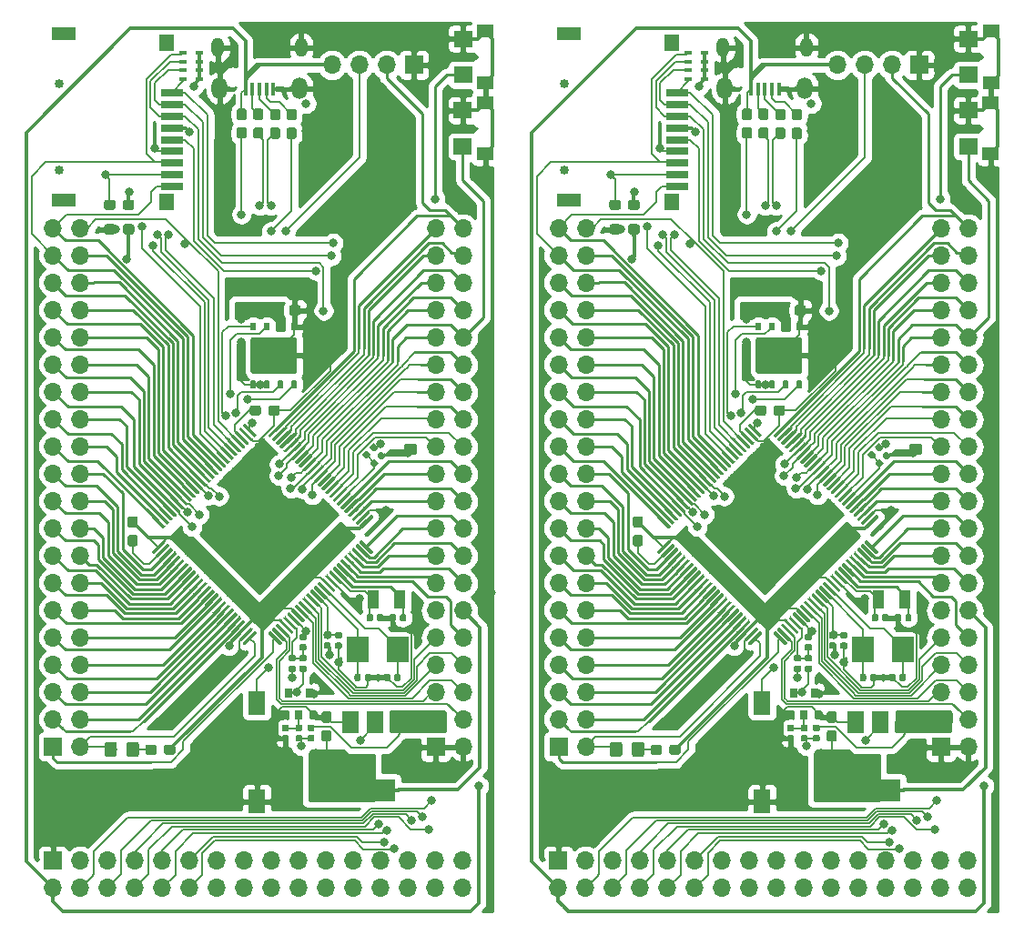
<source format=gbr>
G04 #@! TF.GenerationSoftware,KiCad,Pcbnew,(5.1.4)-1*
G04 #@! TF.CreationDate,2019-12-08T02:00:35+08:00*
G04 #@! TF.ProjectId,STM32F407VTE6-SOCKET_1x2,53544d33-3246-4343-9037-565445362d53,rev?*
G04 #@! TF.SameCoordinates,Original*
G04 #@! TF.FileFunction,Copper,L2,Bot*
G04 #@! TF.FilePolarity,Positive*
%FSLAX46Y46*%
G04 Gerber Fmt 4.6, Leading zero omitted, Abs format (unit mm)*
G04 Created by KiCad (PCBNEW (5.1.4)-1) date 2019-12-08 02:00:35*
%MOMM*%
%LPD*%
G04 APERTURE LIST*
%ADD10C,0.100000*%
%ADD11C,0.590000*%
%ADD12C,0.950000*%
%ADD13O,1.700000X1.700000*%
%ADD14R,1.700000X1.700000*%
%ADD15C,1.150000*%
%ADD16C,0.850000*%
%ADD17R,2.200000X1.200000*%
%ADD18R,1.400000X1.600000*%
%ADD19R,2.000000X0.750000*%
%ADD20O,1.150000X1.800000*%
%ADD21O,1.450000X2.000000*%
%ADD22R,0.450000X1.300000*%
%ADD23R,1.600000X2.180000*%
%ADD24R,2.000000X2.400000*%
%ADD25R,1.700000X1.500000*%
%ADD26R,1.500000X1.200000*%
%ADD27C,0.300000*%
%ADD28R,1.000000X1.800000*%
%ADD29R,1.500000X2.000000*%
%ADD30R,3.800000X2.000000*%
%ADD31C,0.500000*%
%ADD32C,3.400000*%
%ADD33R,0.800000X0.900000*%
%ADD34R,0.760000X0.430000*%
%ADD35C,0.800000*%
%ADD36C,0.210000*%
%ADD37C,0.127000*%
%ADD38C,0.150000*%
%ADD39C,0.300000*%
%ADD40C,0.170000*%
%ADD41C,0.250000*%
%ADD42C,0.200000*%
%ADD43C,0.254000*%
G04 APERTURE END LIST*
D10*
G36*
X181681958Y-157250710D02*
G01*
X181696276Y-157252834D01*
X181710317Y-157256351D01*
X181723946Y-157261228D01*
X181737031Y-157267417D01*
X181749447Y-157274858D01*
X181761073Y-157283481D01*
X181771798Y-157293202D01*
X181781519Y-157303927D01*
X181790142Y-157315553D01*
X181797583Y-157327969D01*
X181803772Y-157341054D01*
X181808649Y-157354683D01*
X181812166Y-157368724D01*
X181814290Y-157383042D01*
X181815000Y-157397500D01*
X181815000Y-157742500D01*
X181814290Y-157756958D01*
X181812166Y-157771276D01*
X181808649Y-157785317D01*
X181803772Y-157798946D01*
X181797583Y-157812031D01*
X181790142Y-157824447D01*
X181781519Y-157836073D01*
X181771798Y-157846798D01*
X181761073Y-157856519D01*
X181749447Y-157865142D01*
X181737031Y-157872583D01*
X181723946Y-157878772D01*
X181710317Y-157883649D01*
X181696276Y-157887166D01*
X181681958Y-157889290D01*
X181667500Y-157890000D01*
X181372500Y-157890000D01*
X181358042Y-157889290D01*
X181343724Y-157887166D01*
X181329683Y-157883649D01*
X181316054Y-157878772D01*
X181302969Y-157872583D01*
X181290553Y-157865142D01*
X181278927Y-157856519D01*
X181268202Y-157846798D01*
X181258481Y-157836073D01*
X181249858Y-157824447D01*
X181242417Y-157812031D01*
X181236228Y-157798946D01*
X181231351Y-157785317D01*
X181227834Y-157771276D01*
X181225710Y-157756958D01*
X181225000Y-157742500D01*
X181225000Y-157397500D01*
X181225710Y-157383042D01*
X181227834Y-157368724D01*
X181231351Y-157354683D01*
X181236228Y-157341054D01*
X181242417Y-157327969D01*
X181249858Y-157315553D01*
X181258481Y-157303927D01*
X181268202Y-157293202D01*
X181278927Y-157283481D01*
X181290553Y-157274858D01*
X181302969Y-157267417D01*
X181316054Y-157261228D01*
X181329683Y-157256351D01*
X181343724Y-157252834D01*
X181358042Y-157250710D01*
X181372500Y-157250000D01*
X181667500Y-157250000D01*
X181681958Y-157250710D01*
X181681958Y-157250710D01*
G37*
D11*
X181520000Y-157570000D03*
D10*
G36*
X182651958Y-157250710D02*
G01*
X182666276Y-157252834D01*
X182680317Y-157256351D01*
X182693946Y-157261228D01*
X182707031Y-157267417D01*
X182719447Y-157274858D01*
X182731073Y-157283481D01*
X182741798Y-157293202D01*
X182751519Y-157303927D01*
X182760142Y-157315553D01*
X182767583Y-157327969D01*
X182773772Y-157341054D01*
X182778649Y-157354683D01*
X182782166Y-157368724D01*
X182784290Y-157383042D01*
X182785000Y-157397500D01*
X182785000Y-157742500D01*
X182784290Y-157756958D01*
X182782166Y-157771276D01*
X182778649Y-157785317D01*
X182773772Y-157798946D01*
X182767583Y-157812031D01*
X182760142Y-157824447D01*
X182751519Y-157836073D01*
X182741798Y-157846798D01*
X182731073Y-157856519D01*
X182719447Y-157865142D01*
X182707031Y-157872583D01*
X182693946Y-157878772D01*
X182680317Y-157883649D01*
X182666276Y-157887166D01*
X182651958Y-157889290D01*
X182637500Y-157890000D01*
X182342500Y-157890000D01*
X182328042Y-157889290D01*
X182313724Y-157887166D01*
X182299683Y-157883649D01*
X182286054Y-157878772D01*
X182272969Y-157872583D01*
X182260553Y-157865142D01*
X182248927Y-157856519D01*
X182238202Y-157846798D01*
X182228481Y-157836073D01*
X182219858Y-157824447D01*
X182212417Y-157812031D01*
X182206228Y-157798946D01*
X182201351Y-157785317D01*
X182197834Y-157771276D01*
X182195710Y-157756958D01*
X182195000Y-157742500D01*
X182195000Y-157397500D01*
X182195710Y-157383042D01*
X182197834Y-157368724D01*
X182201351Y-157354683D01*
X182206228Y-157341054D01*
X182212417Y-157327969D01*
X182219858Y-157315553D01*
X182228481Y-157303927D01*
X182238202Y-157293202D01*
X182248927Y-157283481D01*
X182260553Y-157274858D01*
X182272969Y-157267417D01*
X182286054Y-157261228D01*
X182299683Y-157256351D01*
X182313724Y-157252834D01*
X182328042Y-157250710D01*
X182342500Y-157250000D01*
X182637500Y-157250000D01*
X182651958Y-157250710D01*
X182651958Y-157250710D01*
G37*
D11*
X182490000Y-157570000D03*
D10*
G36*
X159870779Y-163806144D02*
G01*
X159893834Y-163809563D01*
X159916443Y-163815227D01*
X159938387Y-163823079D01*
X159959457Y-163833044D01*
X159979448Y-163845026D01*
X159998168Y-163858910D01*
X160015438Y-163874562D01*
X160031090Y-163891832D01*
X160044974Y-163910552D01*
X160056956Y-163930543D01*
X160066921Y-163951613D01*
X160074773Y-163973557D01*
X160080437Y-163996166D01*
X160083856Y-164019221D01*
X160085000Y-164042500D01*
X160085000Y-164517500D01*
X160083856Y-164540779D01*
X160080437Y-164563834D01*
X160074773Y-164586443D01*
X160066921Y-164608387D01*
X160056956Y-164629457D01*
X160044974Y-164649448D01*
X160031090Y-164668168D01*
X160015438Y-164685438D01*
X159998168Y-164701090D01*
X159979448Y-164714974D01*
X159959457Y-164726956D01*
X159938387Y-164736921D01*
X159916443Y-164744773D01*
X159893834Y-164750437D01*
X159870779Y-164753856D01*
X159847500Y-164755000D01*
X159272500Y-164755000D01*
X159249221Y-164753856D01*
X159226166Y-164750437D01*
X159203557Y-164744773D01*
X159181613Y-164736921D01*
X159160543Y-164726956D01*
X159140552Y-164714974D01*
X159121832Y-164701090D01*
X159104562Y-164685438D01*
X159088910Y-164668168D01*
X159075026Y-164649448D01*
X159063044Y-164629457D01*
X159053079Y-164608387D01*
X159045227Y-164586443D01*
X159039563Y-164563834D01*
X159036144Y-164540779D01*
X159035000Y-164517500D01*
X159035000Y-164042500D01*
X159036144Y-164019221D01*
X159039563Y-163996166D01*
X159045227Y-163973557D01*
X159053079Y-163951613D01*
X159063044Y-163930543D01*
X159075026Y-163910552D01*
X159088910Y-163891832D01*
X159104562Y-163874562D01*
X159121832Y-163858910D01*
X159140552Y-163845026D01*
X159160543Y-163833044D01*
X159181613Y-163823079D01*
X159203557Y-163815227D01*
X159226166Y-163809563D01*
X159249221Y-163806144D01*
X159272500Y-163805000D01*
X159847500Y-163805000D01*
X159870779Y-163806144D01*
X159870779Y-163806144D01*
G37*
D12*
X159560000Y-164280000D03*
D10*
G36*
X161620779Y-163806144D02*
G01*
X161643834Y-163809563D01*
X161666443Y-163815227D01*
X161688387Y-163823079D01*
X161709457Y-163833044D01*
X161729448Y-163845026D01*
X161748168Y-163858910D01*
X161765438Y-163874562D01*
X161781090Y-163891832D01*
X161794974Y-163910552D01*
X161806956Y-163930543D01*
X161816921Y-163951613D01*
X161824773Y-163973557D01*
X161830437Y-163996166D01*
X161833856Y-164019221D01*
X161835000Y-164042500D01*
X161835000Y-164517500D01*
X161833856Y-164540779D01*
X161830437Y-164563834D01*
X161824773Y-164586443D01*
X161816921Y-164608387D01*
X161806956Y-164629457D01*
X161794974Y-164649448D01*
X161781090Y-164668168D01*
X161765438Y-164685438D01*
X161748168Y-164701090D01*
X161729448Y-164714974D01*
X161709457Y-164726956D01*
X161688387Y-164736921D01*
X161666443Y-164744773D01*
X161643834Y-164750437D01*
X161620779Y-164753856D01*
X161597500Y-164755000D01*
X161022500Y-164755000D01*
X160999221Y-164753856D01*
X160976166Y-164750437D01*
X160953557Y-164744773D01*
X160931613Y-164736921D01*
X160910543Y-164726956D01*
X160890552Y-164714974D01*
X160871832Y-164701090D01*
X160854562Y-164685438D01*
X160838910Y-164668168D01*
X160825026Y-164649448D01*
X160813044Y-164629457D01*
X160803079Y-164608387D01*
X160795227Y-164586443D01*
X160789563Y-164563834D01*
X160786144Y-164540779D01*
X160785000Y-164517500D01*
X160785000Y-164042500D01*
X160786144Y-164019221D01*
X160789563Y-163996166D01*
X160795227Y-163973557D01*
X160803079Y-163951613D01*
X160813044Y-163930543D01*
X160825026Y-163910552D01*
X160838910Y-163891832D01*
X160854562Y-163874562D01*
X160871832Y-163858910D01*
X160890552Y-163845026D01*
X160910543Y-163833044D01*
X160931613Y-163823079D01*
X160953557Y-163815227D01*
X160976166Y-163809563D01*
X160999221Y-163806144D01*
X161022500Y-163805000D01*
X161597500Y-163805000D01*
X161620779Y-163806144D01*
X161620779Y-163806144D01*
G37*
D12*
X161310000Y-164280000D03*
D10*
G36*
X176156958Y-153345710D02*
G01*
X176171276Y-153347834D01*
X176185317Y-153351351D01*
X176198946Y-153356228D01*
X176212031Y-153362417D01*
X176224447Y-153369858D01*
X176236073Y-153378481D01*
X176246798Y-153388202D01*
X176256519Y-153398927D01*
X176265142Y-153410553D01*
X176272583Y-153422969D01*
X176278772Y-153436054D01*
X176283649Y-153449683D01*
X176287166Y-153463724D01*
X176289290Y-153478042D01*
X176290000Y-153492500D01*
X176290000Y-153787500D01*
X176289290Y-153801958D01*
X176287166Y-153816276D01*
X176283649Y-153830317D01*
X176278772Y-153843946D01*
X176272583Y-153857031D01*
X176265142Y-153869447D01*
X176256519Y-153881073D01*
X176246798Y-153891798D01*
X176236073Y-153901519D01*
X176224447Y-153910142D01*
X176212031Y-153917583D01*
X176198946Y-153923772D01*
X176185317Y-153928649D01*
X176171276Y-153932166D01*
X176156958Y-153934290D01*
X176142500Y-153935000D01*
X175797500Y-153935000D01*
X175783042Y-153934290D01*
X175768724Y-153932166D01*
X175754683Y-153928649D01*
X175741054Y-153923772D01*
X175727969Y-153917583D01*
X175715553Y-153910142D01*
X175703927Y-153901519D01*
X175693202Y-153891798D01*
X175683481Y-153881073D01*
X175674858Y-153869447D01*
X175667417Y-153857031D01*
X175661228Y-153843946D01*
X175656351Y-153830317D01*
X175652834Y-153816276D01*
X175650710Y-153801958D01*
X175650000Y-153787500D01*
X175650000Y-153492500D01*
X175650710Y-153478042D01*
X175652834Y-153463724D01*
X175656351Y-153449683D01*
X175661228Y-153436054D01*
X175667417Y-153422969D01*
X175674858Y-153410553D01*
X175683481Y-153398927D01*
X175693202Y-153388202D01*
X175703927Y-153378481D01*
X175715553Y-153369858D01*
X175727969Y-153362417D01*
X175741054Y-153356228D01*
X175754683Y-153351351D01*
X175768724Y-153347834D01*
X175783042Y-153345710D01*
X175797500Y-153345000D01*
X176142500Y-153345000D01*
X176156958Y-153345710D01*
X176156958Y-153345710D01*
G37*
D11*
X175970000Y-153640000D03*
D10*
G36*
X176156958Y-154315710D02*
G01*
X176171276Y-154317834D01*
X176185317Y-154321351D01*
X176198946Y-154326228D01*
X176212031Y-154332417D01*
X176224447Y-154339858D01*
X176236073Y-154348481D01*
X176246798Y-154358202D01*
X176256519Y-154368927D01*
X176265142Y-154380553D01*
X176272583Y-154392969D01*
X176278772Y-154406054D01*
X176283649Y-154419683D01*
X176287166Y-154433724D01*
X176289290Y-154448042D01*
X176290000Y-154462500D01*
X176290000Y-154757500D01*
X176289290Y-154771958D01*
X176287166Y-154786276D01*
X176283649Y-154800317D01*
X176278772Y-154813946D01*
X176272583Y-154827031D01*
X176265142Y-154839447D01*
X176256519Y-154851073D01*
X176246798Y-154861798D01*
X176236073Y-154871519D01*
X176224447Y-154880142D01*
X176212031Y-154887583D01*
X176198946Y-154893772D01*
X176185317Y-154898649D01*
X176171276Y-154902166D01*
X176156958Y-154904290D01*
X176142500Y-154905000D01*
X175797500Y-154905000D01*
X175783042Y-154904290D01*
X175768724Y-154902166D01*
X175754683Y-154898649D01*
X175741054Y-154893772D01*
X175727969Y-154887583D01*
X175715553Y-154880142D01*
X175703927Y-154871519D01*
X175693202Y-154861798D01*
X175683481Y-154851073D01*
X175674858Y-154839447D01*
X175667417Y-154827031D01*
X175661228Y-154813946D01*
X175656351Y-154800317D01*
X175652834Y-154786276D01*
X175650710Y-154771958D01*
X175650000Y-154757500D01*
X175650000Y-154462500D01*
X175650710Y-154448042D01*
X175652834Y-154433724D01*
X175656351Y-154419683D01*
X175661228Y-154406054D01*
X175667417Y-154392969D01*
X175674858Y-154380553D01*
X175683481Y-154368927D01*
X175693202Y-154358202D01*
X175703927Y-154348481D01*
X175715553Y-154339858D01*
X175727969Y-154332417D01*
X175741054Y-154326228D01*
X175754683Y-154321351D01*
X175768724Y-154317834D01*
X175783042Y-154315710D01*
X175797500Y-154315000D01*
X176142500Y-154315000D01*
X176156958Y-154315710D01*
X176156958Y-154315710D01*
G37*
D11*
X175970000Y-154610000D03*
D10*
G36*
X156045779Y-115366144D02*
G01*
X156068834Y-115369563D01*
X156091443Y-115375227D01*
X156113387Y-115383079D01*
X156134457Y-115393044D01*
X156154448Y-115405026D01*
X156173168Y-115418910D01*
X156190438Y-115434562D01*
X156206090Y-115451832D01*
X156219974Y-115470552D01*
X156231956Y-115490543D01*
X156241921Y-115511613D01*
X156249773Y-115533557D01*
X156255437Y-115556166D01*
X156258856Y-115579221D01*
X156260000Y-115602500D01*
X156260000Y-116077500D01*
X156258856Y-116100779D01*
X156255437Y-116123834D01*
X156249773Y-116146443D01*
X156241921Y-116168387D01*
X156231956Y-116189457D01*
X156219974Y-116209448D01*
X156206090Y-116228168D01*
X156190438Y-116245438D01*
X156173168Y-116261090D01*
X156154448Y-116274974D01*
X156134457Y-116286956D01*
X156113387Y-116296921D01*
X156091443Y-116304773D01*
X156068834Y-116310437D01*
X156045779Y-116313856D01*
X156022500Y-116315000D01*
X155447500Y-116315000D01*
X155424221Y-116313856D01*
X155401166Y-116310437D01*
X155378557Y-116304773D01*
X155356613Y-116296921D01*
X155335543Y-116286956D01*
X155315552Y-116274974D01*
X155296832Y-116261090D01*
X155279562Y-116245438D01*
X155263910Y-116228168D01*
X155250026Y-116209448D01*
X155238044Y-116189457D01*
X155228079Y-116168387D01*
X155220227Y-116146443D01*
X155214563Y-116123834D01*
X155211144Y-116100779D01*
X155210000Y-116077500D01*
X155210000Y-115602500D01*
X155211144Y-115579221D01*
X155214563Y-115556166D01*
X155220227Y-115533557D01*
X155228079Y-115511613D01*
X155238044Y-115490543D01*
X155250026Y-115470552D01*
X155263910Y-115451832D01*
X155279562Y-115434562D01*
X155296832Y-115418910D01*
X155315552Y-115405026D01*
X155335543Y-115393044D01*
X155356613Y-115383079D01*
X155378557Y-115375227D01*
X155401166Y-115369563D01*
X155424221Y-115366144D01*
X155447500Y-115365000D01*
X156022500Y-115365000D01*
X156045779Y-115366144D01*
X156045779Y-115366144D01*
G37*
D12*
X155735000Y-115840000D03*
D10*
G36*
X157795779Y-115366144D02*
G01*
X157818834Y-115369563D01*
X157841443Y-115375227D01*
X157863387Y-115383079D01*
X157884457Y-115393044D01*
X157904448Y-115405026D01*
X157923168Y-115418910D01*
X157940438Y-115434562D01*
X157956090Y-115451832D01*
X157969974Y-115470552D01*
X157981956Y-115490543D01*
X157991921Y-115511613D01*
X157999773Y-115533557D01*
X158005437Y-115556166D01*
X158008856Y-115579221D01*
X158010000Y-115602500D01*
X158010000Y-116077500D01*
X158008856Y-116100779D01*
X158005437Y-116123834D01*
X157999773Y-116146443D01*
X157991921Y-116168387D01*
X157981956Y-116189457D01*
X157969974Y-116209448D01*
X157956090Y-116228168D01*
X157940438Y-116245438D01*
X157923168Y-116261090D01*
X157904448Y-116274974D01*
X157884457Y-116286956D01*
X157863387Y-116296921D01*
X157841443Y-116304773D01*
X157818834Y-116310437D01*
X157795779Y-116313856D01*
X157772500Y-116315000D01*
X157197500Y-116315000D01*
X157174221Y-116313856D01*
X157151166Y-116310437D01*
X157128557Y-116304773D01*
X157106613Y-116296921D01*
X157085543Y-116286956D01*
X157065552Y-116274974D01*
X157046832Y-116261090D01*
X157029562Y-116245438D01*
X157013910Y-116228168D01*
X157000026Y-116209448D01*
X156988044Y-116189457D01*
X156978079Y-116168387D01*
X156970227Y-116146443D01*
X156964563Y-116123834D01*
X156961144Y-116100779D01*
X156960000Y-116077500D01*
X156960000Y-115602500D01*
X156961144Y-115579221D01*
X156964563Y-115556166D01*
X156970227Y-115533557D01*
X156978079Y-115511613D01*
X156988044Y-115490543D01*
X157000026Y-115470552D01*
X157013910Y-115451832D01*
X157029562Y-115434562D01*
X157046832Y-115418910D01*
X157065552Y-115405026D01*
X157085543Y-115393044D01*
X157106613Y-115383079D01*
X157128557Y-115375227D01*
X157151166Y-115369563D01*
X157174221Y-115366144D01*
X157197500Y-115365000D01*
X157772500Y-115365000D01*
X157795779Y-115366144D01*
X157795779Y-115366144D01*
G37*
D12*
X157485000Y-115840000D03*
D13*
X153010000Y-115720000D03*
X150470000Y-115720000D03*
X153010000Y-118260000D03*
X150470000Y-118260000D03*
X153010000Y-120800000D03*
X150470000Y-120800000D03*
X153010000Y-123340000D03*
X150470000Y-123340000D03*
X153010000Y-125880000D03*
X150470000Y-125880000D03*
X153010000Y-128420000D03*
X150470000Y-128420000D03*
X153010000Y-130960000D03*
X150470000Y-130960000D03*
X153010000Y-133500000D03*
X150470000Y-133500000D03*
X153010000Y-136040000D03*
X150470000Y-136040000D03*
X153010000Y-138580000D03*
X150470000Y-138580000D03*
X153010000Y-141120000D03*
X150470000Y-141120000D03*
X153010000Y-143660000D03*
X150470000Y-143660000D03*
X153010000Y-146200000D03*
X150470000Y-146200000D03*
X153010000Y-148740000D03*
X150470000Y-148740000D03*
X153010000Y-151280000D03*
X150470000Y-151280000D03*
X153010000Y-153820000D03*
X150470000Y-153820000D03*
X153010000Y-156360000D03*
X150470000Y-156360000D03*
X153010000Y-158900000D03*
X150470000Y-158900000D03*
X153010000Y-161440000D03*
X150470000Y-161440000D03*
X153010000Y-163980000D03*
D14*
X150470000Y-163980000D03*
X186060000Y-164040000D03*
D13*
X188600000Y-164040000D03*
X186060000Y-161500000D03*
X188600000Y-161500000D03*
X186060000Y-158960000D03*
X188600000Y-158960000D03*
X186060000Y-156420000D03*
X188600000Y-156420000D03*
X186060000Y-153880000D03*
X188600000Y-153880000D03*
X186060000Y-151340000D03*
X188600000Y-151340000D03*
X186060000Y-148800000D03*
X188600000Y-148800000D03*
X186060000Y-146260000D03*
X188600000Y-146260000D03*
X186060000Y-143720000D03*
X188600000Y-143720000D03*
X186060000Y-141180000D03*
X188600000Y-141180000D03*
X186060000Y-138640000D03*
X188600000Y-138640000D03*
X186060000Y-136100000D03*
X188600000Y-136100000D03*
X186060000Y-133560000D03*
X188600000Y-133560000D03*
X186060000Y-131020000D03*
X188600000Y-131020000D03*
X186060000Y-128480000D03*
X188600000Y-128480000D03*
X186060000Y-125940000D03*
X188600000Y-125940000D03*
X186060000Y-123400000D03*
X188600000Y-123400000D03*
X186060000Y-120860000D03*
X188600000Y-120860000D03*
X186060000Y-118320000D03*
X188600000Y-118320000D03*
X186060000Y-115780000D03*
X188600000Y-115780000D03*
D10*
G36*
X158219505Y-163551204D02*
G01*
X158243773Y-163554804D01*
X158267572Y-163560765D01*
X158290671Y-163569030D01*
X158312850Y-163579520D01*
X158333893Y-163592132D01*
X158353599Y-163606747D01*
X158371777Y-163623223D01*
X158388253Y-163641401D01*
X158402868Y-163661107D01*
X158415480Y-163682150D01*
X158425970Y-163704329D01*
X158434235Y-163727428D01*
X158440196Y-163751227D01*
X158443796Y-163775495D01*
X158445000Y-163799999D01*
X158445000Y-164700001D01*
X158443796Y-164724505D01*
X158440196Y-164748773D01*
X158434235Y-164772572D01*
X158425970Y-164795671D01*
X158415480Y-164817850D01*
X158402868Y-164838893D01*
X158388253Y-164858599D01*
X158371777Y-164876777D01*
X158353599Y-164893253D01*
X158333893Y-164907868D01*
X158312850Y-164920480D01*
X158290671Y-164930970D01*
X158267572Y-164939235D01*
X158243773Y-164945196D01*
X158219505Y-164948796D01*
X158195001Y-164950000D01*
X157544999Y-164950000D01*
X157520495Y-164948796D01*
X157496227Y-164945196D01*
X157472428Y-164939235D01*
X157449329Y-164930970D01*
X157427150Y-164920480D01*
X157406107Y-164907868D01*
X157386401Y-164893253D01*
X157368223Y-164876777D01*
X157351747Y-164858599D01*
X157337132Y-164838893D01*
X157324520Y-164817850D01*
X157314030Y-164795671D01*
X157305765Y-164772572D01*
X157299804Y-164748773D01*
X157296204Y-164724505D01*
X157295000Y-164700001D01*
X157295000Y-163799999D01*
X157296204Y-163775495D01*
X157299804Y-163751227D01*
X157305765Y-163727428D01*
X157314030Y-163704329D01*
X157324520Y-163682150D01*
X157337132Y-163661107D01*
X157351747Y-163641401D01*
X157368223Y-163623223D01*
X157386401Y-163606747D01*
X157406107Y-163592132D01*
X157427150Y-163579520D01*
X157449329Y-163569030D01*
X157472428Y-163560765D01*
X157496227Y-163554804D01*
X157520495Y-163551204D01*
X157544999Y-163550000D01*
X158195001Y-163550000D01*
X158219505Y-163551204D01*
X158219505Y-163551204D01*
G37*
D15*
X157870000Y-164250000D03*
D10*
G36*
X156169505Y-163551204D02*
G01*
X156193773Y-163554804D01*
X156217572Y-163560765D01*
X156240671Y-163569030D01*
X156262850Y-163579520D01*
X156283893Y-163592132D01*
X156303599Y-163606747D01*
X156321777Y-163623223D01*
X156338253Y-163641401D01*
X156352868Y-163661107D01*
X156365480Y-163682150D01*
X156375970Y-163704329D01*
X156384235Y-163727428D01*
X156390196Y-163751227D01*
X156393796Y-163775495D01*
X156395000Y-163799999D01*
X156395000Y-164700001D01*
X156393796Y-164724505D01*
X156390196Y-164748773D01*
X156384235Y-164772572D01*
X156375970Y-164795671D01*
X156365480Y-164817850D01*
X156352868Y-164838893D01*
X156338253Y-164858599D01*
X156321777Y-164876777D01*
X156303599Y-164893253D01*
X156283893Y-164907868D01*
X156262850Y-164920480D01*
X156240671Y-164930970D01*
X156217572Y-164939235D01*
X156193773Y-164945196D01*
X156169505Y-164948796D01*
X156145001Y-164950000D01*
X155494999Y-164950000D01*
X155470495Y-164948796D01*
X155446227Y-164945196D01*
X155422428Y-164939235D01*
X155399329Y-164930970D01*
X155377150Y-164920480D01*
X155356107Y-164907868D01*
X155336401Y-164893253D01*
X155318223Y-164876777D01*
X155301747Y-164858599D01*
X155287132Y-164838893D01*
X155274520Y-164817850D01*
X155264030Y-164795671D01*
X155255765Y-164772572D01*
X155249804Y-164748773D01*
X155246204Y-164724505D01*
X155245000Y-164700001D01*
X155245000Y-163799999D01*
X155246204Y-163775495D01*
X155249804Y-163751227D01*
X155255765Y-163727428D01*
X155264030Y-163704329D01*
X155274520Y-163682150D01*
X155287132Y-163661107D01*
X155301747Y-163641401D01*
X155318223Y-163623223D01*
X155336401Y-163606747D01*
X155356107Y-163592132D01*
X155377150Y-163579520D01*
X155399329Y-163569030D01*
X155422428Y-163560765D01*
X155446227Y-163554804D01*
X155470495Y-163551204D01*
X155494999Y-163550000D01*
X156145001Y-163550000D01*
X156169505Y-163551204D01*
X156169505Y-163551204D01*
G37*
D15*
X155820000Y-164250000D03*
D10*
G36*
X181041958Y-151680710D02*
G01*
X181056276Y-151682834D01*
X181070317Y-151686351D01*
X181083946Y-151691228D01*
X181097031Y-151697417D01*
X181109447Y-151704858D01*
X181121073Y-151713481D01*
X181131798Y-151723202D01*
X181141519Y-151733927D01*
X181150142Y-151745553D01*
X181157583Y-151757969D01*
X181163772Y-151771054D01*
X181168649Y-151784683D01*
X181172166Y-151798724D01*
X181174290Y-151813042D01*
X181175000Y-151827500D01*
X181175000Y-152172500D01*
X181174290Y-152186958D01*
X181172166Y-152201276D01*
X181168649Y-152215317D01*
X181163772Y-152228946D01*
X181157583Y-152242031D01*
X181150142Y-152254447D01*
X181141519Y-152266073D01*
X181131798Y-152276798D01*
X181121073Y-152286519D01*
X181109447Y-152295142D01*
X181097031Y-152302583D01*
X181083946Y-152308772D01*
X181070317Y-152313649D01*
X181056276Y-152317166D01*
X181041958Y-152319290D01*
X181027500Y-152320000D01*
X180732500Y-152320000D01*
X180718042Y-152319290D01*
X180703724Y-152317166D01*
X180689683Y-152313649D01*
X180676054Y-152308772D01*
X180662969Y-152302583D01*
X180650553Y-152295142D01*
X180638927Y-152286519D01*
X180628202Y-152276798D01*
X180618481Y-152266073D01*
X180609858Y-152254447D01*
X180602417Y-152242031D01*
X180596228Y-152228946D01*
X180591351Y-152215317D01*
X180587834Y-152201276D01*
X180585710Y-152186958D01*
X180585000Y-152172500D01*
X180585000Y-151827500D01*
X180585710Y-151813042D01*
X180587834Y-151798724D01*
X180591351Y-151784683D01*
X180596228Y-151771054D01*
X180602417Y-151757969D01*
X180609858Y-151745553D01*
X180618481Y-151733927D01*
X180628202Y-151723202D01*
X180638927Y-151713481D01*
X180650553Y-151704858D01*
X180662969Y-151697417D01*
X180676054Y-151691228D01*
X180689683Y-151686351D01*
X180703724Y-151682834D01*
X180718042Y-151680710D01*
X180732500Y-151680000D01*
X181027500Y-151680000D01*
X181041958Y-151680710D01*
X181041958Y-151680710D01*
G37*
D11*
X180880000Y-152000000D03*
D10*
G36*
X180071958Y-151680710D02*
G01*
X180086276Y-151682834D01*
X180100317Y-151686351D01*
X180113946Y-151691228D01*
X180127031Y-151697417D01*
X180139447Y-151704858D01*
X180151073Y-151713481D01*
X180161798Y-151723202D01*
X180171519Y-151733927D01*
X180180142Y-151745553D01*
X180187583Y-151757969D01*
X180193772Y-151771054D01*
X180198649Y-151784683D01*
X180202166Y-151798724D01*
X180204290Y-151813042D01*
X180205000Y-151827500D01*
X180205000Y-152172500D01*
X180204290Y-152186958D01*
X180202166Y-152201276D01*
X180198649Y-152215317D01*
X180193772Y-152228946D01*
X180187583Y-152242031D01*
X180180142Y-152254447D01*
X180171519Y-152266073D01*
X180161798Y-152276798D01*
X180151073Y-152286519D01*
X180139447Y-152295142D01*
X180127031Y-152302583D01*
X180113946Y-152308772D01*
X180100317Y-152313649D01*
X180086276Y-152317166D01*
X180071958Y-152319290D01*
X180057500Y-152320000D01*
X179762500Y-152320000D01*
X179748042Y-152319290D01*
X179733724Y-152317166D01*
X179719683Y-152313649D01*
X179706054Y-152308772D01*
X179692969Y-152302583D01*
X179680553Y-152295142D01*
X179668927Y-152286519D01*
X179658202Y-152276798D01*
X179648481Y-152266073D01*
X179639858Y-152254447D01*
X179632417Y-152242031D01*
X179626228Y-152228946D01*
X179621351Y-152215317D01*
X179617834Y-152201276D01*
X179615710Y-152186958D01*
X179615000Y-152172500D01*
X179615000Y-151827500D01*
X179615710Y-151813042D01*
X179617834Y-151798724D01*
X179621351Y-151784683D01*
X179626228Y-151771054D01*
X179632417Y-151757969D01*
X179639858Y-151745553D01*
X179648481Y-151733927D01*
X179658202Y-151723202D01*
X179668927Y-151713481D01*
X179680553Y-151704858D01*
X179692969Y-151697417D01*
X179706054Y-151691228D01*
X179719683Y-151686351D01*
X179733724Y-151682834D01*
X179748042Y-151680710D01*
X179762500Y-151680000D01*
X180057500Y-151680000D01*
X180071958Y-151680710D01*
X180071958Y-151680710D01*
G37*
D11*
X179910000Y-152000000D03*
D16*
X151030000Y-102300000D03*
X151030000Y-110300000D03*
D17*
X151430000Y-113100000D03*
X151430000Y-97600000D03*
D18*
X161030000Y-113300000D03*
X161030000Y-98500000D03*
D19*
X161530000Y-111900000D03*
X161530000Y-110800000D03*
X161530000Y-109700000D03*
X161530000Y-108600000D03*
X161530000Y-107500000D03*
X161530000Y-106400000D03*
X161530000Y-105300000D03*
X161530000Y-104200000D03*
X161530000Y-103100000D03*
D10*
G36*
X171330779Y-132236144D02*
G01*
X171353834Y-132239563D01*
X171376443Y-132245227D01*
X171398387Y-132253079D01*
X171419457Y-132263044D01*
X171439448Y-132275026D01*
X171458168Y-132288910D01*
X171475438Y-132304562D01*
X171491090Y-132321832D01*
X171504974Y-132340552D01*
X171516956Y-132360543D01*
X171526921Y-132381613D01*
X171534773Y-132403557D01*
X171540437Y-132426166D01*
X171543856Y-132449221D01*
X171545000Y-132472500D01*
X171545000Y-132947500D01*
X171543856Y-132970779D01*
X171540437Y-132993834D01*
X171534773Y-133016443D01*
X171526921Y-133038387D01*
X171516956Y-133059457D01*
X171504974Y-133079448D01*
X171491090Y-133098168D01*
X171475438Y-133115438D01*
X171458168Y-133131090D01*
X171439448Y-133144974D01*
X171419457Y-133156956D01*
X171398387Y-133166921D01*
X171376443Y-133174773D01*
X171353834Y-133180437D01*
X171330779Y-133183856D01*
X171307500Y-133185000D01*
X170732500Y-133185000D01*
X170709221Y-133183856D01*
X170686166Y-133180437D01*
X170663557Y-133174773D01*
X170641613Y-133166921D01*
X170620543Y-133156956D01*
X170600552Y-133144974D01*
X170581832Y-133131090D01*
X170564562Y-133115438D01*
X170548910Y-133098168D01*
X170535026Y-133079448D01*
X170523044Y-133059457D01*
X170513079Y-133038387D01*
X170505227Y-133016443D01*
X170499563Y-132993834D01*
X170496144Y-132970779D01*
X170495000Y-132947500D01*
X170495000Y-132472500D01*
X170496144Y-132449221D01*
X170499563Y-132426166D01*
X170505227Y-132403557D01*
X170513079Y-132381613D01*
X170523044Y-132360543D01*
X170535026Y-132340552D01*
X170548910Y-132321832D01*
X170564562Y-132304562D01*
X170581832Y-132288910D01*
X170600552Y-132275026D01*
X170620543Y-132263044D01*
X170641613Y-132253079D01*
X170663557Y-132245227D01*
X170686166Y-132239563D01*
X170709221Y-132236144D01*
X170732500Y-132235000D01*
X171307500Y-132235000D01*
X171330779Y-132236144D01*
X171330779Y-132236144D01*
G37*
D12*
X171020000Y-132710000D03*
D10*
G36*
X169580779Y-132236144D02*
G01*
X169603834Y-132239563D01*
X169626443Y-132245227D01*
X169648387Y-132253079D01*
X169669457Y-132263044D01*
X169689448Y-132275026D01*
X169708168Y-132288910D01*
X169725438Y-132304562D01*
X169741090Y-132321832D01*
X169754974Y-132340552D01*
X169766956Y-132360543D01*
X169776921Y-132381613D01*
X169784773Y-132403557D01*
X169790437Y-132426166D01*
X169793856Y-132449221D01*
X169795000Y-132472500D01*
X169795000Y-132947500D01*
X169793856Y-132970779D01*
X169790437Y-132993834D01*
X169784773Y-133016443D01*
X169776921Y-133038387D01*
X169766956Y-133059457D01*
X169754974Y-133079448D01*
X169741090Y-133098168D01*
X169725438Y-133115438D01*
X169708168Y-133131090D01*
X169689448Y-133144974D01*
X169669457Y-133156956D01*
X169648387Y-133166921D01*
X169626443Y-133174773D01*
X169603834Y-133180437D01*
X169580779Y-133183856D01*
X169557500Y-133185000D01*
X168982500Y-133185000D01*
X168959221Y-133183856D01*
X168936166Y-133180437D01*
X168913557Y-133174773D01*
X168891613Y-133166921D01*
X168870543Y-133156956D01*
X168850552Y-133144974D01*
X168831832Y-133131090D01*
X168814562Y-133115438D01*
X168798910Y-133098168D01*
X168785026Y-133079448D01*
X168773044Y-133059457D01*
X168763079Y-133038387D01*
X168755227Y-133016443D01*
X168749563Y-132993834D01*
X168746144Y-132970779D01*
X168745000Y-132947500D01*
X168745000Y-132472500D01*
X168746144Y-132449221D01*
X168749563Y-132426166D01*
X168755227Y-132403557D01*
X168763079Y-132381613D01*
X168773044Y-132360543D01*
X168785026Y-132340552D01*
X168798910Y-132321832D01*
X168814562Y-132304562D01*
X168831832Y-132288910D01*
X168850552Y-132275026D01*
X168870543Y-132263044D01*
X168891613Y-132253079D01*
X168913557Y-132245227D01*
X168936166Y-132239563D01*
X168959221Y-132236144D01*
X168982500Y-132235000D01*
X169557500Y-132235000D01*
X169580779Y-132236144D01*
X169580779Y-132236144D01*
G37*
D12*
X169270000Y-132710000D03*
D10*
G36*
X156040779Y-113096144D02*
G01*
X156063834Y-113099563D01*
X156086443Y-113105227D01*
X156108387Y-113113079D01*
X156129457Y-113123044D01*
X156149448Y-113135026D01*
X156168168Y-113148910D01*
X156185438Y-113164562D01*
X156201090Y-113181832D01*
X156214974Y-113200552D01*
X156226956Y-113220543D01*
X156236921Y-113241613D01*
X156244773Y-113263557D01*
X156250437Y-113286166D01*
X156253856Y-113309221D01*
X156255000Y-113332500D01*
X156255000Y-113807500D01*
X156253856Y-113830779D01*
X156250437Y-113853834D01*
X156244773Y-113876443D01*
X156236921Y-113898387D01*
X156226956Y-113919457D01*
X156214974Y-113939448D01*
X156201090Y-113958168D01*
X156185438Y-113975438D01*
X156168168Y-113991090D01*
X156149448Y-114004974D01*
X156129457Y-114016956D01*
X156108387Y-114026921D01*
X156086443Y-114034773D01*
X156063834Y-114040437D01*
X156040779Y-114043856D01*
X156017500Y-114045000D01*
X155442500Y-114045000D01*
X155419221Y-114043856D01*
X155396166Y-114040437D01*
X155373557Y-114034773D01*
X155351613Y-114026921D01*
X155330543Y-114016956D01*
X155310552Y-114004974D01*
X155291832Y-113991090D01*
X155274562Y-113975438D01*
X155258910Y-113958168D01*
X155245026Y-113939448D01*
X155233044Y-113919457D01*
X155223079Y-113898387D01*
X155215227Y-113876443D01*
X155209563Y-113853834D01*
X155206144Y-113830779D01*
X155205000Y-113807500D01*
X155205000Y-113332500D01*
X155206144Y-113309221D01*
X155209563Y-113286166D01*
X155215227Y-113263557D01*
X155223079Y-113241613D01*
X155233044Y-113220543D01*
X155245026Y-113200552D01*
X155258910Y-113181832D01*
X155274562Y-113164562D01*
X155291832Y-113148910D01*
X155310552Y-113135026D01*
X155330543Y-113123044D01*
X155351613Y-113113079D01*
X155373557Y-113105227D01*
X155396166Y-113099563D01*
X155419221Y-113096144D01*
X155442500Y-113095000D01*
X156017500Y-113095000D01*
X156040779Y-113096144D01*
X156040779Y-113096144D01*
G37*
D12*
X155730000Y-113570000D03*
D10*
G36*
X157790779Y-113096144D02*
G01*
X157813834Y-113099563D01*
X157836443Y-113105227D01*
X157858387Y-113113079D01*
X157879457Y-113123044D01*
X157899448Y-113135026D01*
X157918168Y-113148910D01*
X157935438Y-113164562D01*
X157951090Y-113181832D01*
X157964974Y-113200552D01*
X157976956Y-113220543D01*
X157986921Y-113241613D01*
X157994773Y-113263557D01*
X158000437Y-113286166D01*
X158003856Y-113309221D01*
X158005000Y-113332500D01*
X158005000Y-113807500D01*
X158003856Y-113830779D01*
X158000437Y-113853834D01*
X157994773Y-113876443D01*
X157986921Y-113898387D01*
X157976956Y-113919457D01*
X157964974Y-113939448D01*
X157951090Y-113958168D01*
X157935438Y-113975438D01*
X157918168Y-113991090D01*
X157899448Y-114004974D01*
X157879457Y-114016956D01*
X157858387Y-114026921D01*
X157836443Y-114034773D01*
X157813834Y-114040437D01*
X157790779Y-114043856D01*
X157767500Y-114045000D01*
X157192500Y-114045000D01*
X157169221Y-114043856D01*
X157146166Y-114040437D01*
X157123557Y-114034773D01*
X157101613Y-114026921D01*
X157080543Y-114016956D01*
X157060552Y-114004974D01*
X157041832Y-113991090D01*
X157024562Y-113975438D01*
X157008910Y-113958168D01*
X156995026Y-113939448D01*
X156983044Y-113919457D01*
X156973079Y-113898387D01*
X156965227Y-113876443D01*
X156959563Y-113853834D01*
X156956144Y-113830779D01*
X156955000Y-113807500D01*
X156955000Y-113332500D01*
X156956144Y-113309221D01*
X156959563Y-113286166D01*
X156965227Y-113263557D01*
X156973079Y-113241613D01*
X156983044Y-113220543D01*
X156995026Y-113200552D01*
X157008910Y-113181832D01*
X157024562Y-113164562D01*
X157041832Y-113148910D01*
X157060552Y-113135026D01*
X157080543Y-113123044D01*
X157101613Y-113113079D01*
X157123557Y-113105227D01*
X157146166Y-113099563D01*
X157169221Y-113096144D01*
X157192500Y-113095000D01*
X157767500Y-113095000D01*
X157790779Y-113096144D01*
X157790779Y-113096144D01*
G37*
D12*
X157480000Y-113570000D03*
D10*
G36*
X172246958Y-161985710D02*
G01*
X172261276Y-161987834D01*
X172275317Y-161991351D01*
X172288946Y-161996228D01*
X172302031Y-162002417D01*
X172314447Y-162009858D01*
X172326073Y-162018481D01*
X172336798Y-162028202D01*
X172346519Y-162038927D01*
X172355142Y-162050553D01*
X172362583Y-162062969D01*
X172368772Y-162076054D01*
X172373649Y-162089683D01*
X172377166Y-162103724D01*
X172379290Y-162118042D01*
X172380000Y-162132500D01*
X172380000Y-162427500D01*
X172379290Y-162441958D01*
X172377166Y-162456276D01*
X172373649Y-162470317D01*
X172368772Y-162483946D01*
X172362583Y-162497031D01*
X172355142Y-162509447D01*
X172346519Y-162521073D01*
X172336798Y-162531798D01*
X172326073Y-162541519D01*
X172314447Y-162550142D01*
X172302031Y-162557583D01*
X172288946Y-162563772D01*
X172275317Y-162568649D01*
X172261276Y-162572166D01*
X172246958Y-162574290D01*
X172232500Y-162575000D01*
X171887500Y-162575000D01*
X171873042Y-162574290D01*
X171858724Y-162572166D01*
X171844683Y-162568649D01*
X171831054Y-162563772D01*
X171817969Y-162557583D01*
X171805553Y-162550142D01*
X171793927Y-162541519D01*
X171783202Y-162531798D01*
X171773481Y-162521073D01*
X171764858Y-162509447D01*
X171757417Y-162497031D01*
X171751228Y-162483946D01*
X171746351Y-162470317D01*
X171742834Y-162456276D01*
X171740710Y-162441958D01*
X171740000Y-162427500D01*
X171740000Y-162132500D01*
X171740710Y-162118042D01*
X171742834Y-162103724D01*
X171746351Y-162089683D01*
X171751228Y-162076054D01*
X171757417Y-162062969D01*
X171764858Y-162050553D01*
X171773481Y-162038927D01*
X171783202Y-162028202D01*
X171793927Y-162018481D01*
X171805553Y-162009858D01*
X171817969Y-162002417D01*
X171831054Y-161996228D01*
X171844683Y-161991351D01*
X171858724Y-161987834D01*
X171873042Y-161985710D01*
X171887500Y-161985000D01*
X172232500Y-161985000D01*
X172246958Y-161985710D01*
X172246958Y-161985710D01*
G37*
D11*
X172060000Y-162280000D03*
D10*
G36*
X172246958Y-162955710D02*
G01*
X172261276Y-162957834D01*
X172275317Y-162961351D01*
X172288946Y-162966228D01*
X172302031Y-162972417D01*
X172314447Y-162979858D01*
X172326073Y-162988481D01*
X172336798Y-162998202D01*
X172346519Y-163008927D01*
X172355142Y-163020553D01*
X172362583Y-163032969D01*
X172368772Y-163046054D01*
X172373649Y-163059683D01*
X172377166Y-163073724D01*
X172379290Y-163088042D01*
X172380000Y-163102500D01*
X172380000Y-163397500D01*
X172379290Y-163411958D01*
X172377166Y-163426276D01*
X172373649Y-163440317D01*
X172368772Y-163453946D01*
X172362583Y-163467031D01*
X172355142Y-163479447D01*
X172346519Y-163491073D01*
X172336798Y-163501798D01*
X172326073Y-163511519D01*
X172314447Y-163520142D01*
X172302031Y-163527583D01*
X172288946Y-163533772D01*
X172275317Y-163538649D01*
X172261276Y-163542166D01*
X172246958Y-163544290D01*
X172232500Y-163545000D01*
X171887500Y-163545000D01*
X171873042Y-163544290D01*
X171858724Y-163542166D01*
X171844683Y-163538649D01*
X171831054Y-163533772D01*
X171817969Y-163527583D01*
X171805553Y-163520142D01*
X171793927Y-163511519D01*
X171783202Y-163501798D01*
X171773481Y-163491073D01*
X171764858Y-163479447D01*
X171757417Y-163467031D01*
X171751228Y-163453946D01*
X171746351Y-163440317D01*
X171742834Y-163426276D01*
X171740710Y-163411958D01*
X171740000Y-163397500D01*
X171740000Y-163102500D01*
X171740710Y-163088042D01*
X171742834Y-163073724D01*
X171746351Y-163059683D01*
X171751228Y-163046054D01*
X171757417Y-163032969D01*
X171764858Y-163020553D01*
X171773481Y-163008927D01*
X171783202Y-162998202D01*
X171793927Y-162988481D01*
X171805553Y-162979858D01*
X171817969Y-162972417D01*
X171831054Y-162966228D01*
X171844683Y-162961351D01*
X171858724Y-162957834D01*
X171873042Y-162955710D01*
X171887500Y-162955000D01*
X172232500Y-162955000D01*
X172246958Y-162955710D01*
X172246958Y-162955710D01*
G37*
D11*
X172060000Y-163250000D03*
D10*
G36*
X176150779Y-162481144D02*
G01*
X176173834Y-162484563D01*
X176196443Y-162490227D01*
X176218387Y-162498079D01*
X176239457Y-162508044D01*
X176259448Y-162520026D01*
X176278168Y-162533910D01*
X176295438Y-162549562D01*
X176311090Y-162566832D01*
X176324974Y-162585552D01*
X176336956Y-162605543D01*
X176346921Y-162626613D01*
X176354773Y-162648557D01*
X176360437Y-162671166D01*
X176363856Y-162694221D01*
X176365000Y-162717500D01*
X176365000Y-163292500D01*
X176363856Y-163315779D01*
X176360437Y-163338834D01*
X176354773Y-163361443D01*
X176346921Y-163383387D01*
X176336956Y-163404457D01*
X176324974Y-163424448D01*
X176311090Y-163443168D01*
X176295438Y-163460438D01*
X176278168Y-163476090D01*
X176259448Y-163489974D01*
X176239457Y-163501956D01*
X176218387Y-163511921D01*
X176196443Y-163519773D01*
X176173834Y-163525437D01*
X176150779Y-163528856D01*
X176127500Y-163530000D01*
X175652500Y-163530000D01*
X175629221Y-163528856D01*
X175606166Y-163525437D01*
X175583557Y-163519773D01*
X175561613Y-163511921D01*
X175540543Y-163501956D01*
X175520552Y-163489974D01*
X175501832Y-163476090D01*
X175484562Y-163460438D01*
X175468910Y-163443168D01*
X175455026Y-163424448D01*
X175443044Y-163404457D01*
X175433079Y-163383387D01*
X175425227Y-163361443D01*
X175419563Y-163338834D01*
X175416144Y-163315779D01*
X175415000Y-163292500D01*
X175415000Y-162717500D01*
X175416144Y-162694221D01*
X175419563Y-162671166D01*
X175425227Y-162648557D01*
X175433079Y-162626613D01*
X175443044Y-162605543D01*
X175455026Y-162585552D01*
X175468910Y-162566832D01*
X175484562Y-162549562D01*
X175501832Y-162533910D01*
X175520552Y-162520026D01*
X175540543Y-162508044D01*
X175561613Y-162498079D01*
X175583557Y-162490227D01*
X175606166Y-162484563D01*
X175629221Y-162481144D01*
X175652500Y-162480000D01*
X176127500Y-162480000D01*
X176150779Y-162481144D01*
X176150779Y-162481144D01*
G37*
D12*
X175890000Y-163005000D03*
D10*
G36*
X176150779Y-160731144D02*
G01*
X176173834Y-160734563D01*
X176196443Y-160740227D01*
X176218387Y-160748079D01*
X176239457Y-160758044D01*
X176259448Y-160770026D01*
X176278168Y-160783910D01*
X176295438Y-160799562D01*
X176311090Y-160816832D01*
X176324974Y-160835552D01*
X176336956Y-160855543D01*
X176346921Y-160876613D01*
X176354773Y-160898557D01*
X176360437Y-160921166D01*
X176363856Y-160944221D01*
X176365000Y-160967500D01*
X176365000Y-161542500D01*
X176363856Y-161565779D01*
X176360437Y-161588834D01*
X176354773Y-161611443D01*
X176346921Y-161633387D01*
X176336956Y-161654457D01*
X176324974Y-161674448D01*
X176311090Y-161693168D01*
X176295438Y-161710438D01*
X176278168Y-161726090D01*
X176259448Y-161739974D01*
X176239457Y-161751956D01*
X176218387Y-161761921D01*
X176196443Y-161769773D01*
X176173834Y-161775437D01*
X176150779Y-161778856D01*
X176127500Y-161780000D01*
X175652500Y-161780000D01*
X175629221Y-161778856D01*
X175606166Y-161775437D01*
X175583557Y-161769773D01*
X175561613Y-161761921D01*
X175540543Y-161751956D01*
X175520552Y-161739974D01*
X175501832Y-161726090D01*
X175484562Y-161710438D01*
X175468910Y-161693168D01*
X175455026Y-161674448D01*
X175443044Y-161654457D01*
X175433079Y-161633387D01*
X175425227Y-161611443D01*
X175419563Y-161588834D01*
X175416144Y-161565779D01*
X175415000Y-161542500D01*
X175415000Y-160967500D01*
X175416144Y-160944221D01*
X175419563Y-160921166D01*
X175425227Y-160898557D01*
X175433079Y-160876613D01*
X175443044Y-160855543D01*
X175455026Y-160835552D01*
X175468910Y-160816832D01*
X175484562Y-160799562D01*
X175501832Y-160783910D01*
X175520552Y-160770026D01*
X175540543Y-160758044D01*
X175561613Y-160748079D01*
X175583557Y-160740227D01*
X175606166Y-160734563D01*
X175629221Y-160731144D01*
X175652500Y-160730000D01*
X176127500Y-160730000D01*
X176150779Y-160731144D01*
X176150779Y-160731144D01*
G37*
D12*
X175890000Y-161255000D03*
D10*
G36*
X173886958Y-153505710D02*
G01*
X173901276Y-153507834D01*
X173915317Y-153511351D01*
X173928946Y-153516228D01*
X173942031Y-153522417D01*
X173954447Y-153529858D01*
X173966073Y-153538481D01*
X173976798Y-153548202D01*
X173986519Y-153558927D01*
X173995142Y-153570553D01*
X174002583Y-153582969D01*
X174008772Y-153596054D01*
X174013649Y-153609683D01*
X174017166Y-153623724D01*
X174019290Y-153638042D01*
X174020000Y-153652500D01*
X174020000Y-153947500D01*
X174019290Y-153961958D01*
X174017166Y-153976276D01*
X174013649Y-153990317D01*
X174008772Y-154003946D01*
X174002583Y-154017031D01*
X173995142Y-154029447D01*
X173986519Y-154041073D01*
X173976798Y-154051798D01*
X173966073Y-154061519D01*
X173954447Y-154070142D01*
X173942031Y-154077583D01*
X173928946Y-154083772D01*
X173915317Y-154088649D01*
X173901276Y-154092166D01*
X173886958Y-154094290D01*
X173872500Y-154095000D01*
X173527500Y-154095000D01*
X173513042Y-154094290D01*
X173498724Y-154092166D01*
X173484683Y-154088649D01*
X173471054Y-154083772D01*
X173457969Y-154077583D01*
X173445553Y-154070142D01*
X173433927Y-154061519D01*
X173423202Y-154051798D01*
X173413481Y-154041073D01*
X173404858Y-154029447D01*
X173397417Y-154017031D01*
X173391228Y-154003946D01*
X173386351Y-153990317D01*
X173382834Y-153976276D01*
X173380710Y-153961958D01*
X173380000Y-153947500D01*
X173380000Y-153652500D01*
X173380710Y-153638042D01*
X173382834Y-153623724D01*
X173386351Y-153609683D01*
X173391228Y-153596054D01*
X173397417Y-153582969D01*
X173404858Y-153570553D01*
X173413481Y-153558927D01*
X173423202Y-153548202D01*
X173433927Y-153538481D01*
X173445553Y-153529858D01*
X173457969Y-153522417D01*
X173471054Y-153516228D01*
X173484683Y-153511351D01*
X173498724Y-153507834D01*
X173513042Y-153505710D01*
X173527500Y-153505000D01*
X173872500Y-153505000D01*
X173886958Y-153505710D01*
X173886958Y-153505710D01*
G37*
D11*
X173700000Y-153800000D03*
D10*
G36*
X173886958Y-154475710D02*
G01*
X173901276Y-154477834D01*
X173915317Y-154481351D01*
X173928946Y-154486228D01*
X173942031Y-154492417D01*
X173954447Y-154499858D01*
X173966073Y-154508481D01*
X173976798Y-154518202D01*
X173986519Y-154528927D01*
X173995142Y-154540553D01*
X174002583Y-154552969D01*
X174008772Y-154566054D01*
X174013649Y-154579683D01*
X174017166Y-154593724D01*
X174019290Y-154608042D01*
X174020000Y-154622500D01*
X174020000Y-154917500D01*
X174019290Y-154931958D01*
X174017166Y-154946276D01*
X174013649Y-154960317D01*
X174008772Y-154973946D01*
X174002583Y-154987031D01*
X173995142Y-154999447D01*
X173986519Y-155011073D01*
X173976798Y-155021798D01*
X173966073Y-155031519D01*
X173954447Y-155040142D01*
X173942031Y-155047583D01*
X173928946Y-155053772D01*
X173915317Y-155058649D01*
X173901276Y-155062166D01*
X173886958Y-155064290D01*
X173872500Y-155065000D01*
X173527500Y-155065000D01*
X173513042Y-155064290D01*
X173498724Y-155062166D01*
X173484683Y-155058649D01*
X173471054Y-155053772D01*
X173457969Y-155047583D01*
X173445553Y-155040142D01*
X173433927Y-155031519D01*
X173423202Y-155021798D01*
X173413481Y-155011073D01*
X173404858Y-154999447D01*
X173397417Y-154987031D01*
X173391228Y-154973946D01*
X173386351Y-154960317D01*
X173382834Y-154946276D01*
X173380710Y-154931958D01*
X173380000Y-154917500D01*
X173380000Y-154622500D01*
X173380710Y-154608042D01*
X173382834Y-154593724D01*
X173386351Y-154579683D01*
X173391228Y-154566054D01*
X173397417Y-154552969D01*
X173404858Y-154540553D01*
X173413481Y-154528927D01*
X173423202Y-154518202D01*
X173433927Y-154508481D01*
X173445553Y-154499858D01*
X173457969Y-154492417D01*
X173471054Y-154486228D01*
X173484683Y-154481351D01*
X173498724Y-154477834D01*
X173513042Y-154475710D01*
X173527500Y-154475000D01*
X173872500Y-154475000D01*
X173886958Y-154475710D01*
X173886958Y-154475710D01*
G37*
D11*
X173700000Y-154770000D03*
D10*
G36*
X182211958Y-151690710D02*
G01*
X182226276Y-151692834D01*
X182240317Y-151696351D01*
X182253946Y-151701228D01*
X182267031Y-151707417D01*
X182279447Y-151714858D01*
X182291073Y-151723481D01*
X182301798Y-151733202D01*
X182311519Y-151743927D01*
X182320142Y-151755553D01*
X182327583Y-151767969D01*
X182333772Y-151781054D01*
X182338649Y-151794683D01*
X182342166Y-151808724D01*
X182344290Y-151823042D01*
X182345000Y-151837500D01*
X182345000Y-152182500D01*
X182344290Y-152196958D01*
X182342166Y-152211276D01*
X182338649Y-152225317D01*
X182333772Y-152238946D01*
X182327583Y-152252031D01*
X182320142Y-152264447D01*
X182311519Y-152276073D01*
X182301798Y-152286798D01*
X182291073Y-152296519D01*
X182279447Y-152305142D01*
X182267031Y-152312583D01*
X182253946Y-152318772D01*
X182240317Y-152323649D01*
X182226276Y-152327166D01*
X182211958Y-152329290D01*
X182197500Y-152330000D01*
X181902500Y-152330000D01*
X181888042Y-152329290D01*
X181873724Y-152327166D01*
X181859683Y-152323649D01*
X181846054Y-152318772D01*
X181832969Y-152312583D01*
X181820553Y-152305142D01*
X181808927Y-152296519D01*
X181798202Y-152286798D01*
X181788481Y-152276073D01*
X181779858Y-152264447D01*
X181772417Y-152252031D01*
X181766228Y-152238946D01*
X181761351Y-152225317D01*
X181757834Y-152211276D01*
X181755710Y-152196958D01*
X181755000Y-152182500D01*
X181755000Y-151837500D01*
X181755710Y-151823042D01*
X181757834Y-151808724D01*
X181761351Y-151794683D01*
X181766228Y-151781054D01*
X181772417Y-151767969D01*
X181779858Y-151755553D01*
X181788481Y-151743927D01*
X181798202Y-151733202D01*
X181808927Y-151723481D01*
X181820553Y-151714858D01*
X181832969Y-151707417D01*
X181846054Y-151701228D01*
X181859683Y-151696351D01*
X181873724Y-151692834D01*
X181888042Y-151690710D01*
X181902500Y-151690000D01*
X182197500Y-151690000D01*
X182211958Y-151690710D01*
X182211958Y-151690710D01*
G37*
D11*
X182050000Y-152010000D03*
D10*
G36*
X183181958Y-151690710D02*
G01*
X183196276Y-151692834D01*
X183210317Y-151696351D01*
X183223946Y-151701228D01*
X183237031Y-151707417D01*
X183249447Y-151714858D01*
X183261073Y-151723481D01*
X183271798Y-151733202D01*
X183281519Y-151743927D01*
X183290142Y-151755553D01*
X183297583Y-151767969D01*
X183303772Y-151781054D01*
X183308649Y-151794683D01*
X183312166Y-151808724D01*
X183314290Y-151823042D01*
X183315000Y-151837500D01*
X183315000Y-152182500D01*
X183314290Y-152196958D01*
X183312166Y-152211276D01*
X183308649Y-152225317D01*
X183303772Y-152238946D01*
X183297583Y-152252031D01*
X183290142Y-152264447D01*
X183281519Y-152276073D01*
X183271798Y-152286798D01*
X183261073Y-152296519D01*
X183249447Y-152305142D01*
X183237031Y-152312583D01*
X183223946Y-152318772D01*
X183210317Y-152323649D01*
X183196276Y-152327166D01*
X183181958Y-152329290D01*
X183167500Y-152330000D01*
X182872500Y-152330000D01*
X182858042Y-152329290D01*
X182843724Y-152327166D01*
X182829683Y-152323649D01*
X182816054Y-152318772D01*
X182802969Y-152312583D01*
X182790553Y-152305142D01*
X182778927Y-152296519D01*
X182768202Y-152286798D01*
X182758481Y-152276073D01*
X182749858Y-152264447D01*
X182742417Y-152252031D01*
X182736228Y-152238946D01*
X182731351Y-152225317D01*
X182727834Y-152211276D01*
X182725710Y-152196958D01*
X182725000Y-152182500D01*
X182725000Y-151837500D01*
X182725710Y-151823042D01*
X182727834Y-151808724D01*
X182731351Y-151794683D01*
X182736228Y-151781054D01*
X182742417Y-151767969D01*
X182749858Y-151755553D01*
X182758481Y-151743927D01*
X182768202Y-151733202D01*
X182778927Y-151723481D01*
X182790553Y-151714858D01*
X182802969Y-151707417D01*
X182816054Y-151701228D01*
X182829683Y-151696351D01*
X182843724Y-151692834D01*
X182858042Y-151690710D01*
X182872500Y-151690000D01*
X183167500Y-151690000D01*
X183181958Y-151690710D01*
X183181958Y-151690710D01*
G37*
D11*
X183020000Y-152010000D03*
D10*
G36*
X179921958Y-157250710D02*
G01*
X179936276Y-157252834D01*
X179950317Y-157256351D01*
X179963946Y-157261228D01*
X179977031Y-157267417D01*
X179989447Y-157274858D01*
X180001073Y-157283481D01*
X180011798Y-157293202D01*
X180021519Y-157303927D01*
X180030142Y-157315553D01*
X180037583Y-157327969D01*
X180043772Y-157341054D01*
X180048649Y-157354683D01*
X180052166Y-157368724D01*
X180054290Y-157383042D01*
X180055000Y-157397500D01*
X180055000Y-157742500D01*
X180054290Y-157756958D01*
X180052166Y-157771276D01*
X180048649Y-157785317D01*
X180043772Y-157798946D01*
X180037583Y-157812031D01*
X180030142Y-157824447D01*
X180021519Y-157836073D01*
X180011798Y-157846798D01*
X180001073Y-157856519D01*
X179989447Y-157865142D01*
X179977031Y-157872583D01*
X179963946Y-157878772D01*
X179950317Y-157883649D01*
X179936276Y-157887166D01*
X179921958Y-157889290D01*
X179907500Y-157890000D01*
X179612500Y-157890000D01*
X179598042Y-157889290D01*
X179583724Y-157887166D01*
X179569683Y-157883649D01*
X179556054Y-157878772D01*
X179542969Y-157872583D01*
X179530553Y-157865142D01*
X179518927Y-157856519D01*
X179508202Y-157846798D01*
X179498481Y-157836073D01*
X179489858Y-157824447D01*
X179482417Y-157812031D01*
X179476228Y-157798946D01*
X179471351Y-157785317D01*
X179467834Y-157771276D01*
X179465710Y-157756958D01*
X179465000Y-157742500D01*
X179465000Y-157397500D01*
X179465710Y-157383042D01*
X179467834Y-157368724D01*
X179471351Y-157354683D01*
X179476228Y-157341054D01*
X179482417Y-157327969D01*
X179489858Y-157315553D01*
X179498481Y-157303927D01*
X179508202Y-157293202D01*
X179518927Y-157283481D01*
X179530553Y-157274858D01*
X179542969Y-157267417D01*
X179556054Y-157261228D01*
X179569683Y-157256351D01*
X179583724Y-157252834D01*
X179598042Y-157250710D01*
X179612500Y-157250000D01*
X179907500Y-157250000D01*
X179921958Y-157250710D01*
X179921958Y-157250710D01*
G37*
D11*
X179760000Y-157570000D03*
D10*
G36*
X178951958Y-157250710D02*
G01*
X178966276Y-157252834D01*
X178980317Y-157256351D01*
X178993946Y-157261228D01*
X179007031Y-157267417D01*
X179019447Y-157274858D01*
X179031073Y-157283481D01*
X179041798Y-157293202D01*
X179051519Y-157303927D01*
X179060142Y-157315553D01*
X179067583Y-157327969D01*
X179073772Y-157341054D01*
X179078649Y-157354683D01*
X179082166Y-157368724D01*
X179084290Y-157383042D01*
X179085000Y-157397500D01*
X179085000Y-157742500D01*
X179084290Y-157756958D01*
X179082166Y-157771276D01*
X179078649Y-157785317D01*
X179073772Y-157798946D01*
X179067583Y-157812031D01*
X179060142Y-157824447D01*
X179051519Y-157836073D01*
X179041798Y-157846798D01*
X179031073Y-157856519D01*
X179019447Y-157865142D01*
X179007031Y-157872583D01*
X178993946Y-157878772D01*
X178980317Y-157883649D01*
X178966276Y-157887166D01*
X178951958Y-157889290D01*
X178937500Y-157890000D01*
X178642500Y-157890000D01*
X178628042Y-157889290D01*
X178613724Y-157887166D01*
X178599683Y-157883649D01*
X178586054Y-157878772D01*
X178572969Y-157872583D01*
X178560553Y-157865142D01*
X178548927Y-157856519D01*
X178538202Y-157846798D01*
X178528481Y-157836073D01*
X178519858Y-157824447D01*
X178512417Y-157812031D01*
X178506228Y-157798946D01*
X178501351Y-157785317D01*
X178497834Y-157771276D01*
X178495710Y-157756958D01*
X178495000Y-157742500D01*
X178495000Y-157397500D01*
X178495710Y-157383042D01*
X178497834Y-157368724D01*
X178501351Y-157354683D01*
X178506228Y-157341054D01*
X178512417Y-157327969D01*
X178519858Y-157315553D01*
X178528481Y-157303927D01*
X178538202Y-157293202D01*
X178548927Y-157283481D01*
X178560553Y-157274858D01*
X178572969Y-157267417D01*
X178586054Y-157261228D01*
X178599683Y-157256351D01*
X178613724Y-157252834D01*
X178628042Y-157250710D01*
X178642500Y-157250000D01*
X178937500Y-157250000D01*
X178951958Y-157250710D01*
X178951958Y-157250710D01*
G37*
D11*
X178790000Y-157570000D03*
D10*
G36*
X177196958Y-154315710D02*
G01*
X177211276Y-154317834D01*
X177225317Y-154321351D01*
X177238946Y-154326228D01*
X177252031Y-154332417D01*
X177264447Y-154339858D01*
X177276073Y-154348481D01*
X177286798Y-154358202D01*
X177296519Y-154368927D01*
X177305142Y-154380553D01*
X177312583Y-154392969D01*
X177318772Y-154406054D01*
X177323649Y-154419683D01*
X177327166Y-154433724D01*
X177329290Y-154448042D01*
X177330000Y-154462500D01*
X177330000Y-154757500D01*
X177329290Y-154771958D01*
X177327166Y-154786276D01*
X177323649Y-154800317D01*
X177318772Y-154813946D01*
X177312583Y-154827031D01*
X177305142Y-154839447D01*
X177296519Y-154851073D01*
X177286798Y-154861798D01*
X177276073Y-154871519D01*
X177264447Y-154880142D01*
X177252031Y-154887583D01*
X177238946Y-154893772D01*
X177225317Y-154898649D01*
X177211276Y-154902166D01*
X177196958Y-154904290D01*
X177182500Y-154905000D01*
X176837500Y-154905000D01*
X176823042Y-154904290D01*
X176808724Y-154902166D01*
X176794683Y-154898649D01*
X176781054Y-154893772D01*
X176767969Y-154887583D01*
X176755553Y-154880142D01*
X176743927Y-154871519D01*
X176733202Y-154861798D01*
X176723481Y-154851073D01*
X176714858Y-154839447D01*
X176707417Y-154827031D01*
X176701228Y-154813946D01*
X176696351Y-154800317D01*
X176692834Y-154786276D01*
X176690710Y-154771958D01*
X176690000Y-154757500D01*
X176690000Y-154462500D01*
X176690710Y-154448042D01*
X176692834Y-154433724D01*
X176696351Y-154419683D01*
X176701228Y-154406054D01*
X176707417Y-154392969D01*
X176714858Y-154380553D01*
X176723481Y-154368927D01*
X176733202Y-154358202D01*
X176743927Y-154348481D01*
X176755553Y-154339858D01*
X176767969Y-154332417D01*
X176781054Y-154326228D01*
X176794683Y-154321351D01*
X176808724Y-154317834D01*
X176823042Y-154315710D01*
X176837500Y-154315000D01*
X177182500Y-154315000D01*
X177196958Y-154315710D01*
X177196958Y-154315710D01*
G37*
D11*
X177010000Y-154610000D03*
D10*
G36*
X177196958Y-153345710D02*
G01*
X177211276Y-153347834D01*
X177225317Y-153351351D01*
X177238946Y-153356228D01*
X177252031Y-153362417D01*
X177264447Y-153369858D01*
X177276073Y-153378481D01*
X177286798Y-153388202D01*
X177296519Y-153398927D01*
X177305142Y-153410553D01*
X177312583Y-153422969D01*
X177318772Y-153436054D01*
X177323649Y-153449683D01*
X177327166Y-153463724D01*
X177329290Y-153478042D01*
X177330000Y-153492500D01*
X177330000Y-153787500D01*
X177329290Y-153801958D01*
X177327166Y-153816276D01*
X177323649Y-153830317D01*
X177318772Y-153843946D01*
X177312583Y-153857031D01*
X177305142Y-153869447D01*
X177296519Y-153881073D01*
X177286798Y-153891798D01*
X177276073Y-153901519D01*
X177264447Y-153910142D01*
X177252031Y-153917583D01*
X177238946Y-153923772D01*
X177225317Y-153928649D01*
X177211276Y-153932166D01*
X177196958Y-153934290D01*
X177182500Y-153935000D01*
X176837500Y-153935000D01*
X176823042Y-153934290D01*
X176808724Y-153932166D01*
X176794683Y-153928649D01*
X176781054Y-153923772D01*
X176767969Y-153917583D01*
X176755553Y-153910142D01*
X176743927Y-153901519D01*
X176733202Y-153891798D01*
X176723481Y-153881073D01*
X176714858Y-153869447D01*
X176707417Y-153857031D01*
X176701228Y-153843946D01*
X176696351Y-153830317D01*
X176692834Y-153816276D01*
X176690710Y-153801958D01*
X176690000Y-153787500D01*
X176690000Y-153492500D01*
X176690710Y-153478042D01*
X176692834Y-153463724D01*
X176696351Y-153449683D01*
X176701228Y-153436054D01*
X176707417Y-153422969D01*
X176714858Y-153410553D01*
X176723481Y-153398927D01*
X176733202Y-153388202D01*
X176743927Y-153378481D01*
X176755553Y-153369858D01*
X176767969Y-153362417D01*
X176781054Y-153356228D01*
X176794683Y-153351351D01*
X176808724Y-153347834D01*
X176823042Y-153345710D01*
X176837500Y-153345000D01*
X177182500Y-153345000D01*
X177196958Y-153345710D01*
X177196958Y-153345710D01*
G37*
D11*
X177010000Y-153640000D03*
D10*
G36*
X171510779Y-122906144D02*
G01*
X171533834Y-122909563D01*
X171556443Y-122915227D01*
X171578387Y-122923079D01*
X171599457Y-122933044D01*
X171619448Y-122945026D01*
X171638168Y-122958910D01*
X171655438Y-122974562D01*
X171671090Y-122991832D01*
X171684974Y-123010552D01*
X171696956Y-123030543D01*
X171706921Y-123051613D01*
X171714773Y-123073557D01*
X171720437Y-123096166D01*
X171723856Y-123119221D01*
X171725000Y-123142500D01*
X171725000Y-123617500D01*
X171723856Y-123640779D01*
X171720437Y-123663834D01*
X171714773Y-123686443D01*
X171706921Y-123708387D01*
X171696956Y-123729457D01*
X171684974Y-123749448D01*
X171671090Y-123768168D01*
X171655438Y-123785438D01*
X171638168Y-123801090D01*
X171619448Y-123814974D01*
X171599457Y-123826956D01*
X171578387Y-123836921D01*
X171556443Y-123844773D01*
X171533834Y-123850437D01*
X171510779Y-123853856D01*
X171487500Y-123855000D01*
X170912500Y-123855000D01*
X170889221Y-123853856D01*
X170866166Y-123850437D01*
X170843557Y-123844773D01*
X170821613Y-123836921D01*
X170800543Y-123826956D01*
X170780552Y-123814974D01*
X170761832Y-123801090D01*
X170744562Y-123785438D01*
X170728910Y-123768168D01*
X170715026Y-123749448D01*
X170703044Y-123729457D01*
X170693079Y-123708387D01*
X170685227Y-123686443D01*
X170679563Y-123663834D01*
X170676144Y-123640779D01*
X170675000Y-123617500D01*
X170675000Y-123142500D01*
X170676144Y-123119221D01*
X170679563Y-123096166D01*
X170685227Y-123073557D01*
X170693079Y-123051613D01*
X170703044Y-123030543D01*
X170715026Y-123010552D01*
X170728910Y-122991832D01*
X170744562Y-122974562D01*
X170761832Y-122958910D01*
X170780552Y-122945026D01*
X170800543Y-122933044D01*
X170821613Y-122923079D01*
X170843557Y-122915227D01*
X170866166Y-122909563D01*
X170889221Y-122906144D01*
X170912500Y-122905000D01*
X171487500Y-122905000D01*
X171510779Y-122906144D01*
X171510779Y-122906144D01*
G37*
D12*
X171200000Y-123380000D03*
D10*
G36*
X173260779Y-122906144D02*
G01*
X173283834Y-122909563D01*
X173306443Y-122915227D01*
X173328387Y-122923079D01*
X173349457Y-122933044D01*
X173369448Y-122945026D01*
X173388168Y-122958910D01*
X173405438Y-122974562D01*
X173421090Y-122991832D01*
X173434974Y-123010552D01*
X173446956Y-123030543D01*
X173456921Y-123051613D01*
X173464773Y-123073557D01*
X173470437Y-123096166D01*
X173473856Y-123119221D01*
X173475000Y-123142500D01*
X173475000Y-123617500D01*
X173473856Y-123640779D01*
X173470437Y-123663834D01*
X173464773Y-123686443D01*
X173456921Y-123708387D01*
X173446956Y-123729457D01*
X173434974Y-123749448D01*
X173421090Y-123768168D01*
X173405438Y-123785438D01*
X173388168Y-123801090D01*
X173369448Y-123814974D01*
X173349457Y-123826956D01*
X173328387Y-123836921D01*
X173306443Y-123844773D01*
X173283834Y-123850437D01*
X173260779Y-123853856D01*
X173237500Y-123855000D01*
X172662500Y-123855000D01*
X172639221Y-123853856D01*
X172616166Y-123850437D01*
X172593557Y-123844773D01*
X172571613Y-123836921D01*
X172550543Y-123826956D01*
X172530552Y-123814974D01*
X172511832Y-123801090D01*
X172494562Y-123785438D01*
X172478910Y-123768168D01*
X172465026Y-123749448D01*
X172453044Y-123729457D01*
X172443079Y-123708387D01*
X172435227Y-123686443D01*
X172429563Y-123663834D01*
X172426144Y-123640779D01*
X172425000Y-123617500D01*
X172425000Y-123142500D01*
X172426144Y-123119221D01*
X172429563Y-123096166D01*
X172435227Y-123073557D01*
X172443079Y-123051613D01*
X172453044Y-123030543D01*
X172465026Y-123010552D01*
X172478910Y-122991832D01*
X172494562Y-122974562D01*
X172511832Y-122958910D01*
X172530552Y-122945026D01*
X172550543Y-122933044D01*
X172571613Y-122923079D01*
X172593557Y-122915227D01*
X172616166Y-122909563D01*
X172639221Y-122906144D01*
X172662500Y-122905000D01*
X173237500Y-122905000D01*
X173260779Y-122906144D01*
X173260779Y-122906144D01*
G37*
D12*
X172950000Y-123380000D03*
D20*
X173535000Y-98920000D03*
X165785000Y-98920000D03*
D21*
X173385000Y-102720000D03*
X165935000Y-102720000D03*
D22*
X170960000Y-102770000D03*
X170310000Y-102770000D03*
X169660000Y-102770000D03*
X169010000Y-102770000D03*
X168360000Y-102770000D03*
D10*
G36*
X172886958Y-156455710D02*
G01*
X172901276Y-156457834D01*
X172915317Y-156461351D01*
X172928946Y-156466228D01*
X172942031Y-156472417D01*
X172954447Y-156479858D01*
X172966073Y-156488481D01*
X172976798Y-156498202D01*
X172986519Y-156508927D01*
X172995142Y-156520553D01*
X173002583Y-156532969D01*
X173008772Y-156546054D01*
X173013649Y-156559683D01*
X173017166Y-156573724D01*
X173019290Y-156588042D01*
X173020000Y-156602500D01*
X173020000Y-156897500D01*
X173019290Y-156911958D01*
X173017166Y-156926276D01*
X173013649Y-156940317D01*
X173008772Y-156953946D01*
X173002583Y-156967031D01*
X172995142Y-156979447D01*
X172986519Y-156991073D01*
X172976798Y-157001798D01*
X172966073Y-157011519D01*
X172954447Y-157020142D01*
X172942031Y-157027583D01*
X172928946Y-157033772D01*
X172915317Y-157038649D01*
X172901276Y-157042166D01*
X172886958Y-157044290D01*
X172872500Y-157045000D01*
X172527500Y-157045000D01*
X172513042Y-157044290D01*
X172498724Y-157042166D01*
X172484683Y-157038649D01*
X172471054Y-157033772D01*
X172457969Y-157027583D01*
X172445553Y-157020142D01*
X172433927Y-157011519D01*
X172423202Y-157001798D01*
X172413481Y-156991073D01*
X172404858Y-156979447D01*
X172397417Y-156967031D01*
X172391228Y-156953946D01*
X172386351Y-156940317D01*
X172382834Y-156926276D01*
X172380710Y-156911958D01*
X172380000Y-156897500D01*
X172380000Y-156602500D01*
X172380710Y-156588042D01*
X172382834Y-156573724D01*
X172386351Y-156559683D01*
X172391228Y-156546054D01*
X172397417Y-156532969D01*
X172404858Y-156520553D01*
X172413481Y-156508927D01*
X172423202Y-156498202D01*
X172433927Y-156488481D01*
X172445553Y-156479858D01*
X172457969Y-156472417D01*
X172471054Y-156466228D01*
X172484683Y-156461351D01*
X172498724Y-156457834D01*
X172513042Y-156455710D01*
X172527500Y-156455000D01*
X172872500Y-156455000D01*
X172886958Y-156455710D01*
X172886958Y-156455710D01*
G37*
D11*
X172700000Y-156750000D03*
D10*
G36*
X172886958Y-155485710D02*
G01*
X172901276Y-155487834D01*
X172915317Y-155491351D01*
X172928946Y-155496228D01*
X172942031Y-155502417D01*
X172954447Y-155509858D01*
X172966073Y-155518481D01*
X172976798Y-155528202D01*
X172986519Y-155538927D01*
X172995142Y-155550553D01*
X173002583Y-155562969D01*
X173008772Y-155576054D01*
X173013649Y-155589683D01*
X173017166Y-155603724D01*
X173019290Y-155618042D01*
X173020000Y-155632500D01*
X173020000Y-155927500D01*
X173019290Y-155941958D01*
X173017166Y-155956276D01*
X173013649Y-155970317D01*
X173008772Y-155983946D01*
X173002583Y-155997031D01*
X172995142Y-156009447D01*
X172986519Y-156021073D01*
X172976798Y-156031798D01*
X172966073Y-156041519D01*
X172954447Y-156050142D01*
X172942031Y-156057583D01*
X172928946Y-156063772D01*
X172915317Y-156068649D01*
X172901276Y-156072166D01*
X172886958Y-156074290D01*
X172872500Y-156075000D01*
X172527500Y-156075000D01*
X172513042Y-156074290D01*
X172498724Y-156072166D01*
X172484683Y-156068649D01*
X172471054Y-156063772D01*
X172457969Y-156057583D01*
X172445553Y-156050142D01*
X172433927Y-156041519D01*
X172423202Y-156031798D01*
X172413481Y-156021073D01*
X172404858Y-156009447D01*
X172397417Y-155997031D01*
X172391228Y-155983946D01*
X172386351Y-155970317D01*
X172382834Y-155956276D01*
X172380710Y-155941958D01*
X172380000Y-155927500D01*
X172380000Y-155632500D01*
X172380710Y-155618042D01*
X172382834Y-155603724D01*
X172386351Y-155589683D01*
X172391228Y-155576054D01*
X172397417Y-155562969D01*
X172404858Y-155550553D01*
X172413481Y-155538927D01*
X172423202Y-155528202D01*
X172433927Y-155518481D01*
X172445553Y-155509858D01*
X172457969Y-155502417D01*
X172471054Y-155496228D01*
X172484683Y-155491351D01*
X172498724Y-155487834D01*
X172513042Y-155485710D01*
X172527500Y-155485000D01*
X172872500Y-155485000D01*
X172886958Y-155485710D01*
X172886958Y-155485710D01*
G37*
D11*
X172700000Y-155780000D03*
D10*
G36*
X173896958Y-155485710D02*
G01*
X173911276Y-155487834D01*
X173925317Y-155491351D01*
X173938946Y-155496228D01*
X173952031Y-155502417D01*
X173964447Y-155509858D01*
X173976073Y-155518481D01*
X173986798Y-155528202D01*
X173996519Y-155538927D01*
X174005142Y-155550553D01*
X174012583Y-155562969D01*
X174018772Y-155576054D01*
X174023649Y-155589683D01*
X174027166Y-155603724D01*
X174029290Y-155618042D01*
X174030000Y-155632500D01*
X174030000Y-155927500D01*
X174029290Y-155941958D01*
X174027166Y-155956276D01*
X174023649Y-155970317D01*
X174018772Y-155983946D01*
X174012583Y-155997031D01*
X174005142Y-156009447D01*
X173996519Y-156021073D01*
X173986798Y-156031798D01*
X173976073Y-156041519D01*
X173964447Y-156050142D01*
X173952031Y-156057583D01*
X173938946Y-156063772D01*
X173925317Y-156068649D01*
X173911276Y-156072166D01*
X173896958Y-156074290D01*
X173882500Y-156075000D01*
X173537500Y-156075000D01*
X173523042Y-156074290D01*
X173508724Y-156072166D01*
X173494683Y-156068649D01*
X173481054Y-156063772D01*
X173467969Y-156057583D01*
X173455553Y-156050142D01*
X173443927Y-156041519D01*
X173433202Y-156031798D01*
X173423481Y-156021073D01*
X173414858Y-156009447D01*
X173407417Y-155997031D01*
X173401228Y-155983946D01*
X173396351Y-155970317D01*
X173392834Y-155956276D01*
X173390710Y-155941958D01*
X173390000Y-155927500D01*
X173390000Y-155632500D01*
X173390710Y-155618042D01*
X173392834Y-155603724D01*
X173396351Y-155589683D01*
X173401228Y-155576054D01*
X173407417Y-155562969D01*
X173414858Y-155550553D01*
X173423481Y-155538927D01*
X173433202Y-155528202D01*
X173443927Y-155518481D01*
X173455553Y-155509858D01*
X173467969Y-155502417D01*
X173481054Y-155496228D01*
X173494683Y-155491351D01*
X173508724Y-155487834D01*
X173523042Y-155485710D01*
X173537500Y-155485000D01*
X173882500Y-155485000D01*
X173896958Y-155485710D01*
X173896958Y-155485710D01*
G37*
D11*
X173710000Y-155780000D03*
D10*
G36*
X173896958Y-156455710D02*
G01*
X173911276Y-156457834D01*
X173925317Y-156461351D01*
X173938946Y-156466228D01*
X173952031Y-156472417D01*
X173964447Y-156479858D01*
X173976073Y-156488481D01*
X173986798Y-156498202D01*
X173996519Y-156508927D01*
X174005142Y-156520553D01*
X174012583Y-156532969D01*
X174018772Y-156546054D01*
X174023649Y-156559683D01*
X174027166Y-156573724D01*
X174029290Y-156588042D01*
X174030000Y-156602500D01*
X174030000Y-156897500D01*
X174029290Y-156911958D01*
X174027166Y-156926276D01*
X174023649Y-156940317D01*
X174018772Y-156953946D01*
X174012583Y-156967031D01*
X174005142Y-156979447D01*
X173996519Y-156991073D01*
X173986798Y-157001798D01*
X173976073Y-157011519D01*
X173964447Y-157020142D01*
X173952031Y-157027583D01*
X173938946Y-157033772D01*
X173925317Y-157038649D01*
X173911276Y-157042166D01*
X173896958Y-157044290D01*
X173882500Y-157045000D01*
X173537500Y-157045000D01*
X173523042Y-157044290D01*
X173508724Y-157042166D01*
X173494683Y-157038649D01*
X173481054Y-157033772D01*
X173467969Y-157027583D01*
X173455553Y-157020142D01*
X173443927Y-157011519D01*
X173433202Y-157001798D01*
X173423481Y-156991073D01*
X173414858Y-156979447D01*
X173407417Y-156967031D01*
X173401228Y-156953946D01*
X173396351Y-156940317D01*
X173392834Y-156926276D01*
X173390710Y-156911958D01*
X173390000Y-156897500D01*
X173390000Y-156602500D01*
X173390710Y-156588042D01*
X173392834Y-156573724D01*
X173396351Y-156559683D01*
X173401228Y-156546054D01*
X173407417Y-156532969D01*
X173414858Y-156520553D01*
X173423481Y-156508927D01*
X173433202Y-156498202D01*
X173443927Y-156488481D01*
X173455553Y-156479858D01*
X173467969Y-156472417D01*
X173481054Y-156466228D01*
X173494683Y-156461351D01*
X173508724Y-156457834D01*
X173523042Y-156455710D01*
X173537500Y-156455000D01*
X173882500Y-156455000D01*
X173896958Y-156455710D01*
X173896958Y-156455710D01*
G37*
D11*
X173710000Y-156750000D03*
D10*
G36*
X173506958Y-162945710D02*
G01*
X173521276Y-162947834D01*
X173535317Y-162951351D01*
X173548946Y-162956228D01*
X173562031Y-162962417D01*
X173574447Y-162969858D01*
X173586073Y-162978481D01*
X173596798Y-162988202D01*
X173606519Y-162998927D01*
X173615142Y-163010553D01*
X173622583Y-163022969D01*
X173628772Y-163036054D01*
X173633649Y-163049683D01*
X173637166Y-163063724D01*
X173639290Y-163078042D01*
X173640000Y-163092500D01*
X173640000Y-163387500D01*
X173639290Y-163401958D01*
X173637166Y-163416276D01*
X173633649Y-163430317D01*
X173628772Y-163443946D01*
X173622583Y-163457031D01*
X173615142Y-163469447D01*
X173606519Y-163481073D01*
X173596798Y-163491798D01*
X173586073Y-163501519D01*
X173574447Y-163510142D01*
X173562031Y-163517583D01*
X173548946Y-163523772D01*
X173535317Y-163528649D01*
X173521276Y-163532166D01*
X173506958Y-163534290D01*
X173492500Y-163535000D01*
X173147500Y-163535000D01*
X173133042Y-163534290D01*
X173118724Y-163532166D01*
X173104683Y-163528649D01*
X173091054Y-163523772D01*
X173077969Y-163517583D01*
X173065553Y-163510142D01*
X173053927Y-163501519D01*
X173043202Y-163491798D01*
X173033481Y-163481073D01*
X173024858Y-163469447D01*
X173017417Y-163457031D01*
X173011228Y-163443946D01*
X173006351Y-163430317D01*
X173002834Y-163416276D01*
X173000710Y-163401958D01*
X173000000Y-163387500D01*
X173000000Y-163092500D01*
X173000710Y-163078042D01*
X173002834Y-163063724D01*
X173006351Y-163049683D01*
X173011228Y-163036054D01*
X173017417Y-163022969D01*
X173024858Y-163010553D01*
X173033481Y-162998927D01*
X173043202Y-162988202D01*
X173053927Y-162978481D01*
X173065553Y-162969858D01*
X173077969Y-162962417D01*
X173091054Y-162956228D01*
X173104683Y-162951351D01*
X173118724Y-162947834D01*
X173133042Y-162945710D01*
X173147500Y-162945000D01*
X173492500Y-162945000D01*
X173506958Y-162945710D01*
X173506958Y-162945710D01*
G37*
D11*
X173320000Y-163240000D03*
D10*
G36*
X173506958Y-161975710D02*
G01*
X173521276Y-161977834D01*
X173535317Y-161981351D01*
X173548946Y-161986228D01*
X173562031Y-161992417D01*
X173574447Y-161999858D01*
X173586073Y-162008481D01*
X173596798Y-162018202D01*
X173606519Y-162028927D01*
X173615142Y-162040553D01*
X173622583Y-162052969D01*
X173628772Y-162066054D01*
X173633649Y-162079683D01*
X173637166Y-162093724D01*
X173639290Y-162108042D01*
X173640000Y-162122500D01*
X173640000Y-162417500D01*
X173639290Y-162431958D01*
X173637166Y-162446276D01*
X173633649Y-162460317D01*
X173628772Y-162473946D01*
X173622583Y-162487031D01*
X173615142Y-162499447D01*
X173606519Y-162511073D01*
X173596798Y-162521798D01*
X173586073Y-162531519D01*
X173574447Y-162540142D01*
X173562031Y-162547583D01*
X173548946Y-162553772D01*
X173535317Y-162558649D01*
X173521276Y-162562166D01*
X173506958Y-162564290D01*
X173492500Y-162565000D01*
X173147500Y-162565000D01*
X173133042Y-162564290D01*
X173118724Y-162562166D01*
X173104683Y-162558649D01*
X173091054Y-162553772D01*
X173077969Y-162547583D01*
X173065553Y-162540142D01*
X173053927Y-162531519D01*
X173043202Y-162521798D01*
X173033481Y-162511073D01*
X173024858Y-162499447D01*
X173017417Y-162487031D01*
X173011228Y-162473946D01*
X173006351Y-162460317D01*
X173002834Y-162446276D01*
X173000710Y-162431958D01*
X173000000Y-162417500D01*
X173000000Y-162122500D01*
X173000710Y-162108042D01*
X173002834Y-162093724D01*
X173006351Y-162079683D01*
X173011228Y-162066054D01*
X173017417Y-162052969D01*
X173024858Y-162040553D01*
X173033481Y-162028927D01*
X173043202Y-162018202D01*
X173053927Y-162008481D01*
X173065553Y-161999858D01*
X173077969Y-161992417D01*
X173091054Y-161986228D01*
X173104683Y-161981351D01*
X173118724Y-161977834D01*
X173133042Y-161975710D01*
X173147500Y-161975000D01*
X173492500Y-161975000D01*
X173506958Y-161975710D01*
X173506958Y-161975710D01*
G37*
D11*
X173320000Y-162270000D03*
D10*
G36*
X180284727Y-135773989D02*
G01*
X180299045Y-135776113D01*
X180313086Y-135779630D01*
X180326715Y-135784507D01*
X180339800Y-135790696D01*
X180352216Y-135798137D01*
X180363842Y-135806760D01*
X180374567Y-135816481D01*
X180618519Y-136060433D01*
X180628240Y-136071158D01*
X180636863Y-136082784D01*
X180644304Y-136095200D01*
X180650493Y-136108285D01*
X180655370Y-136121914D01*
X180658887Y-136135955D01*
X180661011Y-136150273D01*
X180661721Y-136164731D01*
X180661011Y-136179189D01*
X180658887Y-136193507D01*
X180655370Y-136207548D01*
X180650493Y-136221177D01*
X180644304Y-136234262D01*
X180636863Y-136246678D01*
X180628240Y-136258304D01*
X180618519Y-136269029D01*
X180409923Y-136477625D01*
X180399198Y-136487346D01*
X180387572Y-136495969D01*
X180375156Y-136503410D01*
X180362071Y-136509599D01*
X180348442Y-136514476D01*
X180334401Y-136517993D01*
X180320083Y-136520117D01*
X180305625Y-136520827D01*
X180291167Y-136520117D01*
X180276849Y-136517993D01*
X180262808Y-136514476D01*
X180249179Y-136509599D01*
X180236094Y-136503410D01*
X180223678Y-136495969D01*
X180212052Y-136487346D01*
X180201327Y-136477625D01*
X179957375Y-136233673D01*
X179947654Y-136222948D01*
X179939031Y-136211322D01*
X179931590Y-136198906D01*
X179925401Y-136185821D01*
X179920524Y-136172192D01*
X179917007Y-136158151D01*
X179914883Y-136143833D01*
X179914173Y-136129375D01*
X179914883Y-136114917D01*
X179917007Y-136100599D01*
X179920524Y-136086558D01*
X179925401Y-136072929D01*
X179931590Y-136059844D01*
X179939031Y-136047428D01*
X179947654Y-136035802D01*
X179957375Y-136025077D01*
X180165971Y-135816481D01*
X180176696Y-135806760D01*
X180188322Y-135798137D01*
X180200738Y-135790696D01*
X180213823Y-135784507D01*
X180227452Y-135779630D01*
X180241493Y-135776113D01*
X180255811Y-135773989D01*
X180270269Y-135773279D01*
X180284727Y-135773989D01*
X180284727Y-135773989D01*
G37*
D11*
X180287947Y-136147053D03*
D10*
G36*
X179598833Y-136459883D02*
G01*
X179613151Y-136462007D01*
X179627192Y-136465524D01*
X179640821Y-136470401D01*
X179653906Y-136476590D01*
X179666322Y-136484031D01*
X179677948Y-136492654D01*
X179688673Y-136502375D01*
X179932625Y-136746327D01*
X179942346Y-136757052D01*
X179950969Y-136768678D01*
X179958410Y-136781094D01*
X179964599Y-136794179D01*
X179969476Y-136807808D01*
X179972993Y-136821849D01*
X179975117Y-136836167D01*
X179975827Y-136850625D01*
X179975117Y-136865083D01*
X179972993Y-136879401D01*
X179969476Y-136893442D01*
X179964599Y-136907071D01*
X179958410Y-136920156D01*
X179950969Y-136932572D01*
X179942346Y-136944198D01*
X179932625Y-136954923D01*
X179724029Y-137163519D01*
X179713304Y-137173240D01*
X179701678Y-137181863D01*
X179689262Y-137189304D01*
X179676177Y-137195493D01*
X179662548Y-137200370D01*
X179648507Y-137203887D01*
X179634189Y-137206011D01*
X179619731Y-137206721D01*
X179605273Y-137206011D01*
X179590955Y-137203887D01*
X179576914Y-137200370D01*
X179563285Y-137195493D01*
X179550200Y-137189304D01*
X179537784Y-137181863D01*
X179526158Y-137173240D01*
X179515433Y-137163519D01*
X179271481Y-136919567D01*
X179261760Y-136908842D01*
X179253137Y-136897216D01*
X179245696Y-136884800D01*
X179239507Y-136871715D01*
X179234630Y-136858086D01*
X179231113Y-136844045D01*
X179228989Y-136829727D01*
X179228279Y-136815269D01*
X179228989Y-136800811D01*
X179231113Y-136786493D01*
X179234630Y-136772452D01*
X179239507Y-136758823D01*
X179245696Y-136745738D01*
X179253137Y-136733322D01*
X179261760Y-136721696D01*
X179271481Y-136710971D01*
X179480077Y-136502375D01*
X179490802Y-136492654D01*
X179502428Y-136484031D01*
X179514844Y-136476590D01*
X179527929Y-136470401D01*
X179541558Y-136465524D01*
X179555599Y-136462007D01*
X179569917Y-136459883D01*
X179584375Y-136459173D01*
X179598833Y-136459883D01*
X179598833Y-136459883D01*
G37*
D11*
X179602053Y-136832947D03*
D10*
G36*
X174636958Y-161965710D02*
G01*
X174651276Y-161967834D01*
X174665317Y-161971351D01*
X174678946Y-161976228D01*
X174692031Y-161982417D01*
X174704447Y-161989858D01*
X174716073Y-161998481D01*
X174726798Y-162008202D01*
X174736519Y-162018927D01*
X174745142Y-162030553D01*
X174752583Y-162042969D01*
X174758772Y-162056054D01*
X174763649Y-162069683D01*
X174767166Y-162083724D01*
X174769290Y-162098042D01*
X174770000Y-162112500D01*
X174770000Y-162407500D01*
X174769290Y-162421958D01*
X174767166Y-162436276D01*
X174763649Y-162450317D01*
X174758772Y-162463946D01*
X174752583Y-162477031D01*
X174745142Y-162489447D01*
X174736519Y-162501073D01*
X174726798Y-162511798D01*
X174716073Y-162521519D01*
X174704447Y-162530142D01*
X174692031Y-162537583D01*
X174678946Y-162543772D01*
X174665317Y-162548649D01*
X174651276Y-162552166D01*
X174636958Y-162554290D01*
X174622500Y-162555000D01*
X174277500Y-162555000D01*
X174263042Y-162554290D01*
X174248724Y-162552166D01*
X174234683Y-162548649D01*
X174221054Y-162543772D01*
X174207969Y-162537583D01*
X174195553Y-162530142D01*
X174183927Y-162521519D01*
X174173202Y-162511798D01*
X174163481Y-162501073D01*
X174154858Y-162489447D01*
X174147417Y-162477031D01*
X174141228Y-162463946D01*
X174136351Y-162450317D01*
X174132834Y-162436276D01*
X174130710Y-162421958D01*
X174130000Y-162407500D01*
X174130000Y-162112500D01*
X174130710Y-162098042D01*
X174132834Y-162083724D01*
X174136351Y-162069683D01*
X174141228Y-162056054D01*
X174147417Y-162042969D01*
X174154858Y-162030553D01*
X174163481Y-162018927D01*
X174173202Y-162008202D01*
X174183927Y-161998481D01*
X174195553Y-161989858D01*
X174207969Y-161982417D01*
X174221054Y-161976228D01*
X174234683Y-161971351D01*
X174248724Y-161967834D01*
X174263042Y-161965710D01*
X174277500Y-161965000D01*
X174622500Y-161965000D01*
X174636958Y-161965710D01*
X174636958Y-161965710D01*
G37*
D11*
X174450000Y-162260000D03*
D10*
G36*
X174636958Y-162935710D02*
G01*
X174651276Y-162937834D01*
X174665317Y-162941351D01*
X174678946Y-162946228D01*
X174692031Y-162952417D01*
X174704447Y-162959858D01*
X174716073Y-162968481D01*
X174726798Y-162978202D01*
X174736519Y-162988927D01*
X174745142Y-163000553D01*
X174752583Y-163012969D01*
X174758772Y-163026054D01*
X174763649Y-163039683D01*
X174767166Y-163053724D01*
X174769290Y-163068042D01*
X174770000Y-163082500D01*
X174770000Y-163377500D01*
X174769290Y-163391958D01*
X174767166Y-163406276D01*
X174763649Y-163420317D01*
X174758772Y-163433946D01*
X174752583Y-163447031D01*
X174745142Y-163459447D01*
X174736519Y-163471073D01*
X174726798Y-163481798D01*
X174716073Y-163491519D01*
X174704447Y-163500142D01*
X174692031Y-163507583D01*
X174678946Y-163513772D01*
X174665317Y-163518649D01*
X174651276Y-163522166D01*
X174636958Y-163524290D01*
X174622500Y-163525000D01*
X174277500Y-163525000D01*
X174263042Y-163524290D01*
X174248724Y-163522166D01*
X174234683Y-163518649D01*
X174221054Y-163513772D01*
X174207969Y-163507583D01*
X174195553Y-163500142D01*
X174183927Y-163491519D01*
X174173202Y-163481798D01*
X174163481Y-163471073D01*
X174154858Y-163459447D01*
X174147417Y-163447031D01*
X174141228Y-163433946D01*
X174136351Y-163420317D01*
X174132834Y-163406276D01*
X174130710Y-163391958D01*
X174130000Y-163377500D01*
X174130000Y-163082500D01*
X174130710Y-163068042D01*
X174132834Y-163053724D01*
X174136351Y-163039683D01*
X174141228Y-163026054D01*
X174147417Y-163012969D01*
X174154858Y-163000553D01*
X174163481Y-162988927D01*
X174173202Y-162978202D01*
X174183927Y-162968481D01*
X174195553Y-162959858D01*
X174207969Y-162952417D01*
X174221054Y-162946228D01*
X174234683Y-162941351D01*
X174248724Y-162937834D01*
X174263042Y-162935710D01*
X174277500Y-162935000D01*
X174622500Y-162935000D01*
X174636958Y-162935710D01*
X174636958Y-162935710D01*
G37*
D11*
X174450000Y-163230000D03*
D23*
X169420000Y-159940000D03*
X169420000Y-169120000D03*
D10*
G36*
X181012674Y-136541042D02*
G01*
X181026992Y-136543166D01*
X181041033Y-136546683D01*
X181054662Y-136551560D01*
X181067747Y-136557749D01*
X181080163Y-136565190D01*
X181091789Y-136573813D01*
X181102514Y-136583534D01*
X181346466Y-136827486D01*
X181356187Y-136838211D01*
X181364810Y-136849837D01*
X181372251Y-136862253D01*
X181378440Y-136875338D01*
X181383317Y-136888967D01*
X181386834Y-136903008D01*
X181388958Y-136917326D01*
X181389668Y-136931784D01*
X181388958Y-136946242D01*
X181386834Y-136960560D01*
X181383317Y-136974601D01*
X181378440Y-136988230D01*
X181372251Y-137001315D01*
X181364810Y-137013731D01*
X181356187Y-137025357D01*
X181346466Y-137036082D01*
X181137870Y-137244678D01*
X181127145Y-137254399D01*
X181115519Y-137263022D01*
X181103103Y-137270463D01*
X181090018Y-137276652D01*
X181076389Y-137281529D01*
X181062348Y-137285046D01*
X181048030Y-137287170D01*
X181033572Y-137287880D01*
X181019114Y-137287170D01*
X181004796Y-137285046D01*
X180990755Y-137281529D01*
X180977126Y-137276652D01*
X180964041Y-137270463D01*
X180951625Y-137263022D01*
X180939999Y-137254399D01*
X180929274Y-137244678D01*
X180685322Y-137000726D01*
X180675601Y-136990001D01*
X180666978Y-136978375D01*
X180659537Y-136965959D01*
X180653348Y-136952874D01*
X180648471Y-136939245D01*
X180644954Y-136925204D01*
X180642830Y-136910886D01*
X180642120Y-136896428D01*
X180642830Y-136881970D01*
X180644954Y-136867652D01*
X180648471Y-136853611D01*
X180653348Y-136839982D01*
X180659537Y-136826897D01*
X180666978Y-136814481D01*
X180675601Y-136802855D01*
X180685322Y-136792130D01*
X180893918Y-136583534D01*
X180904643Y-136573813D01*
X180916269Y-136565190D01*
X180928685Y-136557749D01*
X180941770Y-136551560D01*
X180955399Y-136546683D01*
X180969440Y-136543166D01*
X180983758Y-136541042D01*
X180998216Y-136540332D01*
X181012674Y-136541042D01*
X181012674Y-136541042D01*
G37*
D11*
X181015894Y-136914106D03*
D10*
G36*
X180326780Y-137226936D02*
G01*
X180341098Y-137229060D01*
X180355139Y-137232577D01*
X180368768Y-137237454D01*
X180381853Y-137243643D01*
X180394269Y-137251084D01*
X180405895Y-137259707D01*
X180416620Y-137269428D01*
X180660572Y-137513380D01*
X180670293Y-137524105D01*
X180678916Y-137535731D01*
X180686357Y-137548147D01*
X180692546Y-137561232D01*
X180697423Y-137574861D01*
X180700940Y-137588902D01*
X180703064Y-137603220D01*
X180703774Y-137617678D01*
X180703064Y-137632136D01*
X180700940Y-137646454D01*
X180697423Y-137660495D01*
X180692546Y-137674124D01*
X180686357Y-137687209D01*
X180678916Y-137699625D01*
X180670293Y-137711251D01*
X180660572Y-137721976D01*
X180451976Y-137930572D01*
X180441251Y-137940293D01*
X180429625Y-137948916D01*
X180417209Y-137956357D01*
X180404124Y-137962546D01*
X180390495Y-137967423D01*
X180376454Y-137970940D01*
X180362136Y-137973064D01*
X180347678Y-137973774D01*
X180333220Y-137973064D01*
X180318902Y-137970940D01*
X180304861Y-137967423D01*
X180291232Y-137962546D01*
X180278147Y-137956357D01*
X180265731Y-137948916D01*
X180254105Y-137940293D01*
X180243380Y-137930572D01*
X179999428Y-137686620D01*
X179989707Y-137675895D01*
X179981084Y-137664269D01*
X179973643Y-137651853D01*
X179967454Y-137638768D01*
X179962577Y-137625139D01*
X179959060Y-137611098D01*
X179956936Y-137596780D01*
X179956226Y-137582322D01*
X179956936Y-137567864D01*
X179959060Y-137553546D01*
X179962577Y-137539505D01*
X179967454Y-137525876D01*
X179973643Y-137512791D01*
X179981084Y-137500375D01*
X179989707Y-137488749D01*
X179999428Y-137478024D01*
X180208024Y-137269428D01*
X180218749Y-137259707D01*
X180230375Y-137251084D01*
X180242791Y-137243643D01*
X180255876Y-137237454D01*
X180269505Y-137232577D01*
X180283546Y-137229060D01*
X180297864Y-137226936D01*
X180312322Y-137226226D01*
X180326780Y-137226936D01*
X180326780Y-137226936D01*
G37*
D11*
X180330000Y-137600000D03*
D14*
X184030000Y-100550000D03*
D13*
X181490000Y-100550000D03*
X178950000Y-100550000D03*
X176410000Y-100550000D03*
D24*
X178790000Y-154990000D03*
X182490000Y-154990000D03*
D10*
G36*
X168260779Y-106366144D02*
G01*
X168283834Y-106369563D01*
X168306443Y-106375227D01*
X168328387Y-106383079D01*
X168349457Y-106393044D01*
X168369448Y-106405026D01*
X168388168Y-106418910D01*
X168405438Y-106434562D01*
X168421090Y-106451832D01*
X168434974Y-106470552D01*
X168446956Y-106490543D01*
X168456921Y-106511613D01*
X168464773Y-106533557D01*
X168470437Y-106556166D01*
X168473856Y-106579221D01*
X168475000Y-106602500D01*
X168475000Y-107177500D01*
X168473856Y-107200779D01*
X168470437Y-107223834D01*
X168464773Y-107246443D01*
X168456921Y-107268387D01*
X168446956Y-107289457D01*
X168434974Y-107309448D01*
X168421090Y-107328168D01*
X168405438Y-107345438D01*
X168388168Y-107361090D01*
X168369448Y-107374974D01*
X168349457Y-107386956D01*
X168328387Y-107396921D01*
X168306443Y-107404773D01*
X168283834Y-107410437D01*
X168260779Y-107413856D01*
X168237500Y-107415000D01*
X167762500Y-107415000D01*
X167739221Y-107413856D01*
X167716166Y-107410437D01*
X167693557Y-107404773D01*
X167671613Y-107396921D01*
X167650543Y-107386956D01*
X167630552Y-107374974D01*
X167611832Y-107361090D01*
X167594562Y-107345438D01*
X167578910Y-107328168D01*
X167565026Y-107309448D01*
X167553044Y-107289457D01*
X167543079Y-107268387D01*
X167535227Y-107246443D01*
X167529563Y-107223834D01*
X167526144Y-107200779D01*
X167525000Y-107177500D01*
X167525000Y-106602500D01*
X167526144Y-106579221D01*
X167529563Y-106556166D01*
X167535227Y-106533557D01*
X167543079Y-106511613D01*
X167553044Y-106490543D01*
X167565026Y-106470552D01*
X167578910Y-106451832D01*
X167594562Y-106434562D01*
X167611832Y-106418910D01*
X167630552Y-106405026D01*
X167650543Y-106393044D01*
X167671613Y-106383079D01*
X167693557Y-106375227D01*
X167716166Y-106369563D01*
X167739221Y-106366144D01*
X167762500Y-106365000D01*
X168237500Y-106365000D01*
X168260779Y-106366144D01*
X168260779Y-106366144D01*
G37*
D12*
X168000000Y-106890000D03*
D10*
G36*
X168260779Y-104616144D02*
G01*
X168283834Y-104619563D01*
X168306443Y-104625227D01*
X168328387Y-104633079D01*
X168349457Y-104643044D01*
X168369448Y-104655026D01*
X168388168Y-104668910D01*
X168405438Y-104684562D01*
X168421090Y-104701832D01*
X168434974Y-104720552D01*
X168446956Y-104740543D01*
X168456921Y-104761613D01*
X168464773Y-104783557D01*
X168470437Y-104806166D01*
X168473856Y-104829221D01*
X168475000Y-104852500D01*
X168475000Y-105427500D01*
X168473856Y-105450779D01*
X168470437Y-105473834D01*
X168464773Y-105496443D01*
X168456921Y-105518387D01*
X168446956Y-105539457D01*
X168434974Y-105559448D01*
X168421090Y-105578168D01*
X168405438Y-105595438D01*
X168388168Y-105611090D01*
X168369448Y-105624974D01*
X168349457Y-105636956D01*
X168328387Y-105646921D01*
X168306443Y-105654773D01*
X168283834Y-105660437D01*
X168260779Y-105663856D01*
X168237500Y-105665000D01*
X167762500Y-105665000D01*
X167739221Y-105663856D01*
X167716166Y-105660437D01*
X167693557Y-105654773D01*
X167671613Y-105646921D01*
X167650543Y-105636956D01*
X167630552Y-105624974D01*
X167611832Y-105611090D01*
X167594562Y-105595438D01*
X167578910Y-105578168D01*
X167565026Y-105559448D01*
X167553044Y-105539457D01*
X167543079Y-105518387D01*
X167535227Y-105496443D01*
X167529563Y-105473834D01*
X167526144Y-105450779D01*
X167525000Y-105427500D01*
X167525000Y-104852500D01*
X167526144Y-104829221D01*
X167529563Y-104806166D01*
X167535227Y-104783557D01*
X167543079Y-104761613D01*
X167553044Y-104740543D01*
X167565026Y-104720552D01*
X167578910Y-104701832D01*
X167594562Y-104684562D01*
X167611832Y-104668910D01*
X167630552Y-104655026D01*
X167650543Y-104643044D01*
X167671613Y-104633079D01*
X167693557Y-104625227D01*
X167716166Y-104619563D01*
X167739221Y-104616144D01*
X167762500Y-104615000D01*
X168237500Y-104615000D01*
X168260779Y-104616144D01*
X168260779Y-104616144D01*
G37*
D12*
X168000000Y-105140000D03*
D10*
G36*
X158120779Y-144306144D02*
G01*
X158143834Y-144309563D01*
X158166443Y-144315227D01*
X158188387Y-144323079D01*
X158209457Y-144333044D01*
X158229448Y-144345026D01*
X158248168Y-144358910D01*
X158265438Y-144374562D01*
X158281090Y-144391832D01*
X158294974Y-144410552D01*
X158306956Y-144430543D01*
X158316921Y-144451613D01*
X158324773Y-144473557D01*
X158330437Y-144496166D01*
X158333856Y-144519221D01*
X158335000Y-144542500D01*
X158335000Y-145117500D01*
X158333856Y-145140779D01*
X158330437Y-145163834D01*
X158324773Y-145186443D01*
X158316921Y-145208387D01*
X158306956Y-145229457D01*
X158294974Y-145249448D01*
X158281090Y-145268168D01*
X158265438Y-145285438D01*
X158248168Y-145301090D01*
X158229448Y-145314974D01*
X158209457Y-145326956D01*
X158188387Y-145336921D01*
X158166443Y-145344773D01*
X158143834Y-145350437D01*
X158120779Y-145353856D01*
X158097500Y-145355000D01*
X157622500Y-145355000D01*
X157599221Y-145353856D01*
X157576166Y-145350437D01*
X157553557Y-145344773D01*
X157531613Y-145336921D01*
X157510543Y-145326956D01*
X157490552Y-145314974D01*
X157471832Y-145301090D01*
X157454562Y-145285438D01*
X157438910Y-145268168D01*
X157425026Y-145249448D01*
X157413044Y-145229457D01*
X157403079Y-145208387D01*
X157395227Y-145186443D01*
X157389563Y-145163834D01*
X157386144Y-145140779D01*
X157385000Y-145117500D01*
X157385000Y-144542500D01*
X157386144Y-144519221D01*
X157389563Y-144496166D01*
X157395227Y-144473557D01*
X157403079Y-144451613D01*
X157413044Y-144430543D01*
X157425026Y-144410552D01*
X157438910Y-144391832D01*
X157454562Y-144374562D01*
X157471832Y-144358910D01*
X157490552Y-144345026D01*
X157510543Y-144333044D01*
X157531613Y-144323079D01*
X157553557Y-144315227D01*
X157576166Y-144309563D01*
X157599221Y-144306144D01*
X157622500Y-144305000D01*
X158097500Y-144305000D01*
X158120779Y-144306144D01*
X158120779Y-144306144D01*
G37*
D12*
X157860000Y-144830000D03*
D10*
G36*
X158120779Y-142556144D02*
G01*
X158143834Y-142559563D01*
X158166443Y-142565227D01*
X158188387Y-142573079D01*
X158209457Y-142583044D01*
X158229448Y-142595026D01*
X158248168Y-142608910D01*
X158265438Y-142624562D01*
X158281090Y-142641832D01*
X158294974Y-142660552D01*
X158306956Y-142680543D01*
X158316921Y-142701613D01*
X158324773Y-142723557D01*
X158330437Y-142746166D01*
X158333856Y-142769221D01*
X158335000Y-142792500D01*
X158335000Y-143367500D01*
X158333856Y-143390779D01*
X158330437Y-143413834D01*
X158324773Y-143436443D01*
X158316921Y-143458387D01*
X158306956Y-143479457D01*
X158294974Y-143499448D01*
X158281090Y-143518168D01*
X158265438Y-143535438D01*
X158248168Y-143551090D01*
X158229448Y-143564974D01*
X158209457Y-143576956D01*
X158188387Y-143586921D01*
X158166443Y-143594773D01*
X158143834Y-143600437D01*
X158120779Y-143603856D01*
X158097500Y-143605000D01*
X157622500Y-143605000D01*
X157599221Y-143603856D01*
X157576166Y-143600437D01*
X157553557Y-143594773D01*
X157531613Y-143586921D01*
X157510543Y-143576956D01*
X157490552Y-143564974D01*
X157471832Y-143551090D01*
X157454562Y-143535438D01*
X157438910Y-143518168D01*
X157425026Y-143499448D01*
X157413044Y-143479457D01*
X157403079Y-143458387D01*
X157395227Y-143436443D01*
X157389563Y-143413834D01*
X157386144Y-143390779D01*
X157385000Y-143367500D01*
X157385000Y-142792500D01*
X157386144Y-142769221D01*
X157389563Y-142746166D01*
X157395227Y-142723557D01*
X157403079Y-142701613D01*
X157413044Y-142680543D01*
X157425026Y-142660552D01*
X157438910Y-142641832D01*
X157454562Y-142624562D01*
X157471832Y-142608910D01*
X157490552Y-142595026D01*
X157510543Y-142583044D01*
X157531613Y-142573079D01*
X157553557Y-142565227D01*
X157576166Y-142559563D01*
X157599221Y-142556144D01*
X157622500Y-142555000D01*
X158097500Y-142555000D01*
X158120779Y-142556144D01*
X158120779Y-142556144D01*
G37*
D12*
X157860000Y-143080000D03*
D25*
X188590000Y-98110000D03*
X188590000Y-101470000D03*
D26*
X190690000Y-97390000D03*
X190690000Y-102190000D03*
D10*
G36*
X169800779Y-104616144D02*
G01*
X169823834Y-104619563D01*
X169846443Y-104625227D01*
X169868387Y-104633079D01*
X169889457Y-104643044D01*
X169909448Y-104655026D01*
X169928168Y-104668910D01*
X169945438Y-104684562D01*
X169961090Y-104701832D01*
X169974974Y-104720552D01*
X169986956Y-104740543D01*
X169996921Y-104761613D01*
X170004773Y-104783557D01*
X170010437Y-104806166D01*
X170013856Y-104829221D01*
X170015000Y-104852500D01*
X170015000Y-105427500D01*
X170013856Y-105450779D01*
X170010437Y-105473834D01*
X170004773Y-105496443D01*
X169996921Y-105518387D01*
X169986956Y-105539457D01*
X169974974Y-105559448D01*
X169961090Y-105578168D01*
X169945438Y-105595438D01*
X169928168Y-105611090D01*
X169909448Y-105624974D01*
X169889457Y-105636956D01*
X169868387Y-105646921D01*
X169846443Y-105654773D01*
X169823834Y-105660437D01*
X169800779Y-105663856D01*
X169777500Y-105665000D01*
X169302500Y-105665000D01*
X169279221Y-105663856D01*
X169256166Y-105660437D01*
X169233557Y-105654773D01*
X169211613Y-105646921D01*
X169190543Y-105636956D01*
X169170552Y-105624974D01*
X169151832Y-105611090D01*
X169134562Y-105595438D01*
X169118910Y-105578168D01*
X169105026Y-105559448D01*
X169093044Y-105539457D01*
X169083079Y-105518387D01*
X169075227Y-105496443D01*
X169069563Y-105473834D01*
X169066144Y-105450779D01*
X169065000Y-105427500D01*
X169065000Y-104852500D01*
X169066144Y-104829221D01*
X169069563Y-104806166D01*
X169075227Y-104783557D01*
X169083079Y-104761613D01*
X169093044Y-104740543D01*
X169105026Y-104720552D01*
X169118910Y-104701832D01*
X169134562Y-104684562D01*
X169151832Y-104668910D01*
X169170552Y-104655026D01*
X169190543Y-104643044D01*
X169211613Y-104633079D01*
X169233557Y-104625227D01*
X169256166Y-104619563D01*
X169279221Y-104616144D01*
X169302500Y-104615000D01*
X169777500Y-104615000D01*
X169800779Y-104616144D01*
X169800779Y-104616144D01*
G37*
D12*
X169540000Y-105140000D03*
D10*
G36*
X169800779Y-106366144D02*
G01*
X169823834Y-106369563D01*
X169846443Y-106375227D01*
X169868387Y-106383079D01*
X169889457Y-106393044D01*
X169909448Y-106405026D01*
X169928168Y-106418910D01*
X169945438Y-106434562D01*
X169961090Y-106451832D01*
X169974974Y-106470552D01*
X169986956Y-106490543D01*
X169996921Y-106511613D01*
X170004773Y-106533557D01*
X170010437Y-106556166D01*
X170013856Y-106579221D01*
X170015000Y-106602500D01*
X170015000Y-107177500D01*
X170013856Y-107200779D01*
X170010437Y-107223834D01*
X170004773Y-107246443D01*
X169996921Y-107268387D01*
X169986956Y-107289457D01*
X169974974Y-107309448D01*
X169961090Y-107328168D01*
X169945438Y-107345438D01*
X169928168Y-107361090D01*
X169909448Y-107374974D01*
X169889457Y-107386956D01*
X169868387Y-107396921D01*
X169846443Y-107404773D01*
X169823834Y-107410437D01*
X169800779Y-107413856D01*
X169777500Y-107415000D01*
X169302500Y-107415000D01*
X169279221Y-107413856D01*
X169256166Y-107410437D01*
X169233557Y-107404773D01*
X169211613Y-107396921D01*
X169190543Y-107386956D01*
X169170552Y-107374974D01*
X169151832Y-107361090D01*
X169134562Y-107345438D01*
X169118910Y-107328168D01*
X169105026Y-107309448D01*
X169093044Y-107289457D01*
X169083079Y-107268387D01*
X169075227Y-107246443D01*
X169069563Y-107223834D01*
X169066144Y-107200779D01*
X169065000Y-107177500D01*
X169065000Y-106602500D01*
X169066144Y-106579221D01*
X169069563Y-106556166D01*
X169075227Y-106533557D01*
X169083079Y-106511613D01*
X169093044Y-106490543D01*
X169105026Y-106470552D01*
X169118910Y-106451832D01*
X169134562Y-106434562D01*
X169151832Y-106418910D01*
X169170552Y-106405026D01*
X169190543Y-106393044D01*
X169211613Y-106383079D01*
X169233557Y-106375227D01*
X169256166Y-106369563D01*
X169279221Y-106366144D01*
X169302500Y-106365000D01*
X169777500Y-106365000D01*
X169800779Y-106366144D01*
X169800779Y-106366144D01*
G37*
D12*
X169540000Y-106890000D03*
D10*
G36*
X180066655Y-142405272D02*
G01*
X180073936Y-142406352D01*
X180081075Y-142408140D01*
X180088005Y-142410620D01*
X180094659Y-142413767D01*
X180100972Y-142417551D01*
X180106883Y-142421935D01*
X180112337Y-142426878D01*
X180218403Y-142532944D01*
X180223346Y-142538398D01*
X180227730Y-142544309D01*
X180231514Y-142550622D01*
X180234661Y-142557276D01*
X180237141Y-142564206D01*
X180238929Y-142571345D01*
X180240009Y-142578626D01*
X180240370Y-142585977D01*
X180240009Y-142593328D01*
X180238929Y-142600609D01*
X180237141Y-142607748D01*
X180234661Y-142614678D01*
X180231514Y-142621332D01*
X180227730Y-142627645D01*
X180223346Y-142633556D01*
X180218403Y-142639010D01*
X179193099Y-143664314D01*
X179187645Y-143669257D01*
X179181734Y-143673641D01*
X179175421Y-143677425D01*
X179168767Y-143680572D01*
X179161837Y-143683052D01*
X179154698Y-143684840D01*
X179147417Y-143685920D01*
X179140066Y-143686281D01*
X179132715Y-143685920D01*
X179125434Y-143684840D01*
X179118295Y-143683052D01*
X179111365Y-143680572D01*
X179104711Y-143677425D01*
X179098398Y-143673641D01*
X179092487Y-143669257D01*
X179087033Y-143664314D01*
X178980967Y-143558248D01*
X178976024Y-143552794D01*
X178971640Y-143546883D01*
X178967856Y-143540570D01*
X178964709Y-143533916D01*
X178962229Y-143526986D01*
X178960441Y-143519847D01*
X178959361Y-143512566D01*
X178959000Y-143505215D01*
X178959361Y-143497864D01*
X178960441Y-143490583D01*
X178962229Y-143483444D01*
X178964709Y-143476514D01*
X178967856Y-143469860D01*
X178971640Y-143463547D01*
X178976024Y-143457636D01*
X178980967Y-143452182D01*
X180006271Y-142426878D01*
X180011725Y-142421935D01*
X180017636Y-142417551D01*
X180023949Y-142413767D01*
X180030603Y-142410620D01*
X180037533Y-142408140D01*
X180044672Y-142406352D01*
X180051953Y-142405272D01*
X180059304Y-142404911D01*
X180066655Y-142405272D01*
X180066655Y-142405272D01*
G37*
D27*
X179599685Y-143045596D03*
D10*
G36*
X179713102Y-142051719D02*
G01*
X179720383Y-142052799D01*
X179727522Y-142054587D01*
X179734452Y-142057067D01*
X179741106Y-142060214D01*
X179747419Y-142063998D01*
X179753330Y-142068382D01*
X179758784Y-142073325D01*
X179864850Y-142179391D01*
X179869793Y-142184845D01*
X179874177Y-142190756D01*
X179877961Y-142197069D01*
X179881108Y-142203723D01*
X179883588Y-142210653D01*
X179885376Y-142217792D01*
X179886456Y-142225073D01*
X179886817Y-142232424D01*
X179886456Y-142239775D01*
X179885376Y-142247056D01*
X179883588Y-142254195D01*
X179881108Y-142261125D01*
X179877961Y-142267779D01*
X179874177Y-142274092D01*
X179869793Y-142280003D01*
X179864850Y-142285457D01*
X178839546Y-143310761D01*
X178834092Y-143315704D01*
X178828181Y-143320088D01*
X178821868Y-143323872D01*
X178815214Y-143327019D01*
X178808284Y-143329499D01*
X178801145Y-143331287D01*
X178793864Y-143332367D01*
X178786513Y-143332728D01*
X178779162Y-143332367D01*
X178771881Y-143331287D01*
X178764742Y-143329499D01*
X178757812Y-143327019D01*
X178751158Y-143323872D01*
X178744845Y-143320088D01*
X178738934Y-143315704D01*
X178733480Y-143310761D01*
X178627414Y-143204695D01*
X178622471Y-143199241D01*
X178618087Y-143193330D01*
X178614303Y-143187017D01*
X178611156Y-143180363D01*
X178608676Y-143173433D01*
X178606888Y-143166294D01*
X178605808Y-143159013D01*
X178605447Y-143151662D01*
X178605808Y-143144311D01*
X178606888Y-143137030D01*
X178608676Y-143129891D01*
X178611156Y-143122961D01*
X178614303Y-143116307D01*
X178618087Y-143109994D01*
X178622471Y-143104083D01*
X178627414Y-143098629D01*
X179652718Y-142073325D01*
X179658172Y-142068382D01*
X179664083Y-142063998D01*
X179670396Y-142060214D01*
X179677050Y-142057067D01*
X179683980Y-142054587D01*
X179691119Y-142052799D01*
X179698400Y-142051719D01*
X179705751Y-142051358D01*
X179713102Y-142051719D01*
X179713102Y-142051719D01*
G37*
D27*
X179246132Y-142692043D03*
D10*
G36*
X179359548Y-141698165D02*
G01*
X179366829Y-141699245D01*
X179373968Y-141701033D01*
X179380898Y-141703513D01*
X179387552Y-141706660D01*
X179393865Y-141710444D01*
X179399776Y-141714828D01*
X179405230Y-141719771D01*
X179511296Y-141825837D01*
X179516239Y-141831291D01*
X179520623Y-141837202D01*
X179524407Y-141843515D01*
X179527554Y-141850169D01*
X179530034Y-141857099D01*
X179531822Y-141864238D01*
X179532902Y-141871519D01*
X179533263Y-141878870D01*
X179532902Y-141886221D01*
X179531822Y-141893502D01*
X179530034Y-141900641D01*
X179527554Y-141907571D01*
X179524407Y-141914225D01*
X179520623Y-141920538D01*
X179516239Y-141926449D01*
X179511296Y-141931903D01*
X178485992Y-142957207D01*
X178480538Y-142962150D01*
X178474627Y-142966534D01*
X178468314Y-142970318D01*
X178461660Y-142973465D01*
X178454730Y-142975945D01*
X178447591Y-142977733D01*
X178440310Y-142978813D01*
X178432959Y-142979174D01*
X178425608Y-142978813D01*
X178418327Y-142977733D01*
X178411188Y-142975945D01*
X178404258Y-142973465D01*
X178397604Y-142970318D01*
X178391291Y-142966534D01*
X178385380Y-142962150D01*
X178379926Y-142957207D01*
X178273860Y-142851141D01*
X178268917Y-142845687D01*
X178264533Y-142839776D01*
X178260749Y-142833463D01*
X178257602Y-142826809D01*
X178255122Y-142819879D01*
X178253334Y-142812740D01*
X178252254Y-142805459D01*
X178251893Y-142798108D01*
X178252254Y-142790757D01*
X178253334Y-142783476D01*
X178255122Y-142776337D01*
X178257602Y-142769407D01*
X178260749Y-142762753D01*
X178264533Y-142756440D01*
X178268917Y-142750529D01*
X178273860Y-142745075D01*
X179299164Y-141719771D01*
X179304618Y-141714828D01*
X179310529Y-141710444D01*
X179316842Y-141706660D01*
X179323496Y-141703513D01*
X179330426Y-141701033D01*
X179337565Y-141699245D01*
X179344846Y-141698165D01*
X179352197Y-141697804D01*
X179359548Y-141698165D01*
X179359548Y-141698165D01*
G37*
D27*
X178892578Y-142338489D03*
D10*
G36*
X179005995Y-141344612D02*
G01*
X179013276Y-141345692D01*
X179020415Y-141347480D01*
X179027345Y-141349960D01*
X179033999Y-141353107D01*
X179040312Y-141356891D01*
X179046223Y-141361275D01*
X179051677Y-141366218D01*
X179157743Y-141472284D01*
X179162686Y-141477738D01*
X179167070Y-141483649D01*
X179170854Y-141489962D01*
X179174001Y-141496616D01*
X179176481Y-141503546D01*
X179178269Y-141510685D01*
X179179349Y-141517966D01*
X179179710Y-141525317D01*
X179179349Y-141532668D01*
X179178269Y-141539949D01*
X179176481Y-141547088D01*
X179174001Y-141554018D01*
X179170854Y-141560672D01*
X179167070Y-141566985D01*
X179162686Y-141572896D01*
X179157743Y-141578350D01*
X178132439Y-142603654D01*
X178126985Y-142608597D01*
X178121074Y-142612981D01*
X178114761Y-142616765D01*
X178108107Y-142619912D01*
X178101177Y-142622392D01*
X178094038Y-142624180D01*
X178086757Y-142625260D01*
X178079406Y-142625621D01*
X178072055Y-142625260D01*
X178064774Y-142624180D01*
X178057635Y-142622392D01*
X178050705Y-142619912D01*
X178044051Y-142616765D01*
X178037738Y-142612981D01*
X178031827Y-142608597D01*
X178026373Y-142603654D01*
X177920307Y-142497588D01*
X177915364Y-142492134D01*
X177910980Y-142486223D01*
X177907196Y-142479910D01*
X177904049Y-142473256D01*
X177901569Y-142466326D01*
X177899781Y-142459187D01*
X177898701Y-142451906D01*
X177898340Y-142444555D01*
X177898701Y-142437204D01*
X177899781Y-142429923D01*
X177901569Y-142422784D01*
X177904049Y-142415854D01*
X177907196Y-142409200D01*
X177910980Y-142402887D01*
X177915364Y-142396976D01*
X177920307Y-142391522D01*
X178945611Y-141366218D01*
X178951065Y-141361275D01*
X178956976Y-141356891D01*
X178963289Y-141353107D01*
X178969943Y-141349960D01*
X178976873Y-141347480D01*
X178984012Y-141345692D01*
X178991293Y-141344612D01*
X178998644Y-141344251D01*
X179005995Y-141344612D01*
X179005995Y-141344612D01*
G37*
D27*
X178539025Y-141984936D03*
D10*
G36*
X178652442Y-140991059D02*
G01*
X178659723Y-140992139D01*
X178666862Y-140993927D01*
X178673792Y-140996407D01*
X178680446Y-140999554D01*
X178686759Y-141003338D01*
X178692670Y-141007722D01*
X178698124Y-141012665D01*
X178804190Y-141118731D01*
X178809133Y-141124185D01*
X178813517Y-141130096D01*
X178817301Y-141136409D01*
X178820448Y-141143063D01*
X178822928Y-141149993D01*
X178824716Y-141157132D01*
X178825796Y-141164413D01*
X178826157Y-141171764D01*
X178825796Y-141179115D01*
X178824716Y-141186396D01*
X178822928Y-141193535D01*
X178820448Y-141200465D01*
X178817301Y-141207119D01*
X178813517Y-141213432D01*
X178809133Y-141219343D01*
X178804190Y-141224797D01*
X177778886Y-142250101D01*
X177773432Y-142255044D01*
X177767521Y-142259428D01*
X177761208Y-142263212D01*
X177754554Y-142266359D01*
X177747624Y-142268839D01*
X177740485Y-142270627D01*
X177733204Y-142271707D01*
X177725853Y-142272068D01*
X177718502Y-142271707D01*
X177711221Y-142270627D01*
X177704082Y-142268839D01*
X177697152Y-142266359D01*
X177690498Y-142263212D01*
X177684185Y-142259428D01*
X177678274Y-142255044D01*
X177672820Y-142250101D01*
X177566754Y-142144035D01*
X177561811Y-142138581D01*
X177557427Y-142132670D01*
X177553643Y-142126357D01*
X177550496Y-142119703D01*
X177548016Y-142112773D01*
X177546228Y-142105634D01*
X177545148Y-142098353D01*
X177544787Y-142091002D01*
X177545148Y-142083651D01*
X177546228Y-142076370D01*
X177548016Y-142069231D01*
X177550496Y-142062301D01*
X177553643Y-142055647D01*
X177557427Y-142049334D01*
X177561811Y-142043423D01*
X177566754Y-142037969D01*
X178592058Y-141012665D01*
X178597512Y-141007722D01*
X178603423Y-141003338D01*
X178609736Y-140999554D01*
X178616390Y-140996407D01*
X178623320Y-140993927D01*
X178630459Y-140992139D01*
X178637740Y-140991059D01*
X178645091Y-140990698D01*
X178652442Y-140991059D01*
X178652442Y-140991059D01*
G37*
D27*
X178185472Y-141631383D03*
D10*
G36*
X178298888Y-140637505D02*
G01*
X178306169Y-140638585D01*
X178313308Y-140640373D01*
X178320238Y-140642853D01*
X178326892Y-140646000D01*
X178333205Y-140649784D01*
X178339116Y-140654168D01*
X178344570Y-140659111D01*
X178450636Y-140765177D01*
X178455579Y-140770631D01*
X178459963Y-140776542D01*
X178463747Y-140782855D01*
X178466894Y-140789509D01*
X178469374Y-140796439D01*
X178471162Y-140803578D01*
X178472242Y-140810859D01*
X178472603Y-140818210D01*
X178472242Y-140825561D01*
X178471162Y-140832842D01*
X178469374Y-140839981D01*
X178466894Y-140846911D01*
X178463747Y-140853565D01*
X178459963Y-140859878D01*
X178455579Y-140865789D01*
X178450636Y-140871243D01*
X177425332Y-141896547D01*
X177419878Y-141901490D01*
X177413967Y-141905874D01*
X177407654Y-141909658D01*
X177401000Y-141912805D01*
X177394070Y-141915285D01*
X177386931Y-141917073D01*
X177379650Y-141918153D01*
X177372299Y-141918514D01*
X177364948Y-141918153D01*
X177357667Y-141917073D01*
X177350528Y-141915285D01*
X177343598Y-141912805D01*
X177336944Y-141909658D01*
X177330631Y-141905874D01*
X177324720Y-141901490D01*
X177319266Y-141896547D01*
X177213200Y-141790481D01*
X177208257Y-141785027D01*
X177203873Y-141779116D01*
X177200089Y-141772803D01*
X177196942Y-141766149D01*
X177194462Y-141759219D01*
X177192674Y-141752080D01*
X177191594Y-141744799D01*
X177191233Y-141737448D01*
X177191594Y-141730097D01*
X177192674Y-141722816D01*
X177194462Y-141715677D01*
X177196942Y-141708747D01*
X177200089Y-141702093D01*
X177203873Y-141695780D01*
X177208257Y-141689869D01*
X177213200Y-141684415D01*
X178238504Y-140659111D01*
X178243958Y-140654168D01*
X178249869Y-140649784D01*
X178256182Y-140646000D01*
X178262836Y-140642853D01*
X178269766Y-140640373D01*
X178276905Y-140638585D01*
X178284186Y-140637505D01*
X178291537Y-140637144D01*
X178298888Y-140637505D01*
X178298888Y-140637505D01*
G37*
D27*
X177831918Y-141277829D03*
D10*
G36*
X177945335Y-140283952D02*
G01*
X177952616Y-140285032D01*
X177959755Y-140286820D01*
X177966685Y-140289300D01*
X177973339Y-140292447D01*
X177979652Y-140296231D01*
X177985563Y-140300615D01*
X177991017Y-140305558D01*
X178097083Y-140411624D01*
X178102026Y-140417078D01*
X178106410Y-140422989D01*
X178110194Y-140429302D01*
X178113341Y-140435956D01*
X178115821Y-140442886D01*
X178117609Y-140450025D01*
X178118689Y-140457306D01*
X178119050Y-140464657D01*
X178118689Y-140472008D01*
X178117609Y-140479289D01*
X178115821Y-140486428D01*
X178113341Y-140493358D01*
X178110194Y-140500012D01*
X178106410Y-140506325D01*
X178102026Y-140512236D01*
X178097083Y-140517690D01*
X177071779Y-141542994D01*
X177066325Y-141547937D01*
X177060414Y-141552321D01*
X177054101Y-141556105D01*
X177047447Y-141559252D01*
X177040517Y-141561732D01*
X177033378Y-141563520D01*
X177026097Y-141564600D01*
X177018746Y-141564961D01*
X177011395Y-141564600D01*
X177004114Y-141563520D01*
X176996975Y-141561732D01*
X176990045Y-141559252D01*
X176983391Y-141556105D01*
X176977078Y-141552321D01*
X176971167Y-141547937D01*
X176965713Y-141542994D01*
X176859647Y-141436928D01*
X176854704Y-141431474D01*
X176850320Y-141425563D01*
X176846536Y-141419250D01*
X176843389Y-141412596D01*
X176840909Y-141405666D01*
X176839121Y-141398527D01*
X176838041Y-141391246D01*
X176837680Y-141383895D01*
X176838041Y-141376544D01*
X176839121Y-141369263D01*
X176840909Y-141362124D01*
X176843389Y-141355194D01*
X176846536Y-141348540D01*
X176850320Y-141342227D01*
X176854704Y-141336316D01*
X176859647Y-141330862D01*
X177884951Y-140305558D01*
X177890405Y-140300615D01*
X177896316Y-140296231D01*
X177902629Y-140292447D01*
X177909283Y-140289300D01*
X177916213Y-140286820D01*
X177923352Y-140285032D01*
X177930633Y-140283952D01*
X177937984Y-140283591D01*
X177945335Y-140283952D01*
X177945335Y-140283952D01*
G37*
D27*
X177478365Y-140924276D03*
D10*
G36*
X177591781Y-139930398D02*
G01*
X177599062Y-139931478D01*
X177606201Y-139933266D01*
X177613131Y-139935746D01*
X177619785Y-139938893D01*
X177626098Y-139942677D01*
X177632009Y-139947061D01*
X177637463Y-139952004D01*
X177743529Y-140058070D01*
X177748472Y-140063524D01*
X177752856Y-140069435D01*
X177756640Y-140075748D01*
X177759787Y-140082402D01*
X177762267Y-140089332D01*
X177764055Y-140096471D01*
X177765135Y-140103752D01*
X177765496Y-140111103D01*
X177765135Y-140118454D01*
X177764055Y-140125735D01*
X177762267Y-140132874D01*
X177759787Y-140139804D01*
X177756640Y-140146458D01*
X177752856Y-140152771D01*
X177748472Y-140158682D01*
X177743529Y-140164136D01*
X176718225Y-141189440D01*
X176712771Y-141194383D01*
X176706860Y-141198767D01*
X176700547Y-141202551D01*
X176693893Y-141205698D01*
X176686963Y-141208178D01*
X176679824Y-141209966D01*
X176672543Y-141211046D01*
X176665192Y-141211407D01*
X176657841Y-141211046D01*
X176650560Y-141209966D01*
X176643421Y-141208178D01*
X176636491Y-141205698D01*
X176629837Y-141202551D01*
X176623524Y-141198767D01*
X176617613Y-141194383D01*
X176612159Y-141189440D01*
X176506093Y-141083374D01*
X176501150Y-141077920D01*
X176496766Y-141072009D01*
X176492982Y-141065696D01*
X176489835Y-141059042D01*
X176487355Y-141052112D01*
X176485567Y-141044973D01*
X176484487Y-141037692D01*
X176484126Y-141030341D01*
X176484487Y-141022990D01*
X176485567Y-141015709D01*
X176487355Y-141008570D01*
X176489835Y-141001640D01*
X176492982Y-140994986D01*
X176496766Y-140988673D01*
X176501150Y-140982762D01*
X176506093Y-140977308D01*
X177531397Y-139952004D01*
X177536851Y-139947061D01*
X177542762Y-139942677D01*
X177549075Y-139938893D01*
X177555729Y-139935746D01*
X177562659Y-139933266D01*
X177569798Y-139931478D01*
X177577079Y-139930398D01*
X177584430Y-139930037D01*
X177591781Y-139930398D01*
X177591781Y-139930398D01*
G37*
D27*
X177124811Y-140570722D03*
D10*
G36*
X177238228Y-139576845D02*
G01*
X177245509Y-139577925D01*
X177252648Y-139579713D01*
X177259578Y-139582193D01*
X177266232Y-139585340D01*
X177272545Y-139589124D01*
X177278456Y-139593508D01*
X177283910Y-139598451D01*
X177389976Y-139704517D01*
X177394919Y-139709971D01*
X177399303Y-139715882D01*
X177403087Y-139722195D01*
X177406234Y-139728849D01*
X177408714Y-139735779D01*
X177410502Y-139742918D01*
X177411582Y-139750199D01*
X177411943Y-139757550D01*
X177411582Y-139764901D01*
X177410502Y-139772182D01*
X177408714Y-139779321D01*
X177406234Y-139786251D01*
X177403087Y-139792905D01*
X177399303Y-139799218D01*
X177394919Y-139805129D01*
X177389976Y-139810583D01*
X176364672Y-140835887D01*
X176359218Y-140840830D01*
X176353307Y-140845214D01*
X176346994Y-140848998D01*
X176340340Y-140852145D01*
X176333410Y-140854625D01*
X176326271Y-140856413D01*
X176318990Y-140857493D01*
X176311639Y-140857854D01*
X176304288Y-140857493D01*
X176297007Y-140856413D01*
X176289868Y-140854625D01*
X176282938Y-140852145D01*
X176276284Y-140848998D01*
X176269971Y-140845214D01*
X176264060Y-140840830D01*
X176258606Y-140835887D01*
X176152540Y-140729821D01*
X176147597Y-140724367D01*
X176143213Y-140718456D01*
X176139429Y-140712143D01*
X176136282Y-140705489D01*
X176133802Y-140698559D01*
X176132014Y-140691420D01*
X176130934Y-140684139D01*
X176130573Y-140676788D01*
X176130934Y-140669437D01*
X176132014Y-140662156D01*
X176133802Y-140655017D01*
X176136282Y-140648087D01*
X176139429Y-140641433D01*
X176143213Y-140635120D01*
X176147597Y-140629209D01*
X176152540Y-140623755D01*
X177177844Y-139598451D01*
X177183298Y-139593508D01*
X177189209Y-139589124D01*
X177195522Y-139585340D01*
X177202176Y-139582193D01*
X177209106Y-139579713D01*
X177216245Y-139577925D01*
X177223526Y-139576845D01*
X177230877Y-139576484D01*
X177238228Y-139576845D01*
X177238228Y-139576845D01*
G37*
D27*
X176771258Y-140217169D03*
D10*
G36*
X176884675Y-139223292D02*
G01*
X176891956Y-139224372D01*
X176899095Y-139226160D01*
X176906025Y-139228640D01*
X176912679Y-139231787D01*
X176918992Y-139235571D01*
X176924903Y-139239955D01*
X176930357Y-139244898D01*
X177036423Y-139350964D01*
X177041366Y-139356418D01*
X177045750Y-139362329D01*
X177049534Y-139368642D01*
X177052681Y-139375296D01*
X177055161Y-139382226D01*
X177056949Y-139389365D01*
X177058029Y-139396646D01*
X177058390Y-139403997D01*
X177058029Y-139411348D01*
X177056949Y-139418629D01*
X177055161Y-139425768D01*
X177052681Y-139432698D01*
X177049534Y-139439352D01*
X177045750Y-139445665D01*
X177041366Y-139451576D01*
X177036423Y-139457030D01*
X176011119Y-140482334D01*
X176005665Y-140487277D01*
X175999754Y-140491661D01*
X175993441Y-140495445D01*
X175986787Y-140498592D01*
X175979857Y-140501072D01*
X175972718Y-140502860D01*
X175965437Y-140503940D01*
X175958086Y-140504301D01*
X175950735Y-140503940D01*
X175943454Y-140502860D01*
X175936315Y-140501072D01*
X175929385Y-140498592D01*
X175922731Y-140495445D01*
X175916418Y-140491661D01*
X175910507Y-140487277D01*
X175905053Y-140482334D01*
X175798987Y-140376268D01*
X175794044Y-140370814D01*
X175789660Y-140364903D01*
X175785876Y-140358590D01*
X175782729Y-140351936D01*
X175780249Y-140345006D01*
X175778461Y-140337867D01*
X175777381Y-140330586D01*
X175777020Y-140323235D01*
X175777381Y-140315884D01*
X175778461Y-140308603D01*
X175780249Y-140301464D01*
X175782729Y-140294534D01*
X175785876Y-140287880D01*
X175789660Y-140281567D01*
X175794044Y-140275656D01*
X175798987Y-140270202D01*
X176824291Y-139244898D01*
X176829745Y-139239955D01*
X176835656Y-139235571D01*
X176841969Y-139231787D01*
X176848623Y-139228640D01*
X176855553Y-139226160D01*
X176862692Y-139224372D01*
X176869973Y-139223292D01*
X176877324Y-139222931D01*
X176884675Y-139223292D01*
X176884675Y-139223292D01*
G37*
D27*
X176417705Y-139863616D03*
D10*
G36*
X176531121Y-138869738D02*
G01*
X176538402Y-138870818D01*
X176545541Y-138872606D01*
X176552471Y-138875086D01*
X176559125Y-138878233D01*
X176565438Y-138882017D01*
X176571349Y-138886401D01*
X176576803Y-138891344D01*
X176682869Y-138997410D01*
X176687812Y-139002864D01*
X176692196Y-139008775D01*
X176695980Y-139015088D01*
X176699127Y-139021742D01*
X176701607Y-139028672D01*
X176703395Y-139035811D01*
X176704475Y-139043092D01*
X176704836Y-139050443D01*
X176704475Y-139057794D01*
X176703395Y-139065075D01*
X176701607Y-139072214D01*
X176699127Y-139079144D01*
X176695980Y-139085798D01*
X176692196Y-139092111D01*
X176687812Y-139098022D01*
X176682869Y-139103476D01*
X175657565Y-140128780D01*
X175652111Y-140133723D01*
X175646200Y-140138107D01*
X175639887Y-140141891D01*
X175633233Y-140145038D01*
X175626303Y-140147518D01*
X175619164Y-140149306D01*
X175611883Y-140150386D01*
X175604532Y-140150747D01*
X175597181Y-140150386D01*
X175589900Y-140149306D01*
X175582761Y-140147518D01*
X175575831Y-140145038D01*
X175569177Y-140141891D01*
X175562864Y-140138107D01*
X175556953Y-140133723D01*
X175551499Y-140128780D01*
X175445433Y-140022714D01*
X175440490Y-140017260D01*
X175436106Y-140011349D01*
X175432322Y-140005036D01*
X175429175Y-139998382D01*
X175426695Y-139991452D01*
X175424907Y-139984313D01*
X175423827Y-139977032D01*
X175423466Y-139969681D01*
X175423827Y-139962330D01*
X175424907Y-139955049D01*
X175426695Y-139947910D01*
X175429175Y-139940980D01*
X175432322Y-139934326D01*
X175436106Y-139928013D01*
X175440490Y-139922102D01*
X175445433Y-139916648D01*
X176470737Y-138891344D01*
X176476191Y-138886401D01*
X176482102Y-138882017D01*
X176488415Y-138878233D01*
X176495069Y-138875086D01*
X176501999Y-138872606D01*
X176509138Y-138870818D01*
X176516419Y-138869738D01*
X176523770Y-138869377D01*
X176531121Y-138869738D01*
X176531121Y-138869738D01*
G37*
D27*
X176064151Y-139510062D03*
D10*
G36*
X176177568Y-138516185D02*
G01*
X176184849Y-138517265D01*
X176191988Y-138519053D01*
X176198918Y-138521533D01*
X176205572Y-138524680D01*
X176211885Y-138528464D01*
X176217796Y-138532848D01*
X176223250Y-138537791D01*
X176329316Y-138643857D01*
X176334259Y-138649311D01*
X176338643Y-138655222D01*
X176342427Y-138661535D01*
X176345574Y-138668189D01*
X176348054Y-138675119D01*
X176349842Y-138682258D01*
X176350922Y-138689539D01*
X176351283Y-138696890D01*
X176350922Y-138704241D01*
X176349842Y-138711522D01*
X176348054Y-138718661D01*
X176345574Y-138725591D01*
X176342427Y-138732245D01*
X176338643Y-138738558D01*
X176334259Y-138744469D01*
X176329316Y-138749923D01*
X175304012Y-139775227D01*
X175298558Y-139780170D01*
X175292647Y-139784554D01*
X175286334Y-139788338D01*
X175279680Y-139791485D01*
X175272750Y-139793965D01*
X175265611Y-139795753D01*
X175258330Y-139796833D01*
X175250979Y-139797194D01*
X175243628Y-139796833D01*
X175236347Y-139795753D01*
X175229208Y-139793965D01*
X175222278Y-139791485D01*
X175215624Y-139788338D01*
X175209311Y-139784554D01*
X175203400Y-139780170D01*
X175197946Y-139775227D01*
X175091880Y-139669161D01*
X175086937Y-139663707D01*
X175082553Y-139657796D01*
X175078769Y-139651483D01*
X175075622Y-139644829D01*
X175073142Y-139637899D01*
X175071354Y-139630760D01*
X175070274Y-139623479D01*
X175069913Y-139616128D01*
X175070274Y-139608777D01*
X175071354Y-139601496D01*
X175073142Y-139594357D01*
X175075622Y-139587427D01*
X175078769Y-139580773D01*
X175082553Y-139574460D01*
X175086937Y-139568549D01*
X175091880Y-139563095D01*
X176117184Y-138537791D01*
X176122638Y-138532848D01*
X176128549Y-138528464D01*
X176134862Y-138524680D01*
X176141516Y-138521533D01*
X176148446Y-138519053D01*
X176155585Y-138517265D01*
X176162866Y-138516185D01*
X176170217Y-138515824D01*
X176177568Y-138516185D01*
X176177568Y-138516185D01*
G37*
D27*
X175710598Y-139156509D03*
D10*
G36*
X175824015Y-138162631D02*
G01*
X175831296Y-138163711D01*
X175838435Y-138165499D01*
X175845365Y-138167979D01*
X175852019Y-138171126D01*
X175858332Y-138174910D01*
X175864243Y-138179294D01*
X175869697Y-138184237D01*
X175975763Y-138290303D01*
X175980706Y-138295757D01*
X175985090Y-138301668D01*
X175988874Y-138307981D01*
X175992021Y-138314635D01*
X175994501Y-138321565D01*
X175996289Y-138328704D01*
X175997369Y-138335985D01*
X175997730Y-138343336D01*
X175997369Y-138350687D01*
X175996289Y-138357968D01*
X175994501Y-138365107D01*
X175992021Y-138372037D01*
X175988874Y-138378691D01*
X175985090Y-138385004D01*
X175980706Y-138390915D01*
X175975763Y-138396369D01*
X174950459Y-139421673D01*
X174945005Y-139426616D01*
X174939094Y-139431000D01*
X174932781Y-139434784D01*
X174926127Y-139437931D01*
X174919197Y-139440411D01*
X174912058Y-139442199D01*
X174904777Y-139443279D01*
X174897426Y-139443640D01*
X174890075Y-139443279D01*
X174882794Y-139442199D01*
X174875655Y-139440411D01*
X174868725Y-139437931D01*
X174862071Y-139434784D01*
X174855758Y-139431000D01*
X174849847Y-139426616D01*
X174844393Y-139421673D01*
X174738327Y-139315607D01*
X174733384Y-139310153D01*
X174729000Y-139304242D01*
X174725216Y-139297929D01*
X174722069Y-139291275D01*
X174719589Y-139284345D01*
X174717801Y-139277206D01*
X174716721Y-139269925D01*
X174716360Y-139262574D01*
X174716721Y-139255223D01*
X174717801Y-139247942D01*
X174719589Y-139240803D01*
X174722069Y-139233873D01*
X174725216Y-139227219D01*
X174729000Y-139220906D01*
X174733384Y-139214995D01*
X174738327Y-139209541D01*
X175763631Y-138184237D01*
X175769085Y-138179294D01*
X175774996Y-138174910D01*
X175781309Y-138171126D01*
X175787963Y-138167979D01*
X175794893Y-138165499D01*
X175802032Y-138163711D01*
X175809313Y-138162631D01*
X175816664Y-138162270D01*
X175824015Y-138162631D01*
X175824015Y-138162631D01*
G37*
D27*
X175357045Y-138802955D03*
D10*
G36*
X175470461Y-137809078D02*
G01*
X175477742Y-137810158D01*
X175484881Y-137811946D01*
X175491811Y-137814426D01*
X175498465Y-137817573D01*
X175504778Y-137821357D01*
X175510689Y-137825741D01*
X175516143Y-137830684D01*
X175622209Y-137936750D01*
X175627152Y-137942204D01*
X175631536Y-137948115D01*
X175635320Y-137954428D01*
X175638467Y-137961082D01*
X175640947Y-137968012D01*
X175642735Y-137975151D01*
X175643815Y-137982432D01*
X175644176Y-137989783D01*
X175643815Y-137997134D01*
X175642735Y-138004415D01*
X175640947Y-138011554D01*
X175638467Y-138018484D01*
X175635320Y-138025138D01*
X175631536Y-138031451D01*
X175627152Y-138037362D01*
X175622209Y-138042816D01*
X174596905Y-139068120D01*
X174591451Y-139073063D01*
X174585540Y-139077447D01*
X174579227Y-139081231D01*
X174572573Y-139084378D01*
X174565643Y-139086858D01*
X174558504Y-139088646D01*
X174551223Y-139089726D01*
X174543872Y-139090087D01*
X174536521Y-139089726D01*
X174529240Y-139088646D01*
X174522101Y-139086858D01*
X174515171Y-139084378D01*
X174508517Y-139081231D01*
X174502204Y-139077447D01*
X174496293Y-139073063D01*
X174490839Y-139068120D01*
X174384773Y-138962054D01*
X174379830Y-138956600D01*
X174375446Y-138950689D01*
X174371662Y-138944376D01*
X174368515Y-138937722D01*
X174366035Y-138930792D01*
X174364247Y-138923653D01*
X174363167Y-138916372D01*
X174362806Y-138909021D01*
X174363167Y-138901670D01*
X174364247Y-138894389D01*
X174366035Y-138887250D01*
X174368515Y-138880320D01*
X174371662Y-138873666D01*
X174375446Y-138867353D01*
X174379830Y-138861442D01*
X174384773Y-138855988D01*
X175410077Y-137830684D01*
X175415531Y-137825741D01*
X175421442Y-137821357D01*
X175427755Y-137817573D01*
X175434409Y-137814426D01*
X175441339Y-137811946D01*
X175448478Y-137810158D01*
X175455759Y-137809078D01*
X175463110Y-137808717D01*
X175470461Y-137809078D01*
X175470461Y-137809078D01*
G37*
D27*
X175003491Y-138449402D03*
D10*
G36*
X175116908Y-137455525D02*
G01*
X175124189Y-137456605D01*
X175131328Y-137458393D01*
X175138258Y-137460873D01*
X175144912Y-137464020D01*
X175151225Y-137467804D01*
X175157136Y-137472188D01*
X175162590Y-137477131D01*
X175268656Y-137583197D01*
X175273599Y-137588651D01*
X175277983Y-137594562D01*
X175281767Y-137600875D01*
X175284914Y-137607529D01*
X175287394Y-137614459D01*
X175289182Y-137621598D01*
X175290262Y-137628879D01*
X175290623Y-137636230D01*
X175290262Y-137643581D01*
X175289182Y-137650862D01*
X175287394Y-137658001D01*
X175284914Y-137664931D01*
X175281767Y-137671585D01*
X175277983Y-137677898D01*
X175273599Y-137683809D01*
X175268656Y-137689263D01*
X174243352Y-138714567D01*
X174237898Y-138719510D01*
X174231987Y-138723894D01*
X174225674Y-138727678D01*
X174219020Y-138730825D01*
X174212090Y-138733305D01*
X174204951Y-138735093D01*
X174197670Y-138736173D01*
X174190319Y-138736534D01*
X174182968Y-138736173D01*
X174175687Y-138735093D01*
X174168548Y-138733305D01*
X174161618Y-138730825D01*
X174154964Y-138727678D01*
X174148651Y-138723894D01*
X174142740Y-138719510D01*
X174137286Y-138714567D01*
X174031220Y-138608501D01*
X174026277Y-138603047D01*
X174021893Y-138597136D01*
X174018109Y-138590823D01*
X174014962Y-138584169D01*
X174012482Y-138577239D01*
X174010694Y-138570100D01*
X174009614Y-138562819D01*
X174009253Y-138555468D01*
X174009614Y-138548117D01*
X174010694Y-138540836D01*
X174012482Y-138533697D01*
X174014962Y-138526767D01*
X174018109Y-138520113D01*
X174021893Y-138513800D01*
X174026277Y-138507889D01*
X174031220Y-138502435D01*
X175056524Y-137477131D01*
X175061978Y-137472188D01*
X175067889Y-137467804D01*
X175074202Y-137464020D01*
X175080856Y-137460873D01*
X175087786Y-137458393D01*
X175094925Y-137456605D01*
X175102206Y-137455525D01*
X175109557Y-137455164D01*
X175116908Y-137455525D01*
X175116908Y-137455525D01*
G37*
D27*
X174649938Y-138095849D03*
D10*
G36*
X174763354Y-137101971D02*
G01*
X174770635Y-137103051D01*
X174777774Y-137104839D01*
X174784704Y-137107319D01*
X174791358Y-137110466D01*
X174797671Y-137114250D01*
X174803582Y-137118634D01*
X174809036Y-137123577D01*
X174915102Y-137229643D01*
X174920045Y-137235097D01*
X174924429Y-137241008D01*
X174928213Y-137247321D01*
X174931360Y-137253975D01*
X174933840Y-137260905D01*
X174935628Y-137268044D01*
X174936708Y-137275325D01*
X174937069Y-137282676D01*
X174936708Y-137290027D01*
X174935628Y-137297308D01*
X174933840Y-137304447D01*
X174931360Y-137311377D01*
X174928213Y-137318031D01*
X174924429Y-137324344D01*
X174920045Y-137330255D01*
X174915102Y-137335709D01*
X173889798Y-138361013D01*
X173884344Y-138365956D01*
X173878433Y-138370340D01*
X173872120Y-138374124D01*
X173865466Y-138377271D01*
X173858536Y-138379751D01*
X173851397Y-138381539D01*
X173844116Y-138382619D01*
X173836765Y-138382980D01*
X173829414Y-138382619D01*
X173822133Y-138381539D01*
X173814994Y-138379751D01*
X173808064Y-138377271D01*
X173801410Y-138374124D01*
X173795097Y-138370340D01*
X173789186Y-138365956D01*
X173783732Y-138361013D01*
X173677666Y-138254947D01*
X173672723Y-138249493D01*
X173668339Y-138243582D01*
X173664555Y-138237269D01*
X173661408Y-138230615D01*
X173658928Y-138223685D01*
X173657140Y-138216546D01*
X173656060Y-138209265D01*
X173655699Y-138201914D01*
X173656060Y-138194563D01*
X173657140Y-138187282D01*
X173658928Y-138180143D01*
X173661408Y-138173213D01*
X173664555Y-138166559D01*
X173668339Y-138160246D01*
X173672723Y-138154335D01*
X173677666Y-138148881D01*
X174702970Y-137123577D01*
X174708424Y-137118634D01*
X174714335Y-137114250D01*
X174720648Y-137110466D01*
X174727302Y-137107319D01*
X174734232Y-137104839D01*
X174741371Y-137103051D01*
X174748652Y-137101971D01*
X174756003Y-137101610D01*
X174763354Y-137101971D01*
X174763354Y-137101971D01*
G37*
D27*
X174296384Y-137742295D03*
D10*
G36*
X174409801Y-136748418D02*
G01*
X174417082Y-136749498D01*
X174424221Y-136751286D01*
X174431151Y-136753766D01*
X174437805Y-136756913D01*
X174444118Y-136760697D01*
X174450029Y-136765081D01*
X174455483Y-136770024D01*
X174561549Y-136876090D01*
X174566492Y-136881544D01*
X174570876Y-136887455D01*
X174574660Y-136893768D01*
X174577807Y-136900422D01*
X174580287Y-136907352D01*
X174582075Y-136914491D01*
X174583155Y-136921772D01*
X174583516Y-136929123D01*
X174583155Y-136936474D01*
X174582075Y-136943755D01*
X174580287Y-136950894D01*
X174577807Y-136957824D01*
X174574660Y-136964478D01*
X174570876Y-136970791D01*
X174566492Y-136976702D01*
X174561549Y-136982156D01*
X173536245Y-138007460D01*
X173530791Y-138012403D01*
X173524880Y-138016787D01*
X173518567Y-138020571D01*
X173511913Y-138023718D01*
X173504983Y-138026198D01*
X173497844Y-138027986D01*
X173490563Y-138029066D01*
X173483212Y-138029427D01*
X173475861Y-138029066D01*
X173468580Y-138027986D01*
X173461441Y-138026198D01*
X173454511Y-138023718D01*
X173447857Y-138020571D01*
X173441544Y-138016787D01*
X173435633Y-138012403D01*
X173430179Y-138007460D01*
X173324113Y-137901394D01*
X173319170Y-137895940D01*
X173314786Y-137890029D01*
X173311002Y-137883716D01*
X173307855Y-137877062D01*
X173305375Y-137870132D01*
X173303587Y-137862993D01*
X173302507Y-137855712D01*
X173302146Y-137848361D01*
X173302507Y-137841010D01*
X173303587Y-137833729D01*
X173305375Y-137826590D01*
X173307855Y-137819660D01*
X173311002Y-137813006D01*
X173314786Y-137806693D01*
X173319170Y-137800782D01*
X173324113Y-137795328D01*
X174349417Y-136770024D01*
X174354871Y-136765081D01*
X174360782Y-136760697D01*
X174367095Y-136756913D01*
X174373749Y-136753766D01*
X174380679Y-136751286D01*
X174387818Y-136749498D01*
X174395099Y-136748418D01*
X174402450Y-136748057D01*
X174409801Y-136748418D01*
X174409801Y-136748418D01*
G37*
D27*
X173942831Y-137388742D03*
D10*
G36*
X174056248Y-136394865D02*
G01*
X174063529Y-136395945D01*
X174070668Y-136397733D01*
X174077598Y-136400213D01*
X174084252Y-136403360D01*
X174090565Y-136407144D01*
X174096476Y-136411528D01*
X174101930Y-136416471D01*
X174207996Y-136522537D01*
X174212939Y-136527991D01*
X174217323Y-136533902D01*
X174221107Y-136540215D01*
X174224254Y-136546869D01*
X174226734Y-136553799D01*
X174228522Y-136560938D01*
X174229602Y-136568219D01*
X174229963Y-136575570D01*
X174229602Y-136582921D01*
X174228522Y-136590202D01*
X174226734Y-136597341D01*
X174224254Y-136604271D01*
X174221107Y-136610925D01*
X174217323Y-136617238D01*
X174212939Y-136623149D01*
X174207996Y-136628603D01*
X173182692Y-137653907D01*
X173177238Y-137658850D01*
X173171327Y-137663234D01*
X173165014Y-137667018D01*
X173158360Y-137670165D01*
X173151430Y-137672645D01*
X173144291Y-137674433D01*
X173137010Y-137675513D01*
X173129659Y-137675874D01*
X173122308Y-137675513D01*
X173115027Y-137674433D01*
X173107888Y-137672645D01*
X173100958Y-137670165D01*
X173094304Y-137667018D01*
X173087991Y-137663234D01*
X173082080Y-137658850D01*
X173076626Y-137653907D01*
X172970560Y-137547841D01*
X172965617Y-137542387D01*
X172961233Y-137536476D01*
X172957449Y-137530163D01*
X172954302Y-137523509D01*
X172951822Y-137516579D01*
X172950034Y-137509440D01*
X172948954Y-137502159D01*
X172948593Y-137494808D01*
X172948954Y-137487457D01*
X172950034Y-137480176D01*
X172951822Y-137473037D01*
X172954302Y-137466107D01*
X172957449Y-137459453D01*
X172961233Y-137453140D01*
X172965617Y-137447229D01*
X172970560Y-137441775D01*
X173995864Y-136416471D01*
X174001318Y-136411528D01*
X174007229Y-136407144D01*
X174013542Y-136403360D01*
X174020196Y-136400213D01*
X174027126Y-136397733D01*
X174034265Y-136395945D01*
X174041546Y-136394865D01*
X174048897Y-136394504D01*
X174056248Y-136394865D01*
X174056248Y-136394865D01*
G37*
D27*
X173589278Y-137035189D03*
D10*
G36*
X173702694Y-136041311D02*
G01*
X173709975Y-136042391D01*
X173717114Y-136044179D01*
X173724044Y-136046659D01*
X173730698Y-136049806D01*
X173737011Y-136053590D01*
X173742922Y-136057974D01*
X173748376Y-136062917D01*
X173854442Y-136168983D01*
X173859385Y-136174437D01*
X173863769Y-136180348D01*
X173867553Y-136186661D01*
X173870700Y-136193315D01*
X173873180Y-136200245D01*
X173874968Y-136207384D01*
X173876048Y-136214665D01*
X173876409Y-136222016D01*
X173876048Y-136229367D01*
X173874968Y-136236648D01*
X173873180Y-136243787D01*
X173870700Y-136250717D01*
X173867553Y-136257371D01*
X173863769Y-136263684D01*
X173859385Y-136269595D01*
X173854442Y-136275049D01*
X172829138Y-137300353D01*
X172823684Y-137305296D01*
X172817773Y-137309680D01*
X172811460Y-137313464D01*
X172804806Y-137316611D01*
X172797876Y-137319091D01*
X172790737Y-137320879D01*
X172783456Y-137321959D01*
X172776105Y-137322320D01*
X172768754Y-137321959D01*
X172761473Y-137320879D01*
X172754334Y-137319091D01*
X172747404Y-137316611D01*
X172740750Y-137313464D01*
X172734437Y-137309680D01*
X172728526Y-137305296D01*
X172723072Y-137300353D01*
X172617006Y-137194287D01*
X172612063Y-137188833D01*
X172607679Y-137182922D01*
X172603895Y-137176609D01*
X172600748Y-137169955D01*
X172598268Y-137163025D01*
X172596480Y-137155886D01*
X172595400Y-137148605D01*
X172595039Y-137141254D01*
X172595400Y-137133903D01*
X172596480Y-137126622D01*
X172598268Y-137119483D01*
X172600748Y-137112553D01*
X172603895Y-137105899D01*
X172607679Y-137099586D01*
X172612063Y-137093675D01*
X172617006Y-137088221D01*
X173642310Y-136062917D01*
X173647764Y-136057974D01*
X173653675Y-136053590D01*
X173659988Y-136049806D01*
X173666642Y-136046659D01*
X173673572Y-136044179D01*
X173680711Y-136042391D01*
X173687992Y-136041311D01*
X173695343Y-136040950D01*
X173702694Y-136041311D01*
X173702694Y-136041311D01*
G37*
D27*
X173235724Y-136681635D03*
D10*
G36*
X173349141Y-135687758D02*
G01*
X173356422Y-135688838D01*
X173363561Y-135690626D01*
X173370491Y-135693106D01*
X173377145Y-135696253D01*
X173383458Y-135700037D01*
X173389369Y-135704421D01*
X173394823Y-135709364D01*
X173500889Y-135815430D01*
X173505832Y-135820884D01*
X173510216Y-135826795D01*
X173514000Y-135833108D01*
X173517147Y-135839762D01*
X173519627Y-135846692D01*
X173521415Y-135853831D01*
X173522495Y-135861112D01*
X173522856Y-135868463D01*
X173522495Y-135875814D01*
X173521415Y-135883095D01*
X173519627Y-135890234D01*
X173517147Y-135897164D01*
X173514000Y-135903818D01*
X173510216Y-135910131D01*
X173505832Y-135916042D01*
X173500889Y-135921496D01*
X172475585Y-136946800D01*
X172470131Y-136951743D01*
X172464220Y-136956127D01*
X172457907Y-136959911D01*
X172451253Y-136963058D01*
X172444323Y-136965538D01*
X172437184Y-136967326D01*
X172429903Y-136968406D01*
X172422552Y-136968767D01*
X172415201Y-136968406D01*
X172407920Y-136967326D01*
X172400781Y-136965538D01*
X172393851Y-136963058D01*
X172387197Y-136959911D01*
X172380884Y-136956127D01*
X172374973Y-136951743D01*
X172369519Y-136946800D01*
X172263453Y-136840734D01*
X172258510Y-136835280D01*
X172254126Y-136829369D01*
X172250342Y-136823056D01*
X172247195Y-136816402D01*
X172244715Y-136809472D01*
X172242927Y-136802333D01*
X172241847Y-136795052D01*
X172241486Y-136787701D01*
X172241847Y-136780350D01*
X172242927Y-136773069D01*
X172244715Y-136765930D01*
X172247195Y-136759000D01*
X172250342Y-136752346D01*
X172254126Y-136746033D01*
X172258510Y-136740122D01*
X172263453Y-136734668D01*
X173288757Y-135709364D01*
X173294211Y-135704421D01*
X173300122Y-135700037D01*
X173306435Y-135696253D01*
X173313089Y-135693106D01*
X173320019Y-135690626D01*
X173327158Y-135688838D01*
X173334439Y-135687758D01*
X173341790Y-135687397D01*
X173349141Y-135687758D01*
X173349141Y-135687758D01*
G37*
D27*
X172882171Y-136328082D03*
D10*
G36*
X172995587Y-135334204D02*
G01*
X173002868Y-135335284D01*
X173010007Y-135337072D01*
X173016937Y-135339552D01*
X173023591Y-135342699D01*
X173029904Y-135346483D01*
X173035815Y-135350867D01*
X173041269Y-135355810D01*
X173147335Y-135461876D01*
X173152278Y-135467330D01*
X173156662Y-135473241D01*
X173160446Y-135479554D01*
X173163593Y-135486208D01*
X173166073Y-135493138D01*
X173167861Y-135500277D01*
X173168941Y-135507558D01*
X173169302Y-135514909D01*
X173168941Y-135522260D01*
X173167861Y-135529541D01*
X173166073Y-135536680D01*
X173163593Y-135543610D01*
X173160446Y-135550264D01*
X173156662Y-135556577D01*
X173152278Y-135562488D01*
X173147335Y-135567942D01*
X172122031Y-136593246D01*
X172116577Y-136598189D01*
X172110666Y-136602573D01*
X172104353Y-136606357D01*
X172097699Y-136609504D01*
X172090769Y-136611984D01*
X172083630Y-136613772D01*
X172076349Y-136614852D01*
X172068998Y-136615213D01*
X172061647Y-136614852D01*
X172054366Y-136613772D01*
X172047227Y-136611984D01*
X172040297Y-136609504D01*
X172033643Y-136606357D01*
X172027330Y-136602573D01*
X172021419Y-136598189D01*
X172015965Y-136593246D01*
X171909899Y-136487180D01*
X171904956Y-136481726D01*
X171900572Y-136475815D01*
X171896788Y-136469502D01*
X171893641Y-136462848D01*
X171891161Y-136455918D01*
X171889373Y-136448779D01*
X171888293Y-136441498D01*
X171887932Y-136434147D01*
X171888293Y-136426796D01*
X171889373Y-136419515D01*
X171891161Y-136412376D01*
X171893641Y-136405446D01*
X171896788Y-136398792D01*
X171900572Y-136392479D01*
X171904956Y-136386568D01*
X171909899Y-136381114D01*
X172935203Y-135355810D01*
X172940657Y-135350867D01*
X172946568Y-135346483D01*
X172952881Y-135342699D01*
X172959535Y-135339552D01*
X172966465Y-135337072D01*
X172973604Y-135335284D01*
X172980885Y-135334204D01*
X172988236Y-135333843D01*
X172995587Y-135334204D01*
X172995587Y-135334204D01*
G37*
D27*
X172528617Y-135974528D03*
D10*
G36*
X172642034Y-134980651D02*
G01*
X172649315Y-134981731D01*
X172656454Y-134983519D01*
X172663384Y-134985999D01*
X172670038Y-134989146D01*
X172676351Y-134992930D01*
X172682262Y-134997314D01*
X172687716Y-135002257D01*
X172793782Y-135108323D01*
X172798725Y-135113777D01*
X172803109Y-135119688D01*
X172806893Y-135126001D01*
X172810040Y-135132655D01*
X172812520Y-135139585D01*
X172814308Y-135146724D01*
X172815388Y-135154005D01*
X172815749Y-135161356D01*
X172815388Y-135168707D01*
X172814308Y-135175988D01*
X172812520Y-135183127D01*
X172810040Y-135190057D01*
X172806893Y-135196711D01*
X172803109Y-135203024D01*
X172798725Y-135208935D01*
X172793782Y-135214389D01*
X171768478Y-136239693D01*
X171763024Y-136244636D01*
X171757113Y-136249020D01*
X171750800Y-136252804D01*
X171744146Y-136255951D01*
X171737216Y-136258431D01*
X171730077Y-136260219D01*
X171722796Y-136261299D01*
X171715445Y-136261660D01*
X171708094Y-136261299D01*
X171700813Y-136260219D01*
X171693674Y-136258431D01*
X171686744Y-136255951D01*
X171680090Y-136252804D01*
X171673777Y-136249020D01*
X171667866Y-136244636D01*
X171662412Y-136239693D01*
X171556346Y-136133627D01*
X171551403Y-136128173D01*
X171547019Y-136122262D01*
X171543235Y-136115949D01*
X171540088Y-136109295D01*
X171537608Y-136102365D01*
X171535820Y-136095226D01*
X171534740Y-136087945D01*
X171534379Y-136080594D01*
X171534740Y-136073243D01*
X171535820Y-136065962D01*
X171537608Y-136058823D01*
X171540088Y-136051893D01*
X171543235Y-136045239D01*
X171547019Y-136038926D01*
X171551403Y-136033015D01*
X171556346Y-136027561D01*
X172581650Y-135002257D01*
X172587104Y-134997314D01*
X172593015Y-134992930D01*
X172599328Y-134989146D01*
X172605982Y-134985999D01*
X172612912Y-134983519D01*
X172620051Y-134981731D01*
X172627332Y-134980651D01*
X172634683Y-134980290D01*
X172642034Y-134980651D01*
X172642034Y-134980651D01*
G37*
D27*
X172175064Y-135620975D03*
D10*
G36*
X172288481Y-134627098D02*
G01*
X172295762Y-134628178D01*
X172302901Y-134629966D01*
X172309831Y-134632446D01*
X172316485Y-134635593D01*
X172322798Y-134639377D01*
X172328709Y-134643761D01*
X172334163Y-134648704D01*
X172440229Y-134754770D01*
X172445172Y-134760224D01*
X172449556Y-134766135D01*
X172453340Y-134772448D01*
X172456487Y-134779102D01*
X172458967Y-134786032D01*
X172460755Y-134793171D01*
X172461835Y-134800452D01*
X172462196Y-134807803D01*
X172461835Y-134815154D01*
X172460755Y-134822435D01*
X172458967Y-134829574D01*
X172456487Y-134836504D01*
X172453340Y-134843158D01*
X172449556Y-134849471D01*
X172445172Y-134855382D01*
X172440229Y-134860836D01*
X171414925Y-135886140D01*
X171409471Y-135891083D01*
X171403560Y-135895467D01*
X171397247Y-135899251D01*
X171390593Y-135902398D01*
X171383663Y-135904878D01*
X171376524Y-135906666D01*
X171369243Y-135907746D01*
X171361892Y-135908107D01*
X171354541Y-135907746D01*
X171347260Y-135906666D01*
X171340121Y-135904878D01*
X171333191Y-135902398D01*
X171326537Y-135899251D01*
X171320224Y-135895467D01*
X171314313Y-135891083D01*
X171308859Y-135886140D01*
X171202793Y-135780074D01*
X171197850Y-135774620D01*
X171193466Y-135768709D01*
X171189682Y-135762396D01*
X171186535Y-135755742D01*
X171184055Y-135748812D01*
X171182267Y-135741673D01*
X171181187Y-135734392D01*
X171180826Y-135727041D01*
X171181187Y-135719690D01*
X171182267Y-135712409D01*
X171184055Y-135705270D01*
X171186535Y-135698340D01*
X171189682Y-135691686D01*
X171193466Y-135685373D01*
X171197850Y-135679462D01*
X171202793Y-135674008D01*
X172228097Y-134648704D01*
X172233551Y-134643761D01*
X172239462Y-134639377D01*
X172245775Y-134635593D01*
X172252429Y-134632446D01*
X172259359Y-134629966D01*
X172266498Y-134628178D01*
X172273779Y-134627098D01*
X172281130Y-134626737D01*
X172288481Y-134627098D01*
X172288481Y-134627098D01*
G37*
D27*
X171821511Y-135267422D03*
D10*
G36*
X171934927Y-134273544D02*
G01*
X171942208Y-134274624D01*
X171949347Y-134276412D01*
X171956277Y-134278892D01*
X171962931Y-134282039D01*
X171969244Y-134285823D01*
X171975155Y-134290207D01*
X171980609Y-134295150D01*
X172086675Y-134401216D01*
X172091618Y-134406670D01*
X172096002Y-134412581D01*
X172099786Y-134418894D01*
X172102933Y-134425548D01*
X172105413Y-134432478D01*
X172107201Y-134439617D01*
X172108281Y-134446898D01*
X172108642Y-134454249D01*
X172108281Y-134461600D01*
X172107201Y-134468881D01*
X172105413Y-134476020D01*
X172102933Y-134482950D01*
X172099786Y-134489604D01*
X172096002Y-134495917D01*
X172091618Y-134501828D01*
X172086675Y-134507282D01*
X171061371Y-135532586D01*
X171055917Y-135537529D01*
X171050006Y-135541913D01*
X171043693Y-135545697D01*
X171037039Y-135548844D01*
X171030109Y-135551324D01*
X171022970Y-135553112D01*
X171015689Y-135554192D01*
X171008338Y-135554553D01*
X171000987Y-135554192D01*
X170993706Y-135553112D01*
X170986567Y-135551324D01*
X170979637Y-135548844D01*
X170972983Y-135545697D01*
X170966670Y-135541913D01*
X170960759Y-135537529D01*
X170955305Y-135532586D01*
X170849239Y-135426520D01*
X170844296Y-135421066D01*
X170839912Y-135415155D01*
X170836128Y-135408842D01*
X170832981Y-135402188D01*
X170830501Y-135395258D01*
X170828713Y-135388119D01*
X170827633Y-135380838D01*
X170827272Y-135373487D01*
X170827633Y-135366136D01*
X170828713Y-135358855D01*
X170830501Y-135351716D01*
X170832981Y-135344786D01*
X170836128Y-135338132D01*
X170839912Y-135331819D01*
X170844296Y-135325908D01*
X170849239Y-135320454D01*
X171874543Y-134295150D01*
X171879997Y-134290207D01*
X171885908Y-134285823D01*
X171892221Y-134282039D01*
X171898875Y-134278892D01*
X171905805Y-134276412D01*
X171912944Y-134274624D01*
X171920225Y-134273544D01*
X171927576Y-134273183D01*
X171934927Y-134273544D01*
X171934927Y-134273544D01*
G37*
D27*
X171467957Y-134913868D03*
D10*
G36*
X171581374Y-133919991D02*
G01*
X171588655Y-133921071D01*
X171595794Y-133922859D01*
X171602724Y-133925339D01*
X171609378Y-133928486D01*
X171615691Y-133932270D01*
X171621602Y-133936654D01*
X171627056Y-133941597D01*
X171733122Y-134047663D01*
X171738065Y-134053117D01*
X171742449Y-134059028D01*
X171746233Y-134065341D01*
X171749380Y-134071995D01*
X171751860Y-134078925D01*
X171753648Y-134086064D01*
X171754728Y-134093345D01*
X171755089Y-134100696D01*
X171754728Y-134108047D01*
X171753648Y-134115328D01*
X171751860Y-134122467D01*
X171749380Y-134129397D01*
X171746233Y-134136051D01*
X171742449Y-134142364D01*
X171738065Y-134148275D01*
X171733122Y-134153729D01*
X170707818Y-135179033D01*
X170702364Y-135183976D01*
X170696453Y-135188360D01*
X170690140Y-135192144D01*
X170683486Y-135195291D01*
X170676556Y-135197771D01*
X170669417Y-135199559D01*
X170662136Y-135200639D01*
X170654785Y-135201000D01*
X170647434Y-135200639D01*
X170640153Y-135199559D01*
X170633014Y-135197771D01*
X170626084Y-135195291D01*
X170619430Y-135192144D01*
X170613117Y-135188360D01*
X170607206Y-135183976D01*
X170601752Y-135179033D01*
X170495686Y-135072967D01*
X170490743Y-135067513D01*
X170486359Y-135061602D01*
X170482575Y-135055289D01*
X170479428Y-135048635D01*
X170476948Y-135041705D01*
X170475160Y-135034566D01*
X170474080Y-135027285D01*
X170473719Y-135019934D01*
X170474080Y-135012583D01*
X170475160Y-135005302D01*
X170476948Y-134998163D01*
X170479428Y-134991233D01*
X170482575Y-134984579D01*
X170486359Y-134978266D01*
X170490743Y-134972355D01*
X170495686Y-134966901D01*
X171520990Y-133941597D01*
X171526444Y-133936654D01*
X171532355Y-133932270D01*
X171538668Y-133928486D01*
X171545322Y-133925339D01*
X171552252Y-133922859D01*
X171559391Y-133921071D01*
X171566672Y-133919991D01*
X171574023Y-133919630D01*
X171581374Y-133919991D01*
X171581374Y-133919991D01*
G37*
D27*
X171114404Y-134560315D03*
D10*
G36*
X168293328Y-133919991D02*
G01*
X168300609Y-133921071D01*
X168307748Y-133922859D01*
X168314678Y-133925339D01*
X168321332Y-133928486D01*
X168327645Y-133932270D01*
X168333556Y-133936654D01*
X168339010Y-133941597D01*
X169364314Y-134966901D01*
X169369257Y-134972355D01*
X169373641Y-134978266D01*
X169377425Y-134984579D01*
X169380572Y-134991233D01*
X169383052Y-134998163D01*
X169384840Y-135005302D01*
X169385920Y-135012583D01*
X169386281Y-135019934D01*
X169385920Y-135027285D01*
X169384840Y-135034566D01*
X169383052Y-135041705D01*
X169380572Y-135048635D01*
X169377425Y-135055289D01*
X169373641Y-135061602D01*
X169369257Y-135067513D01*
X169364314Y-135072967D01*
X169258248Y-135179033D01*
X169252794Y-135183976D01*
X169246883Y-135188360D01*
X169240570Y-135192144D01*
X169233916Y-135195291D01*
X169226986Y-135197771D01*
X169219847Y-135199559D01*
X169212566Y-135200639D01*
X169205215Y-135201000D01*
X169197864Y-135200639D01*
X169190583Y-135199559D01*
X169183444Y-135197771D01*
X169176514Y-135195291D01*
X169169860Y-135192144D01*
X169163547Y-135188360D01*
X169157636Y-135183976D01*
X169152182Y-135179033D01*
X168126878Y-134153729D01*
X168121935Y-134148275D01*
X168117551Y-134142364D01*
X168113767Y-134136051D01*
X168110620Y-134129397D01*
X168108140Y-134122467D01*
X168106352Y-134115328D01*
X168105272Y-134108047D01*
X168104911Y-134100696D01*
X168105272Y-134093345D01*
X168106352Y-134086064D01*
X168108140Y-134078925D01*
X168110620Y-134071995D01*
X168113767Y-134065341D01*
X168117551Y-134059028D01*
X168121935Y-134053117D01*
X168126878Y-134047663D01*
X168232944Y-133941597D01*
X168238398Y-133936654D01*
X168244309Y-133932270D01*
X168250622Y-133928486D01*
X168257276Y-133925339D01*
X168264206Y-133922859D01*
X168271345Y-133921071D01*
X168278626Y-133919991D01*
X168285977Y-133919630D01*
X168293328Y-133919991D01*
X168293328Y-133919991D01*
G37*
D27*
X168745596Y-134560315D03*
D10*
G36*
X167939775Y-134273544D02*
G01*
X167947056Y-134274624D01*
X167954195Y-134276412D01*
X167961125Y-134278892D01*
X167967779Y-134282039D01*
X167974092Y-134285823D01*
X167980003Y-134290207D01*
X167985457Y-134295150D01*
X169010761Y-135320454D01*
X169015704Y-135325908D01*
X169020088Y-135331819D01*
X169023872Y-135338132D01*
X169027019Y-135344786D01*
X169029499Y-135351716D01*
X169031287Y-135358855D01*
X169032367Y-135366136D01*
X169032728Y-135373487D01*
X169032367Y-135380838D01*
X169031287Y-135388119D01*
X169029499Y-135395258D01*
X169027019Y-135402188D01*
X169023872Y-135408842D01*
X169020088Y-135415155D01*
X169015704Y-135421066D01*
X169010761Y-135426520D01*
X168904695Y-135532586D01*
X168899241Y-135537529D01*
X168893330Y-135541913D01*
X168887017Y-135545697D01*
X168880363Y-135548844D01*
X168873433Y-135551324D01*
X168866294Y-135553112D01*
X168859013Y-135554192D01*
X168851662Y-135554553D01*
X168844311Y-135554192D01*
X168837030Y-135553112D01*
X168829891Y-135551324D01*
X168822961Y-135548844D01*
X168816307Y-135545697D01*
X168809994Y-135541913D01*
X168804083Y-135537529D01*
X168798629Y-135532586D01*
X167773325Y-134507282D01*
X167768382Y-134501828D01*
X167763998Y-134495917D01*
X167760214Y-134489604D01*
X167757067Y-134482950D01*
X167754587Y-134476020D01*
X167752799Y-134468881D01*
X167751719Y-134461600D01*
X167751358Y-134454249D01*
X167751719Y-134446898D01*
X167752799Y-134439617D01*
X167754587Y-134432478D01*
X167757067Y-134425548D01*
X167760214Y-134418894D01*
X167763998Y-134412581D01*
X167768382Y-134406670D01*
X167773325Y-134401216D01*
X167879391Y-134295150D01*
X167884845Y-134290207D01*
X167890756Y-134285823D01*
X167897069Y-134282039D01*
X167903723Y-134278892D01*
X167910653Y-134276412D01*
X167917792Y-134274624D01*
X167925073Y-134273544D01*
X167932424Y-134273183D01*
X167939775Y-134273544D01*
X167939775Y-134273544D01*
G37*
D27*
X168392043Y-134913868D03*
D10*
G36*
X167586221Y-134627098D02*
G01*
X167593502Y-134628178D01*
X167600641Y-134629966D01*
X167607571Y-134632446D01*
X167614225Y-134635593D01*
X167620538Y-134639377D01*
X167626449Y-134643761D01*
X167631903Y-134648704D01*
X168657207Y-135674008D01*
X168662150Y-135679462D01*
X168666534Y-135685373D01*
X168670318Y-135691686D01*
X168673465Y-135698340D01*
X168675945Y-135705270D01*
X168677733Y-135712409D01*
X168678813Y-135719690D01*
X168679174Y-135727041D01*
X168678813Y-135734392D01*
X168677733Y-135741673D01*
X168675945Y-135748812D01*
X168673465Y-135755742D01*
X168670318Y-135762396D01*
X168666534Y-135768709D01*
X168662150Y-135774620D01*
X168657207Y-135780074D01*
X168551141Y-135886140D01*
X168545687Y-135891083D01*
X168539776Y-135895467D01*
X168533463Y-135899251D01*
X168526809Y-135902398D01*
X168519879Y-135904878D01*
X168512740Y-135906666D01*
X168505459Y-135907746D01*
X168498108Y-135908107D01*
X168490757Y-135907746D01*
X168483476Y-135906666D01*
X168476337Y-135904878D01*
X168469407Y-135902398D01*
X168462753Y-135899251D01*
X168456440Y-135895467D01*
X168450529Y-135891083D01*
X168445075Y-135886140D01*
X167419771Y-134860836D01*
X167414828Y-134855382D01*
X167410444Y-134849471D01*
X167406660Y-134843158D01*
X167403513Y-134836504D01*
X167401033Y-134829574D01*
X167399245Y-134822435D01*
X167398165Y-134815154D01*
X167397804Y-134807803D01*
X167398165Y-134800452D01*
X167399245Y-134793171D01*
X167401033Y-134786032D01*
X167403513Y-134779102D01*
X167406660Y-134772448D01*
X167410444Y-134766135D01*
X167414828Y-134760224D01*
X167419771Y-134754770D01*
X167525837Y-134648704D01*
X167531291Y-134643761D01*
X167537202Y-134639377D01*
X167543515Y-134635593D01*
X167550169Y-134632446D01*
X167557099Y-134629966D01*
X167564238Y-134628178D01*
X167571519Y-134627098D01*
X167578870Y-134626737D01*
X167586221Y-134627098D01*
X167586221Y-134627098D01*
G37*
D27*
X168038489Y-135267422D03*
D10*
G36*
X167232668Y-134980651D02*
G01*
X167239949Y-134981731D01*
X167247088Y-134983519D01*
X167254018Y-134985999D01*
X167260672Y-134989146D01*
X167266985Y-134992930D01*
X167272896Y-134997314D01*
X167278350Y-135002257D01*
X168303654Y-136027561D01*
X168308597Y-136033015D01*
X168312981Y-136038926D01*
X168316765Y-136045239D01*
X168319912Y-136051893D01*
X168322392Y-136058823D01*
X168324180Y-136065962D01*
X168325260Y-136073243D01*
X168325621Y-136080594D01*
X168325260Y-136087945D01*
X168324180Y-136095226D01*
X168322392Y-136102365D01*
X168319912Y-136109295D01*
X168316765Y-136115949D01*
X168312981Y-136122262D01*
X168308597Y-136128173D01*
X168303654Y-136133627D01*
X168197588Y-136239693D01*
X168192134Y-136244636D01*
X168186223Y-136249020D01*
X168179910Y-136252804D01*
X168173256Y-136255951D01*
X168166326Y-136258431D01*
X168159187Y-136260219D01*
X168151906Y-136261299D01*
X168144555Y-136261660D01*
X168137204Y-136261299D01*
X168129923Y-136260219D01*
X168122784Y-136258431D01*
X168115854Y-136255951D01*
X168109200Y-136252804D01*
X168102887Y-136249020D01*
X168096976Y-136244636D01*
X168091522Y-136239693D01*
X167066218Y-135214389D01*
X167061275Y-135208935D01*
X167056891Y-135203024D01*
X167053107Y-135196711D01*
X167049960Y-135190057D01*
X167047480Y-135183127D01*
X167045692Y-135175988D01*
X167044612Y-135168707D01*
X167044251Y-135161356D01*
X167044612Y-135154005D01*
X167045692Y-135146724D01*
X167047480Y-135139585D01*
X167049960Y-135132655D01*
X167053107Y-135126001D01*
X167056891Y-135119688D01*
X167061275Y-135113777D01*
X167066218Y-135108323D01*
X167172284Y-135002257D01*
X167177738Y-134997314D01*
X167183649Y-134992930D01*
X167189962Y-134989146D01*
X167196616Y-134985999D01*
X167203546Y-134983519D01*
X167210685Y-134981731D01*
X167217966Y-134980651D01*
X167225317Y-134980290D01*
X167232668Y-134980651D01*
X167232668Y-134980651D01*
G37*
D27*
X167684936Y-135620975D03*
D10*
G36*
X166879115Y-135334204D02*
G01*
X166886396Y-135335284D01*
X166893535Y-135337072D01*
X166900465Y-135339552D01*
X166907119Y-135342699D01*
X166913432Y-135346483D01*
X166919343Y-135350867D01*
X166924797Y-135355810D01*
X167950101Y-136381114D01*
X167955044Y-136386568D01*
X167959428Y-136392479D01*
X167963212Y-136398792D01*
X167966359Y-136405446D01*
X167968839Y-136412376D01*
X167970627Y-136419515D01*
X167971707Y-136426796D01*
X167972068Y-136434147D01*
X167971707Y-136441498D01*
X167970627Y-136448779D01*
X167968839Y-136455918D01*
X167966359Y-136462848D01*
X167963212Y-136469502D01*
X167959428Y-136475815D01*
X167955044Y-136481726D01*
X167950101Y-136487180D01*
X167844035Y-136593246D01*
X167838581Y-136598189D01*
X167832670Y-136602573D01*
X167826357Y-136606357D01*
X167819703Y-136609504D01*
X167812773Y-136611984D01*
X167805634Y-136613772D01*
X167798353Y-136614852D01*
X167791002Y-136615213D01*
X167783651Y-136614852D01*
X167776370Y-136613772D01*
X167769231Y-136611984D01*
X167762301Y-136609504D01*
X167755647Y-136606357D01*
X167749334Y-136602573D01*
X167743423Y-136598189D01*
X167737969Y-136593246D01*
X166712665Y-135567942D01*
X166707722Y-135562488D01*
X166703338Y-135556577D01*
X166699554Y-135550264D01*
X166696407Y-135543610D01*
X166693927Y-135536680D01*
X166692139Y-135529541D01*
X166691059Y-135522260D01*
X166690698Y-135514909D01*
X166691059Y-135507558D01*
X166692139Y-135500277D01*
X166693927Y-135493138D01*
X166696407Y-135486208D01*
X166699554Y-135479554D01*
X166703338Y-135473241D01*
X166707722Y-135467330D01*
X166712665Y-135461876D01*
X166818731Y-135355810D01*
X166824185Y-135350867D01*
X166830096Y-135346483D01*
X166836409Y-135342699D01*
X166843063Y-135339552D01*
X166849993Y-135337072D01*
X166857132Y-135335284D01*
X166864413Y-135334204D01*
X166871764Y-135333843D01*
X166879115Y-135334204D01*
X166879115Y-135334204D01*
G37*
D27*
X167331383Y-135974528D03*
D10*
G36*
X166525561Y-135687758D02*
G01*
X166532842Y-135688838D01*
X166539981Y-135690626D01*
X166546911Y-135693106D01*
X166553565Y-135696253D01*
X166559878Y-135700037D01*
X166565789Y-135704421D01*
X166571243Y-135709364D01*
X167596547Y-136734668D01*
X167601490Y-136740122D01*
X167605874Y-136746033D01*
X167609658Y-136752346D01*
X167612805Y-136759000D01*
X167615285Y-136765930D01*
X167617073Y-136773069D01*
X167618153Y-136780350D01*
X167618514Y-136787701D01*
X167618153Y-136795052D01*
X167617073Y-136802333D01*
X167615285Y-136809472D01*
X167612805Y-136816402D01*
X167609658Y-136823056D01*
X167605874Y-136829369D01*
X167601490Y-136835280D01*
X167596547Y-136840734D01*
X167490481Y-136946800D01*
X167485027Y-136951743D01*
X167479116Y-136956127D01*
X167472803Y-136959911D01*
X167466149Y-136963058D01*
X167459219Y-136965538D01*
X167452080Y-136967326D01*
X167444799Y-136968406D01*
X167437448Y-136968767D01*
X167430097Y-136968406D01*
X167422816Y-136967326D01*
X167415677Y-136965538D01*
X167408747Y-136963058D01*
X167402093Y-136959911D01*
X167395780Y-136956127D01*
X167389869Y-136951743D01*
X167384415Y-136946800D01*
X166359111Y-135921496D01*
X166354168Y-135916042D01*
X166349784Y-135910131D01*
X166346000Y-135903818D01*
X166342853Y-135897164D01*
X166340373Y-135890234D01*
X166338585Y-135883095D01*
X166337505Y-135875814D01*
X166337144Y-135868463D01*
X166337505Y-135861112D01*
X166338585Y-135853831D01*
X166340373Y-135846692D01*
X166342853Y-135839762D01*
X166346000Y-135833108D01*
X166349784Y-135826795D01*
X166354168Y-135820884D01*
X166359111Y-135815430D01*
X166465177Y-135709364D01*
X166470631Y-135704421D01*
X166476542Y-135700037D01*
X166482855Y-135696253D01*
X166489509Y-135693106D01*
X166496439Y-135690626D01*
X166503578Y-135688838D01*
X166510859Y-135687758D01*
X166518210Y-135687397D01*
X166525561Y-135687758D01*
X166525561Y-135687758D01*
G37*
D27*
X166977829Y-136328082D03*
D10*
G36*
X166172008Y-136041311D02*
G01*
X166179289Y-136042391D01*
X166186428Y-136044179D01*
X166193358Y-136046659D01*
X166200012Y-136049806D01*
X166206325Y-136053590D01*
X166212236Y-136057974D01*
X166217690Y-136062917D01*
X167242994Y-137088221D01*
X167247937Y-137093675D01*
X167252321Y-137099586D01*
X167256105Y-137105899D01*
X167259252Y-137112553D01*
X167261732Y-137119483D01*
X167263520Y-137126622D01*
X167264600Y-137133903D01*
X167264961Y-137141254D01*
X167264600Y-137148605D01*
X167263520Y-137155886D01*
X167261732Y-137163025D01*
X167259252Y-137169955D01*
X167256105Y-137176609D01*
X167252321Y-137182922D01*
X167247937Y-137188833D01*
X167242994Y-137194287D01*
X167136928Y-137300353D01*
X167131474Y-137305296D01*
X167125563Y-137309680D01*
X167119250Y-137313464D01*
X167112596Y-137316611D01*
X167105666Y-137319091D01*
X167098527Y-137320879D01*
X167091246Y-137321959D01*
X167083895Y-137322320D01*
X167076544Y-137321959D01*
X167069263Y-137320879D01*
X167062124Y-137319091D01*
X167055194Y-137316611D01*
X167048540Y-137313464D01*
X167042227Y-137309680D01*
X167036316Y-137305296D01*
X167030862Y-137300353D01*
X166005558Y-136275049D01*
X166000615Y-136269595D01*
X165996231Y-136263684D01*
X165992447Y-136257371D01*
X165989300Y-136250717D01*
X165986820Y-136243787D01*
X165985032Y-136236648D01*
X165983952Y-136229367D01*
X165983591Y-136222016D01*
X165983952Y-136214665D01*
X165985032Y-136207384D01*
X165986820Y-136200245D01*
X165989300Y-136193315D01*
X165992447Y-136186661D01*
X165996231Y-136180348D01*
X166000615Y-136174437D01*
X166005558Y-136168983D01*
X166111624Y-136062917D01*
X166117078Y-136057974D01*
X166122989Y-136053590D01*
X166129302Y-136049806D01*
X166135956Y-136046659D01*
X166142886Y-136044179D01*
X166150025Y-136042391D01*
X166157306Y-136041311D01*
X166164657Y-136040950D01*
X166172008Y-136041311D01*
X166172008Y-136041311D01*
G37*
D27*
X166624276Y-136681635D03*
D10*
G36*
X165818454Y-136394865D02*
G01*
X165825735Y-136395945D01*
X165832874Y-136397733D01*
X165839804Y-136400213D01*
X165846458Y-136403360D01*
X165852771Y-136407144D01*
X165858682Y-136411528D01*
X165864136Y-136416471D01*
X166889440Y-137441775D01*
X166894383Y-137447229D01*
X166898767Y-137453140D01*
X166902551Y-137459453D01*
X166905698Y-137466107D01*
X166908178Y-137473037D01*
X166909966Y-137480176D01*
X166911046Y-137487457D01*
X166911407Y-137494808D01*
X166911046Y-137502159D01*
X166909966Y-137509440D01*
X166908178Y-137516579D01*
X166905698Y-137523509D01*
X166902551Y-137530163D01*
X166898767Y-137536476D01*
X166894383Y-137542387D01*
X166889440Y-137547841D01*
X166783374Y-137653907D01*
X166777920Y-137658850D01*
X166772009Y-137663234D01*
X166765696Y-137667018D01*
X166759042Y-137670165D01*
X166752112Y-137672645D01*
X166744973Y-137674433D01*
X166737692Y-137675513D01*
X166730341Y-137675874D01*
X166722990Y-137675513D01*
X166715709Y-137674433D01*
X166708570Y-137672645D01*
X166701640Y-137670165D01*
X166694986Y-137667018D01*
X166688673Y-137663234D01*
X166682762Y-137658850D01*
X166677308Y-137653907D01*
X165652004Y-136628603D01*
X165647061Y-136623149D01*
X165642677Y-136617238D01*
X165638893Y-136610925D01*
X165635746Y-136604271D01*
X165633266Y-136597341D01*
X165631478Y-136590202D01*
X165630398Y-136582921D01*
X165630037Y-136575570D01*
X165630398Y-136568219D01*
X165631478Y-136560938D01*
X165633266Y-136553799D01*
X165635746Y-136546869D01*
X165638893Y-136540215D01*
X165642677Y-136533902D01*
X165647061Y-136527991D01*
X165652004Y-136522537D01*
X165758070Y-136416471D01*
X165763524Y-136411528D01*
X165769435Y-136407144D01*
X165775748Y-136403360D01*
X165782402Y-136400213D01*
X165789332Y-136397733D01*
X165796471Y-136395945D01*
X165803752Y-136394865D01*
X165811103Y-136394504D01*
X165818454Y-136394865D01*
X165818454Y-136394865D01*
G37*
D27*
X166270722Y-137035189D03*
D10*
G36*
X165464901Y-136748418D02*
G01*
X165472182Y-136749498D01*
X165479321Y-136751286D01*
X165486251Y-136753766D01*
X165492905Y-136756913D01*
X165499218Y-136760697D01*
X165505129Y-136765081D01*
X165510583Y-136770024D01*
X166535887Y-137795328D01*
X166540830Y-137800782D01*
X166545214Y-137806693D01*
X166548998Y-137813006D01*
X166552145Y-137819660D01*
X166554625Y-137826590D01*
X166556413Y-137833729D01*
X166557493Y-137841010D01*
X166557854Y-137848361D01*
X166557493Y-137855712D01*
X166556413Y-137862993D01*
X166554625Y-137870132D01*
X166552145Y-137877062D01*
X166548998Y-137883716D01*
X166545214Y-137890029D01*
X166540830Y-137895940D01*
X166535887Y-137901394D01*
X166429821Y-138007460D01*
X166424367Y-138012403D01*
X166418456Y-138016787D01*
X166412143Y-138020571D01*
X166405489Y-138023718D01*
X166398559Y-138026198D01*
X166391420Y-138027986D01*
X166384139Y-138029066D01*
X166376788Y-138029427D01*
X166369437Y-138029066D01*
X166362156Y-138027986D01*
X166355017Y-138026198D01*
X166348087Y-138023718D01*
X166341433Y-138020571D01*
X166335120Y-138016787D01*
X166329209Y-138012403D01*
X166323755Y-138007460D01*
X165298451Y-136982156D01*
X165293508Y-136976702D01*
X165289124Y-136970791D01*
X165285340Y-136964478D01*
X165282193Y-136957824D01*
X165279713Y-136950894D01*
X165277925Y-136943755D01*
X165276845Y-136936474D01*
X165276484Y-136929123D01*
X165276845Y-136921772D01*
X165277925Y-136914491D01*
X165279713Y-136907352D01*
X165282193Y-136900422D01*
X165285340Y-136893768D01*
X165289124Y-136887455D01*
X165293508Y-136881544D01*
X165298451Y-136876090D01*
X165404517Y-136770024D01*
X165409971Y-136765081D01*
X165415882Y-136760697D01*
X165422195Y-136756913D01*
X165428849Y-136753766D01*
X165435779Y-136751286D01*
X165442918Y-136749498D01*
X165450199Y-136748418D01*
X165457550Y-136748057D01*
X165464901Y-136748418D01*
X165464901Y-136748418D01*
G37*
D27*
X165917169Y-137388742D03*
D10*
G36*
X165111348Y-137101971D02*
G01*
X165118629Y-137103051D01*
X165125768Y-137104839D01*
X165132698Y-137107319D01*
X165139352Y-137110466D01*
X165145665Y-137114250D01*
X165151576Y-137118634D01*
X165157030Y-137123577D01*
X166182334Y-138148881D01*
X166187277Y-138154335D01*
X166191661Y-138160246D01*
X166195445Y-138166559D01*
X166198592Y-138173213D01*
X166201072Y-138180143D01*
X166202860Y-138187282D01*
X166203940Y-138194563D01*
X166204301Y-138201914D01*
X166203940Y-138209265D01*
X166202860Y-138216546D01*
X166201072Y-138223685D01*
X166198592Y-138230615D01*
X166195445Y-138237269D01*
X166191661Y-138243582D01*
X166187277Y-138249493D01*
X166182334Y-138254947D01*
X166076268Y-138361013D01*
X166070814Y-138365956D01*
X166064903Y-138370340D01*
X166058590Y-138374124D01*
X166051936Y-138377271D01*
X166045006Y-138379751D01*
X166037867Y-138381539D01*
X166030586Y-138382619D01*
X166023235Y-138382980D01*
X166015884Y-138382619D01*
X166008603Y-138381539D01*
X166001464Y-138379751D01*
X165994534Y-138377271D01*
X165987880Y-138374124D01*
X165981567Y-138370340D01*
X165975656Y-138365956D01*
X165970202Y-138361013D01*
X164944898Y-137335709D01*
X164939955Y-137330255D01*
X164935571Y-137324344D01*
X164931787Y-137318031D01*
X164928640Y-137311377D01*
X164926160Y-137304447D01*
X164924372Y-137297308D01*
X164923292Y-137290027D01*
X164922931Y-137282676D01*
X164923292Y-137275325D01*
X164924372Y-137268044D01*
X164926160Y-137260905D01*
X164928640Y-137253975D01*
X164931787Y-137247321D01*
X164935571Y-137241008D01*
X164939955Y-137235097D01*
X164944898Y-137229643D01*
X165050964Y-137123577D01*
X165056418Y-137118634D01*
X165062329Y-137114250D01*
X165068642Y-137110466D01*
X165075296Y-137107319D01*
X165082226Y-137104839D01*
X165089365Y-137103051D01*
X165096646Y-137101971D01*
X165103997Y-137101610D01*
X165111348Y-137101971D01*
X165111348Y-137101971D01*
G37*
D27*
X165563616Y-137742295D03*
D10*
G36*
X164757794Y-137455525D02*
G01*
X164765075Y-137456605D01*
X164772214Y-137458393D01*
X164779144Y-137460873D01*
X164785798Y-137464020D01*
X164792111Y-137467804D01*
X164798022Y-137472188D01*
X164803476Y-137477131D01*
X165828780Y-138502435D01*
X165833723Y-138507889D01*
X165838107Y-138513800D01*
X165841891Y-138520113D01*
X165845038Y-138526767D01*
X165847518Y-138533697D01*
X165849306Y-138540836D01*
X165850386Y-138548117D01*
X165850747Y-138555468D01*
X165850386Y-138562819D01*
X165849306Y-138570100D01*
X165847518Y-138577239D01*
X165845038Y-138584169D01*
X165841891Y-138590823D01*
X165838107Y-138597136D01*
X165833723Y-138603047D01*
X165828780Y-138608501D01*
X165722714Y-138714567D01*
X165717260Y-138719510D01*
X165711349Y-138723894D01*
X165705036Y-138727678D01*
X165698382Y-138730825D01*
X165691452Y-138733305D01*
X165684313Y-138735093D01*
X165677032Y-138736173D01*
X165669681Y-138736534D01*
X165662330Y-138736173D01*
X165655049Y-138735093D01*
X165647910Y-138733305D01*
X165640980Y-138730825D01*
X165634326Y-138727678D01*
X165628013Y-138723894D01*
X165622102Y-138719510D01*
X165616648Y-138714567D01*
X164591344Y-137689263D01*
X164586401Y-137683809D01*
X164582017Y-137677898D01*
X164578233Y-137671585D01*
X164575086Y-137664931D01*
X164572606Y-137658001D01*
X164570818Y-137650862D01*
X164569738Y-137643581D01*
X164569377Y-137636230D01*
X164569738Y-137628879D01*
X164570818Y-137621598D01*
X164572606Y-137614459D01*
X164575086Y-137607529D01*
X164578233Y-137600875D01*
X164582017Y-137594562D01*
X164586401Y-137588651D01*
X164591344Y-137583197D01*
X164697410Y-137477131D01*
X164702864Y-137472188D01*
X164708775Y-137467804D01*
X164715088Y-137464020D01*
X164721742Y-137460873D01*
X164728672Y-137458393D01*
X164735811Y-137456605D01*
X164743092Y-137455525D01*
X164750443Y-137455164D01*
X164757794Y-137455525D01*
X164757794Y-137455525D01*
G37*
D27*
X165210062Y-138095849D03*
D10*
G36*
X164404241Y-137809078D02*
G01*
X164411522Y-137810158D01*
X164418661Y-137811946D01*
X164425591Y-137814426D01*
X164432245Y-137817573D01*
X164438558Y-137821357D01*
X164444469Y-137825741D01*
X164449923Y-137830684D01*
X165475227Y-138855988D01*
X165480170Y-138861442D01*
X165484554Y-138867353D01*
X165488338Y-138873666D01*
X165491485Y-138880320D01*
X165493965Y-138887250D01*
X165495753Y-138894389D01*
X165496833Y-138901670D01*
X165497194Y-138909021D01*
X165496833Y-138916372D01*
X165495753Y-138923653D01*
X165493965Y-138930792D01*
X165491485Y-138937722D01*
X165488338Y-138944376D01*
X165484554Y-138950689D01*
X165480170Y-138956600D01*
X165475227Y-138962054D01*
X165369161Y-139068120D01*
X165363707Y-139073063D01*
X165357796Y-139077447D01*
X165351483Y-139081231D01*
X165344829Y-139084378D01*
X165337899Y-139086858D01*
X165330760Y-139088646D01*
X165323479Y-139089726D01*
X165316128Y-139090087D01*
X165308777Y-139089726D01*
X165301496Y-139088646D01*
X165294357Y-139086858D01*
X165287427Y-139084378D01*
X165280773Y-139081231D01*
X165274460Y-139077447D01*
X165268549Y-139073063D01*
X165263095Y-139068120D01*
X164237791Y-138042816D01*
X164232848Y-138037362D01*
X164228464Y-138031451D01*
X164224680Y-138025138D01*
X164221533Y-138018484D01*
X164219053Y-138011554D01*
X164217265Y-138004415D01*
X164216185Y-137997134D01*
X164215824Y-137989783D01*
X164216185Y-137982432D01*
X164217265Y-137975151D01*
X164219053Y-137968012D01*
X164221533Y-137961082D01*
X164224680Y-137954428D01*
X164228464Y-137948115D01*
X164232848Y-137942204D01*
X164237791Y-137936750D01*
X164343857Y-137830684D01*
X164349311Y-137825741D01*
X164355222Y-137821357D01*
X164361535Y-137817573D01*
X164368189Y-137814426D01*
X164375119Y-137811946D01*
X164382258Y-137810158D01*
X164389539Y-137809078D01*
X164396890Y-137808717D01*
X164404241Y-137809078D01*
X164404241Y-137809078D01*
G37*
D27*
X164856509Y-138449402D03*
D10*
G36*
X164050687Y-138162631D02*
G01*
X164057968Y-138163711D01*
X164065107Y-138165499D01*
X164072037Y-138167979D01*
X164078691Y-138171126D01*
X164085004Y-138174910D01*
X164090915Y-138179294D01*
X164096369Y-138184237D01*
X165121673Y-139209541D01*
X165126616Y-139214995D01*
X165131000Y-139220906D01*
X165134784Y-139227219D01*
X165137931Y-139233873D01*
X165140411Y-139240803D01*
X165142199Y-139247942D01*
X165143279Y-139255223D01*
X165143640Y-139262574D01*
X165143279Y-139269925D01*
X165142199Y-139277206D01*
X165140411Y-139284345D01*
X165137931Y-139291275D01*
X165134784Y-139297929D01*
X165131000Y-139304242D01*
X165126616Y-139310153D01*
X165121673Y-139315607D01*
X165015607Y-139421673D01*
X165010153Y-139426616D01*
X165004242Y-139431000D01*
X164997929Y-139434784D01*
X164991275Y-139437931D01*
X164984345Y-139440411D01*
X164977206Y-139442199D01*
X164969925Y-139443279D01*
X164962574Y-139443640D01*
X164955223Y-139443279D01*
X164947942Y-139442199D01*
X164940803Y-139440411D01*
X164933873Y-139437931D01*
X164927219Y-139434784D01*
X164920906Y-139431000D01*
X164914995Y-139426616D01*
X164909541Y-139421673D01*
X163884237Y-138396369D01*
X163879294Y-138390915D01*
X163874910Y-138385004D01*
X163871126Y-138378691D01*
X163867979Y-138372037D01*
X163865499Y-138365107D01*
X163863711Y-138357968D01*
X163862631Y-138350687D01*
X163862270Y-138343336D01*
X163862631Y-138335985D01*
X163863711Y-138328704D01*
X163865499Y-138321565D01*
X163867979Y-138314635D01*
X163871126Y-138307981D01*
X163874910Y-138301668D01*
X163879294Y-138295757D01*
X163884237Y-138290303D01*
X163990303Y-138184237D01*
X163995757Y-138179294D01*
X164001668Y-138174910D01*
X164007981Y-138171126D01*
X164014635Y-138167979D01*
X164021565Y-138165499D01*
X164028704Y-138163711D01*
X164035985Y-138162631D01*
X164043336Y-138162270D01*
X164050687Y-138162631D01*
X164050687Y-138162631D01*
G37*
D27*
X164502955Y-138802955D03*
D10*
G36*
X163697134Y-138516185D02*
G01*
X163704415Y-138517265D01*
X163711554Y-138519053D01*
X163718484Y-138521533D01*
X163725138Y-138524680D01*
X163731451Y-138528464D01*
X163737362Y-138532848D01*
X163742816Y-138537791D01*
X164768120Y-139563095D01*
X164773063Y-139568549D01*
X164777447Y-139574460D01*
X164781231Y-139580773D01*
X164784378Y-139587427D01*
X164786858Y-139594357D01*
X164788646Y-139601496D01*
X164789726Y-139608777D01*
X164790087Y-139616128D01*
X164789726Y-139623479D01*
X164788646Y-139630760D01*
X164786858Y-139637899D01*
X164784378Y-139644829D01*
X164781231Y-139651483D01*
X164777447Y-139657796D01*
X164773063Y-139663707D01*
X164768120Y-139669161D01*
X164662054Y-139775227D01*
X164656600Y-139780170D01*
X164650689Y-139784554D01*
X164644376Y-139788338D01*
X164637722Y-139791485D01*
X164630792Y-139793965D01*
X164623653Y-139795753D01*
X164616372Y-139796833D01*
X164609021Y-139797194D01*
X164601670Y-139796833D01*
X164594389Y-139795753D01*
X164587250Y-139793965D01*
X164580320Y-139791485D01*
X164573666Y-139788338D01*
X164567353Y-139784554D01*
X164561442Y-139780170D01*
X164555988Y-139775227D01*
X163530684Y-138749923D01*
X163525741Y-138744469D01*
X163521357Y-138738558D01*
X163517573Y-138732245D01*
X163514426Y-138725591D01*
X163511946Y-138718661D01*
X163510158Y-138711522D01*
X163509078Y-138704241D01*
X163508717Y-138696890D01*
X163509078Y-138689539D01*
X163510158Y-138682258D01*
X163511946Y-138675119D01*
X163514426Y-138668189D01*
X163517573Y-138661535D01*
X163521357Y-138655222D01*
X163525741Y-138649311D01*
X163530684Y-138643857D01*
X163636750Y-138537791D01*
X163642204Y-138532848D01*
X163648115Y-138528464D01*
X163654428Y-138524680D01*
X163661082Y-138521533D01*
X163668012Y-138519053D01*
X163675151Y-138517265D01*
X163682432Y-138516185D01*
X163689783Y-138515824D01*
X163697134Y-138516185D01*
X163697134Y-138516185D01*
G37*
D27*
X164149402Y-139156509D03*
D10*
G36*
X163343581Y-138869738D02*
G01*
X163350862Y-138870818D01*
X163358001Y-138872606D01*
X163364931Y-138875086D01*
X163371585Y-138878233D01*
X163377898Y-138882017D01*
X163383809Y-138886401D01*
X163389263Y-138891344D01*
X164414567Y-139916648D01*
X164419510Y-139922102D01*
X164423894Y-139928013D01*
X164427678Y-139934326D01*
X164430825Y-139940980D01*
X164433305Y-139947910D01*
X164435093Y-139955049D01*
X164436173Y-139962330D01*
X164436534Y-139969681D01*
X164436173Y-139977032D01*
X164435093Y-139984313D01*
X164433305Y-139991452D01*
X164430825Y-139998382D01*
X164427678Y-140005036D01*
X164423894Y-140011349D01*
X164419510Y-140017260D01*
X164414567Y-140022714D01*
X164308501Y-140128780D01*
X164303047Y-140133723D01*
X164297136Y-140138107D01*
X164290823Y-140141891D01*
X164284169Y-140145038D01*
X164277239Y-140147518D01*
X164270100Y-140149306D01*
X164262819Y-140150386D01*
X164255468Y-140150747D01*
X164248117Y-140150386D01*
X164240836Y-140149306D01*
X164233697Y-140147518D01*
X164226767Y-140145038D01*
X164220113Y-140141891D01*
X164213800Y-140138107D01*
X164207889Y-140133723D01*
X164202435Y-140128780D01*
X163177131Y-139103476D01*
X163172188Y-139098022D01*
X163167804Y-139092111D01*
X163164020Y-139085798D01*
X163160873Y-139079144D01*
X163158393Y-139072214D01*
X163156605Y-139065075D01*
X163155525Y-139057794D01*
X163155164Y-139050443D01*
X163155525Y-139043092D01*
X163156605Y-139035811D01*
X163158393Y-139028672D01*
X163160873Y-139021742D01*
X163164020Y-139015088D01*
X163167804Y-139008775D01*
X163172188Y-139002864D01*
X163177131Y-138997410D01*
X163283197Y-138891344D01*
X163288651Y-138886401D01*
X163294562Y-138882017D01*
X163300875Y-138878233D01*
X163307529Y-138875086D01*
X163314459Y-138872606D01*
X163321598Y-138870818D01*
X163328879Y-138869738D01*
X163336230Y-138869377D01*
X163343581Y-138869738D01*
X163343581Y-138869738D01*
G37*
D27*
X163795849Y-139510062D03*
D10*
G36*
X162990027Y-139223292D02*
G01*
X162997308Y-139224372D01*
X163004447Y-139226160D01*
X163011377Y-139228640D01*
X163018031Y-139231787D01*
X163024344Y-139235571D01*
X163030255Y-139239955D01*
X163035709Y-139244898D01*
X164061013Y-140270202D01*
X164065956Y-140275656D01*
X164070340Y-140281567D01*
X164074124Y-140287880D01*
X164077271Y-140294534D01*
X164079751Y-140301464D01*
X164081539Y-140308603D01*
X164082619Y-140315884D01*
X164082980Y-140323235D01*
X164082619Y-140330586D01*
X164081539Y-140337867D01*
X164079751Y-140345006D01*
X164077271Y-140351936D01*
X164074124Y-140358590D01*
X164070340Y-140364903D01*
X164065956Y-140370814D01*
X164061013Y-140376268D01*
X163954947Y-140482334D01*
X163949493Y-140487277D01*
X163943582Y-140491661D01*
X163937269Y-140495445D01*
X163930615Y-140498592D01*
X163923685Y-140501072D01*
X163916546Y-140502860D01*
X163909265Y-140503940D01*
X163901914Y-140504301D01*
X163894563Y-140503940D01*
X163887282Y-140502860D01*
X163880143Y-140501072D01*
X163873213Y-140498592D01*
X163866559Y-140495445D01*
X163860246Y-140491661D01*
X163854335Y-140487277D01*
X163848881Y-140482334D01*
X162823577Y-139457030D01*
X162818634Y-139451576D01*
X162814250Y-139445665D01*
X162810466Y-139439352D01*
X162807319Y-139432698D01*
X162804839Y-139425768D01*
X162803051Y-139418629D01*
X162801971Y-139411348D01*
X162801610Y-139403997D01*
X162801971Y-139396646D01*
X162803051Y-139389365D01*
X162804839Y-139382226D01*
X162807319Y-139375296D01*
X162810466Y-139368642D01*
X162814250Y-139362329D01*
X162818634Y-139356418D01*
X162823577Y-139350964D01*
X162929643Y-139244898D01*
X162935097Y-139239955D01*
X162941008Y-139235571D01*
X162947321Y-139231787D01*
X162953975Y-139228640D01*
X162960905Y-139226160D01*
X162968044Y-139224372D01*
X162975325Y-139223292D01*
X162982676Y-139222931D01*
X162990027Y-139223292D01*
X162990027Y-139223292D01*
G37*
D27*
X163442295Y-139863616D03*
D10*
G36*
X162636474Y-139576845D02*
G01*
X162643755Y-139577925D01*
X162650894Y-139579713D01*
X162657824Y-139582193D01*
X162664478Y-139585340D01*
X162670791Y-139589124D01*
X162676702Y-139593508D01*
X162682156Y-139598451D01*
X163707460Y-140623755D01*
X163712403Y-140629209D01*
X163716787Y-140635120D01*
X163720571Y-140641433D01*
X163723718Y-140648087D01*
X163726198Y-140655017D01*
X163727986Y-140662156D01*
X163729066Y-140669437D01*
X163729427Y-140676788D01*
X163729066Y-140684139D01*
X163727986Y-140691420D01*
X163726198Y-140698559D01*
X163723718Y-140705489D01*
X163720571Y-140712143D01*
X163716787Y-140718456D01*
X163712403Y-140724367D01*
X163707460Y-140729821D01*
X163601394Y-140835887D01*
X163595940Y-140840830D01*
X163590029Y-140845214D01*
X163583716Y-140848998D01*
X163577062Y-140852145D01*
X163570132Y-140854625D01*
X163562993Y-140856413D01*
X163555712Y-140857493D01*
X163548361Y-140857854D01*
X163541010Y-140857493D01*
X163533729Y-140856413D01*
X163526590Y-140854625D01*
X163519660Y-140852145D01*
X163513006Y-140848998D01*
X163506693Y-140845214D01*
X163500782Y-140840830D01*
X163495328Y-140835887D01*
X162470024Y-139810583D01*
X162465081Y-139805129D01*
X162460697Y-139799218D01*
X162456913Y-139792905D01*
X162453766Y-139786251D01*
X162451286Y-139779321D01*
X162449498Y-139772182D01*
X162448418Y-139764901D01*
X162448057Y-139757550D01*
X162448418Y-139750199D01*
X162449498Y-139742918D01*
X162451286Y-139735779D01*
X162453766Y-139728849D01*
X162456913Y-139722195D01*
X162460697Y-139715882D01*
X162465081Y-139709971D01*
X162470024Y-139704517D01*
X162576090Y-139598451D01*
X162581544Y-139593508D01*
X162587455Y-139589124D01*
X162593768Y-139585340D01*
X162600422Y-139582193D01*
X162607352Y-139579713D01*
X162614491Y-139577925D01*
X162621772Y-139576845D01*
X162629123Y-139576484D01*
X162636474Y-139576845D01*
X162636474Y-139576845D01*
G37*
D27*
X163088742Y-140217169D03*
D10*
G36*
X162282921Y-139930398D02*
G01*
X162290202Y-139931478D01*
X162297341Y-139933266D01*
X162304271Y-139935746D01*
X162310925Y-139938893D01*
X162317238Y-139942677D01*
X162323149Y-139947061D01*
X162328603Y-139952004D01*
X163353907Y-140977308D01*
X163358850Y-140982762D01*
X163363234Y-140988673D01*
X163367018Y-140994986D01*
X163370165Y-141001640D01*
X163372645Y-141008570D01*
X163374433Y-141015709D01*
X163375513Y-141022990D01*
X163375874Y-141030341D01*
X163375513Y-141037692D01*
X163374433Y-141044973D01*
X163372645Y-141052112D01*
X163370165Y-141059042D01*
X163367018Y-141065696D01*
X163363234Y-141072009D01*
X163358850Y-141077920D01*
X163353907Y-141083374D01*
X163247841Y-141189440D01*
X163242387Y-141194383D01*
X163236476Y-141198767D01*
X163230163Y-141202551D01*
X163223509Y-141205698D01*
X163216579Y-141208178D01*
X163209440Y-141209966D01*
X163202159Y-141211046D01*
X163194808Y-141211407D01*
X163187457Y-141211046D01*
X163180176Y-141209966D01*
X163173037Y-141208178D01*
X163166107Y-141205698D01*
X163159453Y-141202551D01*
X163153140Y-141198767D01*
X163147229Y-141194383D01*
X163141775Y-141189440D01*
X162116471Y-140164136D01*
X162111528Y-140158682D01*
X162107144Y-140152771D01*
X162103360Y-140146458D01*
X162100213Y-140139804D01*
X162097733Y-140132874D01*
X162095945Y-140125735D01*
X162094865Y-140118454D01*
X162094504Y-140111103D01*
X162094865Y-140103752D01*
X162095945Y-140096471D01*
X162097733Y-140089332D01*
X162100213Y-140082402D01*
X162103360Y-140075748D01*
X162107144Y-140069435D01*
X162111528Y-140063524D01*
X162116471Y-140058070D01*
X162222537Y-139952004D01*
X162227991Y-139947061D01*
X162233902Y-139942677D01*
X162240215Y-139938893D01*
X162246869Y-139935746D01*
X162253799Y-139933266D01*
X162260938Y-139931478D01*
X162268219Y-139930398D01*
X162275570Y-139930037D01*
X162282921Y-139930398D01*
X162282921Y-139930398D01*
G37*
D27*
X162735189Y-140570722D03*
D10*
G36*
X161929367Y-140283952D02*
G01*
X161936648Y-140285032D01*
X161943787Y-140286820D01*
X161950717Y-140289300D01*
X161957371Y-140292447D01*
X161963684Y-140296231D01*
X161969595Y-140300615D01*
X161975049Y-140305558D01*
X163000353Y-141330862D01*
X163005296Y-141336316D01*
X163009680Y-141342227D01*
X163013464Y-141348540D01*
X163016611Y-141355194D01*
X163019091Y-141362124D01*
X163020879Y-141369263D01*
X163021959Y-141376544D01*
X163022320Y-141383895D01*
X163021959Y-141391246D01*
X163020879Y-141398527D01*
X163019091Y-141405666D01*
X163016611Y-141412596D01*
X163013464Y-141419250D01*
X163009680Y-141425563D01*
X163005296Y-141431474D01*
X163000353Y-141436928D01*
X162894287Y-141542994D01*
X162888833Y-141547937D01*
X162882922Y-141552321D01*
X162876609Y-141556105D01*
X162869955Y-141559252D01*
X162863025Y-141561732D01*
X162855886Y-141563520D01*
X162848605Y-141564600D01*
X162841254Y-141564961D01*
X162833903Y-141564600D01*
X162826622Y-141563520D01*
X162819483Y-141561732D01*
X162812553Y-141559252D01*
X162805899Y-141556105D01*
X162799586Y-141552321D01*
X162793675Y-141547937D01*
X162788221Y-141542994D01*
X161762917Y-140517690D01*
X161757974Y-140512236D01*
X161753590Y-140506325D01*
X161749806Y-140500012D01*
X161746659Y-140493358D01*
X161744179Y-140486428D01*
X161742391Y-140479289D01*
X161741311Y-140472008D01*
X161740950Y-140464657D01*
X161741311Y-140457306D01*
X161742391Y-140450025D01*
X161744179Y-140442886D01*
X161746659Y-140435956D01*
X161749806Y-140429302D01*
X161753590Y-140422989D01*
X161757974Y-140417078D01*
X161762917Y-140411624D01*
X161868983Y-140305558D01*
X161874437Y-140300615D01*
X161880348Y-140296231D01*
X161886661Y-140292447D01*
X161893315Y-140289300D01*
X161900245Y-140286820D01*
X161907384Y-140285032D01*
X161914665Y-140283952D01*
X161922016Y-140283591D01*
X161929367Y-140283952D01*
X161929367Y-140283952D01*
G37*
D27*
X162381635Y-140924276D03*
D10*
G36*
X161575814Y-140637505D02*
G01*
X161583095Y-140638585D01*
X161590234Y-140640373D01*
X161597164Y-140642853D01*
X161603818Y-140646000D01*
X161610131Y-140649784D01*
X161616042Y-140654168D01*
X161621496Y-140659111D01*
X162646800Y-141684415D01*
X162651743Y-141689869D01*
X162656127Y-141695780D01*
X162659911Y-141702093D01*
X162663058Y-141708747D01*
X162665538Y-141715677D01*
X162667326Y-141722816D01*
X162668406Y-141730097D01*
X162668767Y-141737448D01*
X162668406Y-141744799D01*
X162667326Y-141752080D01*
X162665538Y-141759219D01*
X162663058Y-141766149D01*
X162659911Y-141772803D01*
X162656127Y-141779116D01*
X162651743Y-141785027D01*
X162646800Y-141790481D01*
X162540734Y-141896547D01*
X162535280Y-141901490D01*
X162529369Y-141905874D01*
X162523056Y-141909658D01*
X162516402Y-141912805D01*
X162509472Y-141915285D01*
X162502333Y-141917073D01*
X162495052Y-141918153D01*
X162487701Y-141918514D01*
X162480350Y-141918153D01*
X162473069Y-141917073D01*
X162465930Y-141915285D01*
X162459000Y-141912805D01*
X162452346Y-141909658D01*
X162446033Y-141905874D01*
X162440122Y-141901490D01*
X162434668Y-141896547D01*
X161409364Y-140871243D01*
X161404421Y-140865789D01*
X161400037Y-140859878D01*
X161396253Y-140853565D01*
X161393106Y-140846911D01*
X161390626Y-140839981D01*
X161388838Y-140832842D01*
X161387758Y-140825561D01*
X161387397Y-140818210D01*
X161387758Y-140810859D01*
X161388838Y-140803578D01*
X161390626Y-140796439D01*
X161393106Y-140789509D01*
X161396253Y-140782855D01*
X161400037Y-140776542D01*
X161404421Y-140770631D01*
X161409364Y-140765177D01*
X161515430Y-140659111D01*
X161520884Y-140654168D01*
X161526795Y-140649784D01*
X161533108Y-140646000D01*
X161539762Y-140642853D01*
X161546692Y-140640373D01*
X161553831Y-140638585D01*
X161561112Y-140637505D01*
X161568463Y-140637144D01*
X161575814Y-140637505D01*
X161575814Y-140637505D01*
G37*
D27*
X162028082Y-141277829D03*
D10*
G36*
X161222260Y-140991059D02*
G01*
X161229541Y-140992139D01*
X161236680Y-140993927D01*
X161243610Y-140996407D01*
X161250264Y-140999554D01*
X161256577Y-141003338D01*
X161262488Y-141007722D01*
X161267942Y-141012665D01*
X162293246Y-142037969D01*
X162298189Y-142043423D01*
X162302573Y-142049334D01*
X162306357Y-142055647D01*
X162309504Y-142062301D01*
X162311984Y-142069231D01*
X162313772Y-142076370D01*
X162314852Y-142083651D01*
X162315213Y-142091002D01*
X162314852Y-142098353D01*
X162313772Y-142105634D01*
X162311984Y-142112773D01*
X162309504Y-142119703D01*
X162306357Y-142126357D01*
X162302573Y-142132670D01*
X162298189Y-142138581D01*
X162293246Y-142144035D01*
X162187180Y-142250101D01*
X162181726Y-142255044D01*
X162175815Y-142259428D01*
X162169502Y-142263212D01*
X162162848Y-142266359D01*
X162155918Y-142268839D01*
X162148779Y-142270627D01*
X162141498Y-142271707D01*
X162134147Y-142272068D01*
X162126796Y-142271707D01*
X162119515Y-142270627D01*
X162112376Y-142268839D01*
X162105446Y-142266359D01*
X162098792Y-142263212D01*
X162092479Y-142259428D01*
X162086568Y-142255044D01*
X162081114Y-142250101D01*
X161055810Y-141224797D01*
X161050867Y-141219343D01*
X161046483Y-141213432D01*
X161042699Y-141207119D01*
X161039552Y-141200465D01*
X161037072Y-141193535D01*
X161035284Y-141186396D01*
X161034204Y-141179115D01*
X161033843Y-141171764D01*
X161034204Y-141164413D01*
X161035284Y-141157132D01*
X161037072Y-141149993D01*
X161039552Y-141143063D01*
X161042699Y-141136409D01*
X161046483Y-141130096D01*
X161050867Y-141124185D01*
X161055810Y-141118731D01*
X161161876Y-141012665D01*
X161167330Y-141007722D01*
X161173241Y-141003338D01*
X161179554Y-140999554D01*
X161186208Y-140996407D01*
X161193138Y-140993927D01*
X161200277Y-140992139D01*
X161207558Y-140991059D01*
X161214909Y-140990698D01*
X161222260Y-140991059D01*
X161222260Y-140991059D01*
G37*
D27*
X161674528Y-141631383D03*
D10*
G36*
X160868707Y-141344612D02*
G01*
X160875988Y-141345692D01*
X160883127Y-141347480D01*
X160890057Y-141349960D01*
X160896711Y-141353107D01*
X160903024Y-141356891D01*
X160908935Y-141361275D01*
X160914389Y-141366218D01*
X161939693Y-142391522D01*
X161944636Y-142396976D01*
X161949020Y-142402887D01*
X161952804Y-142409200D01*
X161955951Y-142415854D01*
X161958431Y-142422784D01*
X161960219Y-142429923D01*
X161961299Y-142437204D01*
X161961660Y-142444555D01*
X161961299Y-142451906D01*
X161960219Y-142459187D01*
X161958431Y-142466326D01*
X161955951Y-142473256D01*
X161952804Y-142479910D01*
X161949020Y-142486223D01*
X161944636Y-142492134D01*
X161939693Y-142497588D01*
X161833627Y-142603654D01*
X161828173Y-142608597D01*
X161822262Y-142612981D01*
X161815949Y-142616765D01*
X161809295Y-142619912D01*
X161802365Y-142622392D01*
X161795226Y-142624180D01*
X161787945Y-142625260D01*
X161780594Y-142625621D01*
X161773243Y-142625260D01*
X161765962Y-142624180D01*
X161758823Y-142622392D01*
X161751893Y-142619912D01*
X161745239Y-142616765D01*
X161738926Y-142612981D01*
X161733015Y-142608597D01*
X161727561Y-142603654D01*
X160702257Y-141578350D01*
X160697314Y-141572896D01*
X160692930Y-141566985D01*
X160689146Y-141560672D01*
X160685999Y-141554018D01*
X160683519Y-141547088D01*
X160681731Y-141539949D01*
X160680651Y-141532668D01*
X160680290Y-141525317D01*
X160680651Y-141517966D01*
X160681731Y-141510685D01*
X160683519Y-141503546D01*
X160685999Y-141496616D01*
X160689146Y-141489962D01*
X160692930Y-141483649D01*
X160697314Y-141477738D01*
X160702257Y-141472284D01*
X160808323Y-141366218D01*
X160813777Y-141361275D01*
X160819688Y-141356891D01*
X160826001Y-141353107D01*
X160832655Y-141349960D01*
X160839585Y-141347480D01*
X160846724Y-141345692D01*
X160854005Y-141344612D01*
X160861356Y-141344251D01*
X160868707Y-141344612D01*
X160868707Y-141344612D01*
G37*
D27*
X161320975Y-141984936D03*
D10*
G36*
X160515154Y-141698165D02*
G01*
X160522435Y-141699245D01*
X160529574Y-141701033D01*
X160536504Y-141703513D01*
X160543158Y-141706660D01*
X160549471Y-141710444D01*
X160555382Y-141714828D01*
X160560836Y-141719771D01*
X161586140Y-142745075D01*
X161591083Y-142750529D01*
X161595467Y-142756440D01*
X161599251Y-142762753D01*
X161602398Y-142769407D01*
X161604878Y-142776337D01*
X161606666Y-142783476D01*
X161607746Y-142790757D01*
X161608107Y-142798108D01*
X161607746Y-142805459D01*
X161606666Y-142812740D01*
X161604878Y-142819879D01*
X161602398Y-142826809D01*
X161599251Y-142833463D01*
X161595467Y-142839776D01*
X161591083Y-142845687D01*
X161586140Y-142851141D01*
X161480074Y-142957207D01*
X161474620Y-142962150D01*
X161468709Y-142966534D01*
X161462396Y-142970318D01*
X161455742Y-142973465D01*
X161448812Y-142975945D01*
X161441673Y-142977733D01*
X161434392Y-142978813D01*
X161427041Y-142979174D01*
X161419690Y-142978813D01*
X161412409Y-142977733D01*
X161405270Y-142975945D01*
X161398340Y-142973465D01*
X161391686Y-142970318D01*
X161385373Y-142966534D01*
X161379462Y-142962150D01*
X161374008Y-142957207D01*
X160348704Y-141931903D01*
X160343761Y-141926449D01*
X160339377Y-141920538D01*
X160335593Y-141914225D01*
X160332446Y-141907571D01*
X160329966Y-141900641D01*
X160328178Y-141893502D01*
X160327098Y-141886221D01*
X160326737Y-141878870D01*
X160327098Y-141871519D01*
X160328178Y-141864238D01*
X160329966Y-141857099D01*
X160332446Y-141850169D01*
X160335593Y-141843515D01*
X160339377Y-141837202D01*
X160343761Y-141831291D01*
X160348704Y-141825837D01*
X160454770Y-141719771D01*
X160460224Y-141714828D01*
X160466135Y-141710444D01*
X160472448Y-141706660D01*
X160479102Y-141703513D01*
X160486032Y-141701033D01*
X160493171Y-141699245D01*
X160500452Y-141698165D01*
X160507803Y-141697804D01*
X160515154Y-141698165D01*
X160515154Y-141698165D01*
G37*
D27*
X160967422Y-142338489D03*
D10*
G36*
X160161600Y-142051719D02*
G01*
X160168881Y-142052799D01*
X160176020Y-142054587D01*
X160182950Y-142057067D01*
X160189604Y-142060214D01*
X160195917Y-142063998D01*
X160201828Y-142068382D01*
X160207282Y-142073325D01*
X161232586Y-143098629D01*
X161237529Y-143104083D01*
X161241913Y-143109994D01*
X161245697Y-143116307D01*
X161248844Y-143122961D01*
X161251324Y-143129891D01*
X161253112Y-143137030D01*
X161254192Y-143144311D01*
X161254553Y-143151662D01*
X161254192Y-143159013D01*
X161253112Y-143166294D01*
X161251324Y-143173433D01*
X161248844Y-143180363D01*
X161245697Y-143187017D01*
X161241913Y-143193330D01*
X161237529Y-143199241D01*
X161232586Y-143204695D01*
X161126520Y-143310761D01*
X161121066Y-143315704D01*
X161115155Y-143320088D01*
X161108842Y-143323872D01*
X161102188Y-143327019D01*
X161095258Y-143329499D01*
X161088119Y-143331287D01*
X161080838Y-143332367D01*
X161073487Y-143332728D01*
X161066136Y-143332367D01*
X161058855Y-143331287D01*
X161051716Y-143329499D01*
X161044786Y-143327019D01*
X161038132Y-143323872D01*
X161031819Y-143320088D01*
X161025908Y-143315704D01*
X161020454Y-143310761D01*
X159995150Y-142285457D01*
X159990207Y-142280003D01*
X159985823Y-142274092D01*
X159982039Y-142267779D01*
X159978892Y-142261125D01*
X159976412Y-142254195D01*
X159974624Y-142247056D01*
X159973544Y-142239775D01*
X159973183Y-142232424D01*
X159973544Y-142225073D01*
X159974624Y-142217792D01*
X159976412Y-142210653D01*
X159978892Y-142203723D01*
X159982039Y-142197069D01*
X159985823Y-142190756D01*
X159990207Y-142184845D01*
X159995150Y-142179391D01*
X160101216Y-142073325D01*
X160106670Y-142068382D01*
X160112581Y-142063998D01*
X160118894Y-142060214D01*
X160125548Y-142057067D01*
X160132478Y-142054587D01*
X160139617Y-142052799D01*
X160146898Y-142051719D01*
X160154249Y-142051358D01*
X160161600Y-142051719D01*
X160161600Y-142051719D01*
G37*
D27*
X160613868Y-142692043D03*
D10*
G36*
X159808047Y-142405272D02*
G01*
X159815328Y-142406352D01*
X159822467Y-142408140D01*
X159829397Y-142410620D01*
X159836051Y-142413767D01*
X159842364Y-142417551D01*
X159848275Y-142421935D01*
X159853729Y-142426878D01*
X160879033Y-143452182D01*
X160883976Y-143457636D01*
X160888360Y-143463547D01*
X160892144Y-143469860D01*
X160895291Y-143476514D01*
X160897771Y-143483444D01*
X160899559Y-143490583D01*
X160900639Y-143497864D01*
X160901000Y-143505215D01*
X160900639Y-143512566D01*
X160899559Y-143519847D01*
X160897771Y-143526986D01*
X160895291Y-143533916D01*
X160892144Y-143540570D01*
X160888360Y-143546883D01*
X160883976Y-143552794D01*
X160879033Y-143558248D01*
X160772967Y-143664314D01*
X160767513Y-143669257D01*
X160761602Y-143673641D01*
X160755289Y-143677425D01*
X160748635Y-143680572D01*
X160741705Y-143683052D01*
X160734566Y-143684840D01*
X160727285Y-143685920D01*
X160719934Y-143686281D01*
X160712583Y-143685920D01*
X160705302Y-143684840D01*
X160698163Y-143683052D01*
X160691233Y-143680572D01*
X160684579Y-143677425D01*
X160678266Y-143673641D01*
X160672355Y-143669257D01*
X160666901Y-143664314D01*
X159641597Y-142639010D01*
X159636654Y-142633556D01*
X159632270Y-142627645D01*
X159628486Y-142621332D01*
X159625339Y-142614678D01*
X159622859Y-142607748D01*
X159621071Y-142600609D01*
X159619991Y-142593328D01*
X159619630Y-142585977D01*
X159619991Y-142578626D01*
X159621071Y-142571345D01*
X159622859Y-142564206D01*
X159625339Y-142557276D01*
X159628486Y-142550622D01*
X159632270Y-142544309D01*
X159636654Y-142538398D01*
X159641597Y-142532944D01*
X159747663Y-142426878D01*
X159753117Y-142421935D01*
X159759028Y-142417551D01*
X159765341Y-142413767D01*
X159771995Y-142410620D01*
X159778925Y-142408140D01*
X159786064Y-142406352D01*
X159793345Y-142405272D01*
X159800696Y-142404911D01*
X159808047Y-142405272D01*
X159808047Y-142405272D01*
G37*
D27*
X160260315Y-143045596D03*
D10*
G36*
X160727285Y-144774080D02*
G01*
X160734566Y-144775160D01*
X160741705Y-144776948D01*
X160748635Y-144779428D01*
X160755289Y-144782575D01*
X160761602Y-144786359D01*
X160767513Y-144790743D01*
X160772967Y-144795686D01*
X160879033Y-144901752D01*
X160883976Y-144907206D01*
X160888360Y-144913117D01*
X160892144Y-144919430D01*
X160895291Y-144926084D01*
X160897771Y-144933014D01*
X160899559Y-144940153D01*
X160900639Y-144947434D01*
X160901000Y-144954785D01*
X160900639Y-144962136D01*
X160899559Y-144969417D01*
X160897771Y-144976556D01*
X160895291Y-144983486D01*
X160892144Y-144990140D01*
X160888360Y-144996453D01*
X160883976Y-145002364D01*
X160879033Y-145007818D01*
X159853729Y-146033122D01*
X159848275Y-146038065D01*
X159842364Y-146042449D01*
X159836051Y-146046233D01*
X159829397Y-146049380D01*
X159822467Y-146051860D01*
X159815328Y-146053648D01*
X159808047Y-146054728D01*
X159800696Y-146055089D01*
X159793345Y-146054728D01*
X159786064Y-146053648D01*
X159778925Y-146051860D01*
X159771995Y-146049380D01*
X159765341Y-146046233D01*
X159759028Y-146042449D01*
X159753117Y-146038065D01*
X159747663Y-146033122D01*
X159641597Y-145927056D01*
X159636654Y-145921602D01*
X159632270Y-145915691D01*
X159628486Y-145909378D01*
X159625339Y-145902724D01*
X159622859Y-145895794D01*
X159621071Y-145888655D01*
X159619991Y-145881374D01*
X159619630Y-145874023D01*
X159619991Y-145866672D01*
X159621071Y-145859391D01*
X159622859Y-145852252D01*
X159625339Y-145845322D01*
X159628486Y-145838668D01*
X159632270Y-145832355D01*
X159636654Y-145826444D01*
X159641597Y-145820990D01*
X160666901Y-144795686D01*
X160672355Y-144790743D01*
X160678266Y-144786359D01*
X160684579Y-144782575D01*
X160691233Y-144779428D01*
X160698163Y-144776948D01*
X160705302Y-144775160D01*
X160712583Y-144774080D01*
X160719934Y-144773719D01*
X160727285Y-144774080D01*
X160727285Y-144774080D01*
G37*
D27*
X160260315Y-145414404D03*
D10*
G36*
X161080838Y-145127633D02*
G01*
X161088119Y-145128713D01*
X161095258Y-145130501D01*
X161102188Y-145132981D01*
X161108842Y-145136128D01*
X161115155Y-145139912D01*
X161121066Y-145144296D01*
X161126520Y-145149239D01*
X161232586Y-145255305D01*
X161237529Y-145260759D01*
X161241913Y-145266670D01*
X161245697Y-145272983D01*
X161248844Y-145279637D01*
X161251324Y-145286567D01*
X161253112Y-145293706D01*
X161254192Y-145300987D01*
X161254553Y-145308338D01*
X161254192Y-145315689D01*
X161253112Y-145322970D01*
X161251324Y-145330109D01*
X161248844Y-145337039D01*
X161245697Y-145343693D01*
X161241913Y-145350006D01*
X161237529Y-145355917D01*
X161232586Y-145361371D01*
X160207282Y-146386675D01*
X160201828Y-146391618D01*
X160195917Y-146396002D01*
X160189604Y-146399786D01*
X160182950Y-146402933D01*
X160176020Y-146405413D01*
X160168881Y-146407201D01*
X160161600Y-146408281D01*
X160154249Y-146408642D01*
X160146898Y-146408281D01*
X160139617Y-146407201D01*
X160132478Y-146405413D01*
X160125548Y-146402933D01*
X160118894Y-146399786D01*
X160112581Y-146396002D01*
X160106670Y-146391618D01*
X160101216Y-146386675D01*
X159995150Y-146280609D01*
X159990207Y-146275155D01*
X159985823Y-146269244D01*
X159982039Y-146262931D01*
X159978892Y-146256277D01*
X159976412Y-146249347D01*
X159974624Y-146242208D01*
X159973544Y-146234927D01*
X159973183Y-146227576D01*
X159973544Y-146220225D01*
X159974624Y-146212944D01*
X159976412Y-146205805D01*
X159978892Y-146198875D01*
X159982039Y-146192221D01*
X159985823Y-146185908D01*
X159990207Y-146179997D01*
X159995150Y-146174543D01*
X161020454Y-145149239D01*
X161025908Y-145144296D01*
X161031819Y-145139912D01*
X161038132Y-145136128D01*
X161044786Y-145132981D01*
X161051716Y-145130501D01*
X161058855Y-145128713D01*
X161066136Y-145127633D01*
X161073487Y-145127272D01*
X161080838Y-145127633D01*
X161080838Y-145127633D01*
G37*
D27*
X160613868Y-145767957D03*
D10*
G36*
X161434392Y-145481187D02*
G01*
X161441673Y-145482267D01*
X161448812Y-145484055D01*
X161455742Y-145486535D01*
X161462396Y-145489682D01*
X161468709Y-145493466D01*
X161474620Y-145497850D01*
X161480074Y-145502793D01*
X161586140Y-145608859D01*
X161591083Y-145614313D01*
X161595467Y-145620224D01*
X161599251Y-145626537D01*
X161602398Y-145633191D01*
X161604878Y-145640121D01*
X161606666Y-145647260D01*
X161607746Y-145654541D01*
X161608107Y-145661892D01*
X161607746Y-145669243D01*
X161606666Y-145676524D01*
X161604878Y-145683663D01*
X161602398Y-145690593D01*
X161599251Y-145697247D01*
X161595467Y-145703560D01*
X161591083Y-145709471D01*
X161586140Y-145714925D01*
X160560836Y-146740229D01*
X160555382Y-146745172D01*
X160549471Y-146749556D01*
X160543158Y-146753340D01*
X160536504Y-146756487D01*
X160529574Y-146758967D01*
X160522435Y-146760755D01*
X160515154Y-146761835D01*
X160507803Y-146762196D01*
X160500452Y-146761835D01*
X160493171Y-146760755D01*
X160486032Y-146758967D01*
X160479102Y-146756487D01*
X160472448Y-146753340D01*
X160466135Y-146749556D01*
X160460224Y-146745172D01*
X160454770Y-146740229D01*
X160348704Y-146634163D01*
X160343761Y-146628709D01*
X160339377Y-146622798D01*
X160335593Y-146616485D01*
X160332446Y-146609831D01*
X160329966Y-146602901D01*
X160328178Y-146595762D01*
X160327098Y-146588481D01*
X160326737Y-146581130D01*
X160327098Y-146573779D01*
X160328178Y-146566498D01*
X160329966Y-146559359D01*
X160332446Y-146552429D01*
X160335593Y-146545775D01*
X160339377Y-146539462D01*
X160343761Y-146533551D01*
X160348704Y-146528097D01*
X161374008Y-145502793D01*
X161379462Y-145497850D01*
X161385373Y-145493466D01*
X161391686Y-145489682D01*
X161398340Y-145486535D01*
X161405270Y-145484055D01*
X161412409Y-145482267D01*
X161419690Y-145481187D01*
X161427041Y-145480826D01*
X161434392Y-145481187D01*
X161434392Y-145481187D01*
G37*
D27*
X160967422Y-146121511D03*
D10*
G36*
X161787945Y-145834740D02*
G01*
X161795226Y-145835820D01*
X161802365Y-145837608D01*
X161809295Y-145840088D01*
X161815949Y-145843235D01*
X161822262Y-145847019D01*
X161828173Y-145851403D01*
X161833627Y-145856346D01*
X161939693Y-145962412D01*
X161944636Y-145967866D01*
X161949020Y-145973777D01*
X161952804Y-145980090D01*
X161955951Y-145986744D01*
X161958431Y-145993674D01*
X161960219Y-146000813D01*
X161961299Y-146008094D01*
X161961660Y-146015445D01*
X161961299Y-146022796D01*
X161960219Y-146030077D01*
X161958431Y-146037216D01*
X161955951Y-146044146D01*
X161952804Y-146050800D01*
X161949020Y-146057113D01*
X161944636Y-146063024D01*
X161939693Y-146068478D01*
X160914389Y-147093782D01*
X160908935Y-147098725D01*
X160903024Y-147103109D01*
X160896711Y-147106893D01*
X160890057Y-147110040D01*
X160883127Y-147112520D01*
X160875988Y-147114308D01*
X160868707Y-147115388D01*
X160861356Y-147115749D01*
X160854005Y-147115388D01*
X160846724Y-147114308D01*
X160839585Y-147112520D01*
X160832655Y-147110040D01*
X160826001Y-147106893D01*
X160819688Y-147103109D01*
X160813777Y-147098725D01*
X160808323Y-147093782D01*
X160702257Y-146987716D01*
X160697314Y-146982262D01*
X160692930Y-146976351D01*
X160689146Y-146970038D01*
X160685999Y-146963384D01*
X160683519Y-146956454D01*
X160681731Y-146949315D01*
X160680651Y-146942034D01*
X160680290Y-146934683D01*
X160680651Y-146927332D01*
X160681731Y-146920051D01*
X160683519Y-146912912D01*
X160685999Y-146905982D01*
X160689146Y-146899328D01*
X160692930Y-146893015D01*
X160697314Y-146887104D01*
X160702257Y-146881650D01*
X161727561Y-145856346D01*
X161733015Y-145851403D01*
X161738926Y-145847019D01*
X161745239Y-145843235D01*
X161751893Y-145840088D01*
X161758823Y-145837608D01*
X161765962Y-145835820D01*
X161773243Y-145834740D01*
X161780594Y-145834379D01*
X161787945Y-145834740D01*
X161787945Y-145834740D01*
G37*
D27*
X161320975Y-146475064D03*
D10*
G36*
X162141498Y-146188293D02*
G01*
X162148779Y-146189373D01*
X162155918Y-146191161D01*
X162162848Y-146193641D01*
X162169502Y-146196788D01*
X162175815Y-146200572D01*
X162181726Y-146204956D01*
X162187180Y-146209899D01*
X162293246Y-146315965D01*
X162298189Y-146321419D01*
X162302573Y-146327330D01*
X162306357Y-146333643D01*
X162309504Y-146340297D01*
X162311984Y-146347227D01*
X162313772Y-146354366D01*
X162314852Y-146361647D01*
X162315213Y-146368998D01*
X162314852Y-146376349D01*
X162313772Y-146383630D01*
X162311984Y-146390769D01*
X162309504Y-146397699D01*
X162306357Y-146404353D01*
X162302573Y-146410666D01*
X162298189Y-146416577D01*
X162293246Y-146422031D01*
X161267942Y-147447335D01*
X161262488Y-147452278D01*
X161256577Y-147456662D01*
X161250264Y-147460446D01*
X161243610Y-147463593D01*
X161236680Y-147466073D01*
X161229541Y-147467861D01*
X161222260Y-147468941D01*
X161214909Y-147469302D01*
X161207558Y-147468941D01*
X161200277Y-147467861D01*
X161193138Y-147466073D01*
X161186208Y-147463593D01*
X161179554Y-147460446D01*
X161173241Y-147456662D01*
X161167330Y-147452278D01*
X161161876Y-147447335D01*
X161055810Y-147341269D01*
X161050867Y-147335815D01*
X161046483Y-147329904D01*
X161042699Y-147323591D01*
X161039552Y-147316937D01*
X161037072Y-147310007D01*
X161035284Y-147302868D01*
X161034204Y-147295587D01*
X161033843Y-147288236D01*
X161034204Y-147280885D01*
X161035284Y-147273604D01*
X161037072Y-147266465D01*
X161039552Y-147259535D01*
X161042699Y-147252881D01*
X161046483Y-147246568D01*
X161050867Y-147240657D01*
X161055810Y-147235203D01*
X162081114Y-146209899D01*
X162086568Y-146204956D01*
X162092479Y-146200572D01*
X162098792Y-146196788D01*
X162105446Y-146193641D01*
X162112376Y-146191161D01*
X162119515Y-146189373D01*
X162126796Y-146188293D01*
X162134147Y-146187932D01*
X162141498Y-146188293D01*
X162141498Y-146188293D01*
G37*
D27*
X161674528Y-146828617D03*
D10*
G36*
X162495052Y-146541847D02*
G01*
X162502333Y-146542927D01*
X162509472Y-146544715D01*
X162516402Y-146547195D01*
X162523056Y-146550342D01*
X162529369Y-146554126D01*
X162535280Y-146558510D01*
X162540734Y-146563453D01*
X162646800Y-146669519D01*
X162651743Y-146674973D01*
X162656127Y-146680884D01*
X162659911Y-146687197D01*
X162663058Y-146693851D01*
X162665538Y-146700781D01*
X162667326Y-146707920D01*
X162668406Y-146715201D01*
X162668767Y-146722552D01*
X162668406Y-146729903D01*
X162667326Y-146737184D01*
X162665538Y-146744323D01*
X162663058Y-146751253D01*
X162659911Y-146757907D01*
X162656127Y-146764220D01*
X162651743Y-146770131D01*
X162646800Y-146775585D01*
X161621496Y-147800889D01*
X161616042Y-147805832D01*
X161610131Y-147810216D01*
X161603818Y-147814000D01*
X161597164Y-147817147D01*
X161590234Y-147819627D01*
X161583095Y-147821415D01*
X161575814Y-147822495D01*
X161568463Y-147822856D01*
X161561112Y-147822495D01*
X161553831Y-147821415D01*
X161546692Y-147819627D01*
X161539762Y-147817147D01*
X161533108Y-147814000D01*
X161526795Y-147810216D01*
X161520884Y-147805832D01*
X161515430Y-147800889D01*
X161409364Y-147694823D01*
X161404421Y-147689369D01*
X161400037Y-147683458D01*
X161396253Y-147677145D01*
X161393106Y-147670491D01*
X161390626Y-147663561D01*
X161388838Y-147656422D01*
X161387758Y-147649141D01*
X161387397Y-147641790D01*
X161387758Y-147634439D01*
X161388838Y-147627158D01*
X161390626Y-147620019D01*
X161393106Y-147613089D01*
X161396253Y-147606435D01*
X161400037Y-147600122D01*
X161404421Y-147594211D01*
X161409364Y-147588757D01*
X162434668Y-146563453D01*
X162440122Y-146558510D01*
X162446033Y-146554126D01*
X162452346Y-146550342D01*
X162459000Y-146547195D01*
X162465930Y-146544715D01*
X162473069Y-146542927D01*
X162480350Y-146541847D01*
X162487701Y-146541486D01*
X162495052Y-146541847D01*
X162495052Y-146541847D01*
G37*
D27*
X162028082Y-147182171D03*
D10*
G36*
X162848605Y-146895400D02*
G01*
X162855886Y-146896480D01*
X162863025Y-146898268D01*
X162869955Y-146900748D01*
X162876609Y-146903895D01*
X162882922Y-146907679D01*
X162888833Y-146912063D01*
X162894287Y-146917006D01*
X163000353Y-147023072D01*
X163005296Y-147028526D01*
X163009680Y-147034437D01*
X163013464Y-147040750D01*
X163016611Y-147047404D01*
X163019091Y-147054334D01*
X163020879Y-147061473D01*
X163021959Y-147068754D01*
X163022320Y-147076105D01*
X163021959Y-147083456D01*
X163020879Y-147090737D01*
X163019091Y-147097876D01*
X163016611Y-147104806D01*
X163013464Y-147111460D01*
X163009680Y-147117773D01*
X163005296Y-147123684D01*
X163000353Y-147129138D01*
X161975049Y-148154442D01*
X161969595Y-148159385D01*
X161963684Y-148163769D01*
X161957371Y-148167553D01*
X161950717Y-148170700D01*
X161943787Y-148173180D01*
X161936648Y-148174968D01*
X161929367Y-148176048D01*
X161922016Y-148176409D01*
X161914665Y-148176048D01*
X161907384Y-148174968D01*
X161900245Y-148173180D01*
X161893315Y-148170700D01*
X161886661Y-1481675
... [788335 chars truncated]
</source>
